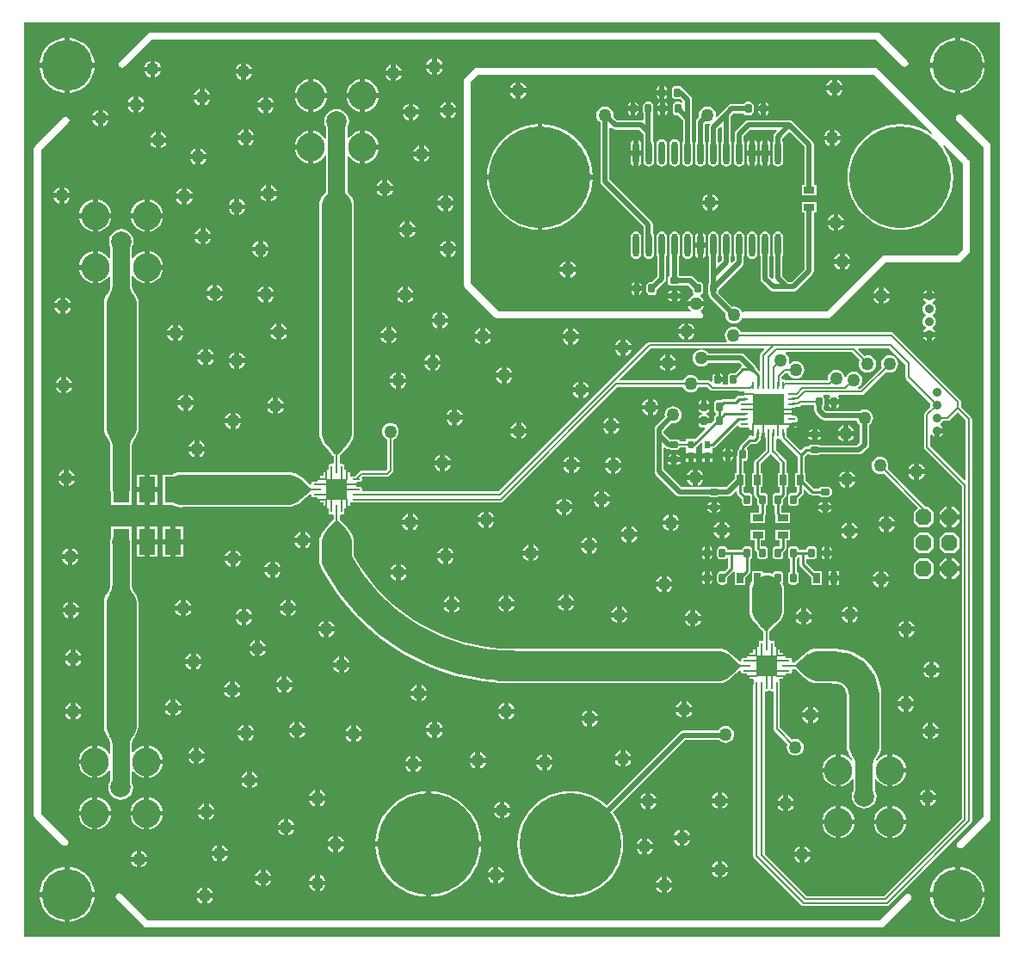
<source format=gtl>
%FSLAX25Y25*%
%MOIN*%
G70*
G01*
G75*
G04 Layer_Physical_Order=1*
G04 Layer_Color=9048648*
%ADD10C,0.11794*%
%ADD11O,0.00984X0.03150*%
%ADD12O,0.03150X0.00984*%
%ADD13R,0.12205X0.12205*%
%ADD14R,0.07874X0.07874*%
%ADD15O,0.00591X0.03189*%
%ADD16O,0.03189X0.00591*%
%ADD17R,0.07874X0.07874*%
G04:AMPARAMS|DCode=18|XSize=23.62mil|YSize=35.43mil|CornerRadius=5.91mil|HoleSize=0mil|Usage=FLASHONLY|Rotation=0.000|XOffset=0mil|YOffset=0mil|HoleType=Round|Shape=RoundedRectangle|*
%AMROUNDEDRECTD18*
21,1,0.02362,0.02362,0,0,0.0*
21,1,0.01181,0.03543,0,0,0.0*
1,1,0.01181,0.00591,-0.01181*
1,1,0.01181,-0.00591,-0.01181*
1,1,0.01181,-0.00591,0.01181*
1,1,0.01181,0.00591,0.01181*
%
%ADD18ROUNDEDRECTD18*%
G04:AMPARAMS|DCode=19|XSize=23.62mil|YSize=35.43mil|CornerRadius=5.91mil|HoleSize=0mil|Usage=FLASHONLY|Rotation=90.000|XOffset=0mil|YOffset=0mil|HoleType=Round|Shape=RoundedRectangle|*
%AMROUNDEDRECTD19*
21,1,0.02362,0.02362,0,0,90.0*
21,1,0.01181,0.03543,0,0,90.0*
1,1,0.01181,0.01181,0.00591*
1,1,0.01181,0.01181,-0.00591*
1,1,0.01181,-0.01181,-0.00591*
1,1,0.01181,-0.01181,0.00591*
%
%ADD19ROUNDEDRECTD19*%
%ADD20R,0.04016X0.02520*%
%ADD21R,0.06496X0.10000*%
%ADD22O,0.02362X0.09055*%
%ADD23R,0.02520X0.04016*%
%ADD24R,0.02362X0.02953*%
%ADD25C,0.00787*%
%ADD26C,0.01969*%
%ADD27C,0.11798*%
%ADD28C,0.00984*%
%ADD29C,0.06693*%
%ADD30C,0.05906*%
%ADD31C,0.39370*%
%ADD32C,0.11024*%
%ADD33C,0.07874*%
%ADD34C,0.03543*%
G04:AMPARAMS|DCode=35|XSize=62.01mil|YSize=62.01mil|CornerRadius=0mil|HoleSize=0mil|Usage=FLASHONLY|Rotation=0.000|XOffset=0mil|YOffset=0mil|HoleType=Round|Shape=Octagon|*
%AMOCTAGOND35*
4,1,8,0.03100,-0.01550,0.03100,0.01550,0.01550,0.03100,-0.01550,0.03100,-0.03100,0.01550,-0.03100,-0.01550,-0.01550,-0.03100,0.01550,-0.03100,0.03100,-0.01550,0.0*
%
%ADD35OCTAGOND35*%

%ADD36C,0.19685*%
%ADD37C,0.05000*%
G36*
X377953Y0D02*
X0D01*
Y354331D01*
X377953D01*
Y0D01*
D02*
G37*
%LPC*%
G36*
X88190Y123130D02*
X86024D01*
Y120964D01*
X86697Y121243D01*
X87384Y121770D01*
X87911Y122456D01*
X88190Y123130D01*
D02*
G37*
G36*
X17028Y125689D02*
X14861D01*
X15140Y125015D01*
X15667Y124329D01*
X16354Y123802D01*
X17028Y123523D01*
Y125689D01*
D02*
G37*
G36*
X118012Y122540D02*
Y120374D01*
X120178D01*
X119899Y121048D01*
X119372Y121734D01*
X118685Y122261D01*
X118012Y122540D01*
D02*
G37*
G36*
X84055Y123130D02*
X81889D01*
X82168Y122456D01*
X82695Y121770D01*
X83381Y121243D01*
X84055Y120964D01*
Y123130D01*
D02*
G37*
G36*
X64666Y126575D02*
X62500D01*
Y124408D01*
X63174Y124688D01*
X63860Y125215D01*
X64387Y125901D01*
X64666Y126575D01*
D02*
G37*
G36*
X101083D02*
X98916D01*
X99195Y125901D01*
X99722Y125215D01*
X100409Y124688D01*
X101083Y124408D01*
Y126575D01*
D02*
G37*
G36*
X21162Y125689D02*
X18996D01*
Y123523D01*
X19670Y123802D01*
X20356Y124329D01*
X20883Y125015D01*
X21162Y125689D01*
D02*
G37*
G36*
X60532Y126575D02*
X58365D01*
X58644Y125901D01*
X59171Y125215D01*
X59858Y124688D01*
X60532Y124408D01*
Y126575D01*
D02*
G37*
G36*
X116043Y122540D02*
X115370Y122261D01*
X114683Y121734D01*
X114156Y121048D01*
X113877Y120374D01*
X116043D01*
Y122540D01*
D02*
G37*
G36*
X17913Y111320D02*
X17240Y111041D01*
X16553Y110514D01*
X16026Y109827D01*
X15747Y109153D01*
X17913D01*
Y111320D01*
D02*
G37*
G36*
X19882D02*
Y109153D01*
X22048D01*
X21769Y109827D01*
X21242Y110514D01*
X20556Y111041D01*
X19882Y111320D01*
D02*
G37*
G36*
X89272Y110925D02*
X87105D01*
X87384Y110252D01*
X87911Y109565D01*
X88598Y109038D01*
X89272Y108759D01*
Y110925D01*
D02*
G37*
G36*
X93406D02*
X91240D01*
Y108759D01*
X91914Y109038D01*
X92601Y109565D01*
X93127Y110252D01*
X93406Y110925D01*
D02*
G37*
G36*
X116043Y118405D02*
X113877D01*
X114156Y117732D01*
X114683Y117045D01*
X115370Y116518D01*
X116043Y116239D01*
Y118405D01*
D02*
G37*
G36*
X120178D02*
X118012D01*
Y116239D01*
X118685Y116518D01*
X119372Y117045D01*
X119899Y117732D01*
X120178Y118405D01*
D02*
G37*
G36*
X89272Y115060D02*
X88598Y114781D01*
X87911Y114254D01*
X87384Y113567D01*
X87105Y112894D01*
X89272D01*
Y115060D01*
D02*
G37*
G36*
X91240D02*
Y112894D01*
X93406D01*
X93127Y113567D01*
X92601Y114254D01*
X91914Y114781D01*
X91240Y115060D01*
D02*
G37*
G36*
X105218Y126575D02*
X103051D01*
Y124408D01*
X103725Y124688D01*
X104411Y125215D01*
X104938Y125901D01*
X105218Y126575D01*
D02*
G37*
G36*
X97146Y145572D02*
Y143405D01*
X99312D01*
X99033Y144079D01*
X98506Y144766D01*
X97819Y145293D01*
X97146Y145572D01*
D02*
G37*
G36*
X79823Y145768D02*
X77657D01*
X77936Y145094D01*
X78462Y144407D01*
X79149Y143880D01*
X79823Y143601D01*
Y145768D01*
D02*
G37*
G36*
X99312Y141437D02*
X97146D01*
Y139271D01*
X97819Y139550D01*
X98506Y140077D01*
X99033Y140763D01*
X99312Y141437D01*
D02*
G37*
G36*
X95177Y145572D02*
X94503Y145293D01*
X93817Y144766D01*
X93290Y144079D01*
X93011Y143405D01*
X95177D01*
Y145572D01*
D02*
G37*
G36*
X20867Y146457D02*
X18701D01*
Y144290D01*
X19374Y144569D01*
X20061Y145096D01*
X20588Y145783D01*
X20867Y146457D01*
D02*
G37*
G36*
X46457Y152284D02*
X43406D01*
Y147480D01*
X46457D01*
Y152284D01*
D02*
G37*
G36*
X83958Y145768D02*
X81791D01*
Y143601D01*
X82465Y143880D01*
X83152Y144407D01*
X83679Y145094D01*
X83958Y145768D01*
D02*
G37*
G36*
X16732Y146457D02*
X14566D01*
X14845Y145783D01*
X15372Y145096D01*
X16059Y144569D01*
X16732Y144290D01*
Y146457D01*
D02*
G37*
G36*
X95177Y141437D02*
X93011D01*
X93290Y140763D01*
X93817Y140077D01*
X94503Y139550D01*
X95177Y139271D01*
Y141437D01*
D02*
G37*
G36*
X17028Y129824D02*
X16354Y129545D01*
X15667Y129018D01*
X15140Y128331D01*
X14861Y127657D01*
X17028D01*
Y129824D01*
D02*
G37*
G36*
X18996D02*
Y127657D01*
X21162D01*
X20883Y128331D01*
X20356Y129018D01*
X19670Y129545D01*
X18996Y129824D01*
D02*
G37*
G36*
X84055Y127265D02*
X83381Y126986D01*
X82695Y126459D01*
X82168Y125772D01*
X81889Y125098D01*
X84055D01*
Y127265D01*
D02*
G37*
G36*
X86024D02*
Y125098D01*
X88190D01*
X87911Y125772D01*
X87384Y126459D01*
X86697Y126986D01*
X86024Y127265D01*
D02*
G37*
G36*
X101083Y130710D02*
X100409Y130431D01*
X99722Y129904D01*
X99195Y129217D01*
X98916Y128543D01*
X101083D01*
Y130710D01*
D02*
G37*
G36*
X103051D02*
Y128543D01*
X105218D01*
X104938Y129217D01*
X104411Y129904D01*
X103725Y130431D01*
X103051Y130710D01*
D02*
G37*
G36*
X60532D02*
X59858Y130431D01*
X59171Y129904D01*
X58644Y129217D01*
X58365Y128543D01*
X60532D01*
Y130710D01*
D02*
G37*
G36*
X62500D02*
Y128543D01*
X64666D01*
X64387Y129217D01*
X63860Y129904D01*
X63174Y130431D01*
X62500Y130710D01*
D02*
G37*
G36*
X66437Y109942D02*
Y107776D01*
X68603D01*
X68324Y108449D01*
X67797Y109136D01*
X67111Y109663D01*
X66437Y109942D01*
D02*
G37*
G36*
X56595Y92028D02*
X55921Y91750D01*
X55234Y91223D01*
X54707Y90536D01*
X54428Y89862D01*
X56595D01*
Y92028D01*
D02*
G37*
G36*
X58563D02*
Y89862D01*
X60729D01*
X60450Y90536D01*
X59923Y91223D01*
X59237Y91750D01*
X58563Y92028D01*
D02*
G37*
G36*
X254528Y91438D02*
X253854Y91159D01*
X253167Y90632D01*
X252640Y89945D01*
X252361Y89272D01*
X254528D01*
Y91438D01*
D02*
G37*
G36*
X256496D02*
Y89272D01*
X258662D01*
X258383Y89945D01*
X257856Y90632D01*
X257170Y91159D01*
X256496Y91438D01*
D02*
G37*
G36*
X79528Y94882D02*
X77361D01*
X77640Y94208D01*
X78167Y93521D01*
X78854Y92995D01*
X79528Y92716D01*
Y94882D01*
D02*
G37*
G36*
X83662D02*
X81496D01*
Y92716D01*
X82170Y92995D01*
X82856Y93521D01*
X83383Y94208D01*
X83662Y94882D01*
D02*
G37*
G36*
X151772Y93602D02*
X149605D01*
X149884Y92929D01*
X150411Y92242D01*
X151098Y91715D01*
X151772Y91436D01*
Y93602D01*
D02*
G37*
G36*
X155906D02*
X153740D01*
Y91436D01*
X154414Y91715D01*
X155101Y92242D01*
X155627Y92929D01*
X155906Y93602D01*
D02*
G37*
G36*
X187697Y90651D02*
Y88484D01*
X189863D01*
X189584Y89158D01*
X189057Y89845D01*
X188371Y90372D01*
X187697Y90651D01*
D02*
G37*
G36*
X60729Y87894D02*
X58563D01*
Y85727D01*
X59237Y86006D01*
X59923Y86533D01*
X60450Y87220D01*
X60729Y87894D01*
D02*
G37*
G36*
X218012Y87895D02*
X217338Y87616D01*
X216652Y87089D01*
X216125Y86402D01*
X215845Y85728D01*
X218012D01*
Y87895D01*
D02*
G37*
G36*
X258662Y87303D02*
X256496D01*
Y85137D01*
X257170Y85416D01*
X257856Y85943D01*
X258383Y86629D01*
X258662Y87303D01*
D02*
G37*
G36*
X56595Y87894D02*
X54428D01*
X54707Y87220D01*
X55234Y86533D01*
X55921Y86006D01*
X56595Y85727D01*
Y87894D01*
D02*
G37*
G36*
X19882Y90651D02*
Y88484D01*
X22048D01*
X21769Y89158D01*
X21242Y89845D01*
X20556Y90372D01*
X19882Y90651D01*
D02*
G37*
G36*
X185728D02*
X185055Y90372D01*
X184368Y89845D01*
X183841Y89158D01*
X183562Y88484D01*
X185728D01*
Y90651D01*
D02*
G37*
G36*
X219980Y87895D02*
Y85728D01*
X222147D01*
X221868Y86402D01*
X221341Y87089D01*
X220654Y87616D01*
X219980Y87895D01*
D02*
G37*
G36*
X17913Y90651D02*
X17240Y90372D01*
X16553Y89845D01*
X16026Y89158D01*
X15747Y88484D01*
X17913D01*
Y90651D01*
D02*
G37*
G36*
X99705Y96850D02*
X97538D01*
X97817Y96177D01*
X98344Y95490D01*
X99031Y94963D01*
X99705Y94684D01*
Y96850D01*
D02*
G37*
G36*
X68603Y105807D02*
X66437D01*
Y103641D01*
X67111Y103920D01*
X67797Y104447D01*
X68324Y105133D01*
X68603Y105807D01*
D02*
G37*
G36*
X17913Y107185D02*
X15747D01*
X16026Y106511D01*
X16553Y105825D01*
X17240Y105298D01*
X17913Y105019D01*
Y107185D01*
D02*
G37*
G36*
X125985Y104626D02*
X123819D01*
Y102460D01*
X124493Y102739D01*
X125179Y103266D01*
X125706Y103952D01*
X125985Y104626D01*
D02*
G37*
G36*
X64468Y105807D02*
X62302D01*
X62581Y105133D01*
X63108Y104447D01*
X63795Y103920D01*
X64468Y103641D01*
Y105807D01*
D02*
G37*
G36*
X123819Y108761D02*
Y106595D01*
X125985D01*
X125706Y107268D01*
X125179Y107955D01*
X124493Y108482D01*
X123819Y108761D01*
D02*
G37*
G36*
X64468Y109942D02*
X63795Y109663D01*
X63108Y109136D01*
X62581Y108449D01*
X62302Y107776D01*
X64468D01*
Y109942D01*
D02*
G37*
G36*
X22048Y107185D02*
X19882D01*
Y105019D01*
X20556Y105298D01*
X21242Y105825D01*
X21769Y106511D01*
X22048Y107185D01*
D02*
G37*
G36*
X121850Y108761D02*
X121177Y108482D01*
X120490Y107955D01*
X119963Y107268D01*
X119684Y106595D01*
X121850D01*
Y108761D01*
D02*
G37*
G36*
Y104626D02*
X119684D01*
X119963Y103952D01*
X120490Y103266D01*
X121177Y102739D01*
X121850Y102460D01*
Y104626D01*
D02*
G37*
G36*
X153740Y97737D02*
Y95571D01*
X155906D01*
X155627Y96245D01*
X155101Y96931D01*
X154414Y97458D01*
X153740Y97737D01*
D02*
G37*
G36*
X79528Y99017D02*
X78854Y98738D01*
X78167Y98211D01*
X77640Y97524D01*
X77361Y96850D01*
X79528D01*
Y99017D01*
D02*
G37*
G36*
X103840Y96850D02*
X101673D01*
Y94684D01*
X102347Y94963D01*
X103034Y95490D01*
X103560Y96177D01*
X103840Y96850D01*
D02*
G37*
G36*
X151772Y97737D02*
X151098Y97458D01*
X150411Y96931D01*
X149884Y96245D01*
X149605Y95571D01*
X151772D01*
Y97737D01*
D02*
G37*
G36*
X101673Y100985D02*
Y98819D01*
X103840D01*
X103560Y99493D01*
X103034Y100179D01*
X102347Y100706D01*
X101673Y100985D01*
D02*
G37*
G36*
X279035Y100197D02*
X278245D01*
X278298Y100161D01*
X278720Y100077D01*
X279035D01*
Y100197D01*
D02*
G37*
G36*
X81496Y99017D02*
Y96850D01*
X83662D01*
X83383Y97524D01*
X82856Y98211D01*
X82170Y98738D01*
X81496Y99017D01*
D02*
G37*
G36*
X99705Y100985D02*
X99031Y100706D01*
X98344Y100179D01*
X97817Y99493D01*
X97538Y98819D01*
X99705D01*
Y100985D01*
D02*
G37*
G36*
X51476Y152284D02*
X48425D01*
Y147480D01*
X51476D01*
Y152284D01*
D02*
G37*
G36*
X96260Y204921D02*
X94094D01*
X94373Y204248D01*
X94899Y203561D01*
X95586Y203034D01*
X96260Y202755D01*
Y204921D01*
D02*
G37*
G36*
X100395D02*
X98228D01*
Y202755D01*
X98902Y203034D01*
X99589Y203561D01*
X100116Y204248D01*
X100395Y204921D01*
D02*
G37*
G36*
X165650Y204528D02*
X164976Y204250D01*
X164289Y203723D01*
X163762Y203036D01*
X163483Y202362D01*
X165650D01*
Y204528D01*
D02*
G37*
G36*
X167618D02*
Y202362D01*
X169784D01*
X169505Y203036D01*
X168979Y203723D01*
X168292Y204250D01*
X167618Y204528D01*
D02*
G37*
G36*
X96260Y209056D02*
X95586Y208777D01*
X94899Y208250D01*
X94373Y207563D01*
X94094Y206890D01*
X96260D01*
Y209056D01*
D02*
G37*
G36*
X98228D02*
Y206890D01*
X100395D01*
X100116Y207563D01*
X99589Y208250D01*
X98902Y208777D01*
X98228Y209056D01*
D02*
G37*
G36*
X61417Y206102D02*
X59251D01*
X59530Y205429D01*
X60057Y204742D01*
X60744Y204215D01*
X61417Y203936D01*
Y206102D01*
D02*
G37*
G36*
X65552D02*
X63386D01*
Y203936D01*
X64060Y204215D01*
X64746Y204742D01*
X65273Y205429D01*
X65552Y206102D01*
D02*
G37*
G36*
X81791Y203151D02*
Y200984D01*
X83958D01*
X83679Y201658D01*
X83152Y202345D01*
X82465Y202871D01*
X81791Y203151D01*
D02*
G37*
G36*
X83958Y199016D02*
X81791D01*
Y196849D01*
X82465Y197128D01*
X83152Y197655D01*
X83679Y198342D01*
X83958Y199016D01*
D02*
G37*
G36*
X190453Y199410D02*
X189779Y199131D01*
X189092Y198604D01*
X188566Y197918D01*
X188286Y197244D01*
X190453D01*
Y199410D01*
D02*
G37*
G36*
X194588Y195276D02*
X192421D01*
Y193109D01*
X193095Y193388D01*
X193782Y193915D01*
X194308Y194602D01*
X194588Y195276D01*
D02*
G37*
G36*
X79823Y199016D02*
X77657D01*
X77936Y198342D01*
X78462Y197655D01*
X79149Y197128D01*
X79823Y196849D01*
Y199016D01*
D02*
G37*
G36*
X169784Y200394D02*
X167618D01*
Y198227D01*
X168292Y198506D01*
X168979Y199033D01*
X169505Y199720D01*
X169784Y200394D01*
D02*
G37*
G36*
X79823Y203151D02*
X79149Y202871D01*
X78462Y202345D01*
X77936Y201658D01*
X77657Y200984D01*
X79823D01*
Y203151D01*
D02*
G37*
G36*
X192421Y199410D02*
Y197244D01*
X194588D01*
X194308Y197918D01*
X193782Y198604D01*
X193095Y199131D01*
X192421Y199410D01*
D02*
G37*
G36*
X165650Y200394D02*
X163483D01*
X163762Y199720D01*
X164289Y199033D01*
X164976Y198506D01*
X165650Y198227D01*
Y200394D01*
D02*
G37*
G36*
X61417Y210237D02*
X60744Y209958D01*
X60057Y209431D01*
X59530Y208745D01*
X59251Y208071D01*
X61417D01*
Y210237D01*
D02*
G37*
G36*
X14370Y217028D02*
X13696Y216750D01*
X13010Y216223D01*
X12483Y215536D01*
X12204Y214862D01*
X14370D01*
Y217028D01*
D02*
G37*
G36*
X16339D02*
Y214862D01*
X18505D01*
X18226Y215536D01*
X17699Y216223D01*
X17012Y216750D01*
X16339Y217028D01*
D02*
G37*
G36*
X184843Y216732D02*
X182676D01*
X182955Y216059D01*
X183482Y215372D01*
X184169Y214845D01*
X184843Y214566D01*
Y216732D01*
D02*
G37*
G36*
X188977D02*
X186811D01*
Y214566D01*
X187485Y214845D01*
X188171Y215372D01*
X188698Y216059D01*
X188977Y216732D01*
D02*
G37*
G36*
X184843Y220867D02*
X184169Y220588D01*
X183482Y220061D01*
X182955Y219374D01*
X182676Y218701D01*
X184843D01*
Y220867D01*
D02*
G37*
G36*
X186811D02*
Y218701D01*
X188977D01*
X188698Y219374D01*
X188171Y220061D01*
X187485Y220588D01*
X186811Y220867D01*
D02*
G37*
G36*
X143799Y218800D02*
X143126Y218521D01*
X142439Y217994D01*
X141912Y217307D01*
X141633Y216634D01*
X143799D01*
Y218800D01*
D02*
G37*
G36*
X145768D02*
Y216634D01*
X147934D01*
X147655Y217307D01*
X147128Y217994D01*
X146441Y218521D01*
X145768Y218800D01*
D02*
G37*
G36*
X216535Y215158D02*
Y212992D01*
X218702D01*
X218423Y213666D01*
X217896Y214352D01*
X217209Y214879D01*
X216535Y215158D01*
D02*
G37*
G36*
X218702Y211024D02*
X216535D01*
Y208857D01*
X217209Y209136D01*
X217896Y209663D01*
X218423Y210350D01*
X218702Y211024D01*
D02*
G37*
G36*
X14370Y212894D02*
X12204D01*
X12483Y212220D01*
X13010Y211533D01*
X13696Y211006D01*
X14370Y210727D01*
Y212894D01*
D02*
G37*
G36*
X63386Y210237D02*
Y208071D01*
X65552D01*
X65273Y208745D01*
X64746Y209431D01*
X64060Y209958D01*
X63386Y210237D01*
D02*
G37*
G36*
X214567Y211024D02*
X212401D01*
X212680Y210350D01*
X213207Y209663D01*
X213893Y209136D01*
X214567Y208857D01*
Y211024D01*
D02*
G37*
G36*
X147934Y214665D02*
X145768D01*
Y212499D01*
X146441Y212778D01*
X147128Y213305D01*
X147655Y213992D01*
X147934Y214665D01*
D02*
G37*
G36*
X214567Y215158D02*
X213893Y214879D01*
X213207Y214352D01*
X212680Y213666D01*
X212401Y212992D01*
X214567D01*
Y215158D01*
D02*
G37*
G36*
X18505Y212894D02*
X16339D01*
Y210727D01*
X17012Y211006D01*
X17699Y211533D01*
X18226Y212220D01*
X18505Y212894D01*
D02*
G37*
G36*
X143799Y214665D02*
X141633D01*
X141912Y213992D01*
X142439Y213305D01*
X143126Y212778D01*
X143799Y212499D01*
Y214665D01*
D02*
G37*
G36*
X190453Y195276D02*
X188286D01*
X188566Y194602D01*
X189092Y193915D01*
X189779Y193388D01*
X190453Y193109D01*
Y195276D01*
D02*
G37*
G36*
X61476Y159055D02*
X58425D01*
Y154252D01*
X61476D01*
Y159055D01*
D02*
G37*
G36*
X106791Y156989D02*
X106118Y156710D01*
X105431Y156183D01*
X104904Y155497D01*
X104625Y154823D01*
X106791D01*
Y156989D01*
D02*
G37*
G36*
X51476Y159055D02*
X48425D01*
Y154252D01*
X51476D01*
Y159055D01*
D02*
G37*
G36*
X56457D02*
X53405D01*
Y154252D01*
X56457D01*
Y159055D01*
D02*
G37*
G36*
X46457Y172362D02*
X43406D01*
Y167559D01*
X46457D01*
Y172362D01*
D02*
G37*
G36*
X51476D02*
X48425D01*
Y167559D01*
X51476D01*
Y172362D01*
D02*
G37*
G36*
X108760Y156989D02*
Y154823D01*
X110926D01*
X110647Y155497D01*
X110120Y156183D01*
X109433Y156710D01*
X108760Y156989D01*
D02*
G37*
G36*
X116043Y165059D02*
X115924D01*
Y164744D01*
X116008Y164322D01*
X116043Y164268D01*
Y165059D01*
D02*
G37*
G36*
X46457Y159055D02*
X43406D01*
Y154252D01*
X46457D01*
Y159055D01*
D02*
G37*
G36*
X79823Y149902D02*
X79149Y149624D01*
X78462Y149097D01*
X77936Y148410D01*
X77657Y147736D01*
X79823D01*
Y149902D01*
D02*
G37*
G36*
X81791D02*
Y147736D01*
X83958D01*
X83679Y148410D01*
X83152Y149097D01*
X82465Y149624D01*
X81791Y149902D01*
D02*
G37*
G36*
X56457Y152284D02*
X53405D01*
Y147480D01*
X56457D01*
Y152284D01*
D02*
G37*
G36*
X61476D02*
X58425D01*
Y147480D01*
X61476D01*
Y152284D01*
D02*
G37*
G36*
X106791Y152854D02*
X104625D01*
X104904Y152181D01*
X105431Y151494D01*
X106118Y150967D01*
X106791Y150688D01*
Y152854D01*
D02*
G37*
G36*
X110926D02*
X108760D01*
Y150688D01*
X109433Y150967D01*
X110120Y151494D01*
X110647Y152181D01*
X110926Y152854D01*
D02*
G37*
G36*
X16732Y150592D02*
X16059Y150312D01*
X15372Y149785D01*
X14845Y149099D01*
X14566Y148425D01*
X16732D01*
Y150592D01*
D02*
G37*
G36*
X18701D02*
Y148425D01*
X20867D01*
X20588Y149099D01*
X20061Y149785D01*
X19374Y150312D01*
X18701Y150592D01*
D02*
G37*
G36*
X112500Y168602D02*
X111709D01*
X111763Y168567D01*
X112185Y168483D01*
X112500D01*
Y168602D01*
D02*
G37*
G36*
X161024Y186812D02*
X160350Y186533D01*
X159663Y186006D01*
X159136Y185319D01*
X158857Y184646D01*
X161024D01*
Y186812D01*
D02*
G37*
G36*
X162992D02*
Y184646D01*
X165158D01*
X164879Y185319D01*
X164353Y186006D01*
X163666Y186533D01*
X162992Y186812D01*
D02*
G37*
G36*
X116043Y182779D02*
X116008Y182726D01*
X115924Y182303D01*
Y181988D01*
X116043D01*
Y182779D01*
D02*
G37*
G36*
X125886D02*
Y181988D01*
X126005D01*
Y182303D01*
X125921Y182726D01*
X125886Y182779D01*
D02*
G37*
G36*
X65847Y192324D02*
X65173Y192045D01*
X64486Y191518D01*
X63959Y190831D01*
X63680Y190157D01*
X65847D01*
Y192324D01*
D02*
G37*
G36*
X67815D02*
Y190157D01*
X69981D01*
X69702Y190831D01*
X69175Y191518D01*
X68489Y192045D01*
X67815Y192324D01*
D02*
G37*
G36*
X65847Y188189D02*
X63680D01*
X63959Y187515D01*
X64486Y186829D01*
X65173Y186302D01*
X65847Y186023D01*
Y188189D01*
D02*
G37*
G36*
X69981D02*
X67815D01*
Y186023D01*
X68489Y186302D01*
X69175Y186829D01*
X69702Y187515D01*
X69981Y188189D01*
D02*
G37*
G36*
X165158Y182677D02*
X162992D01*
Y180511D01*
X163666Y180790D01*
X164353Y181317D01*
X164879Y182003D01*
X165158Y182677D01*
D02*
G37*
G36*
X15354Y176969D02*
X13188D01*
X13467Y176295D01*
X13994Y175608D01*
X14681Y175081D01*
X15354Y174802D01*
Y176969D01*
D02*
G37*
G36*
X19489D02*
X17323D01*
Y174802D01*
X17997Y175081D01*
X18683Y175608D01*
X19210Y176295D01*
X19489Y176969D01*
D02*
G37*
G36*
X46457Y179134D02*
X43406D01*
Y174331D01*
X46457D01*
Y179134D01*
D02*
G37*
G36*
X51476D02*
X48425D01*
Y174331D01*
X51476D01*
Y179134D01*
D02*
G37*
G36*
X17323Y181103D02*
Y178937D01*
X19489D01*
X19210Y179611D01*
X18683Y180297D01*
X17997Y180824D01*
X17323Y181103D01*
D02*
G37*
G36*
X161024Y182677D02*
X158857D01*
X159136Y182003D01*
X159663Y181317D01*
X160350Y180790D01*
X161024Y180511D01*
Y182677D01*
D02*
G37*
G36*
X112500Y178565D02*
X112185D01*
X111763Y178481D01*
X111709Y178445D01*
X112500D01*
Y178565D01*
D02*
G37*
G36*
X15354Y181103D02*
X14681Y180824D01*
X13994Y180297D01*
X13467Y179611D01*
X13188Y178937D01*
X15354D01*
Y181103D01*
D02*
G37*
G36*
X254528Y87303D02*
X252361D01*
X252640Y86629D01*
X253167Y85943D01*
X253854Y85416D01*
X254528Y85137D01*
Y87303D01*
D02*
G37*
G36*
X362229Y318802D02*
X361692Y318695D01*
X361236Y318390D01*
X360931Y317934D01*
X360824Y317397D01*
X360931Y316859D01*
X361236Y316403D01*
X371430Y306209D01*
Y46645D01*
X361605Y36820D01*
X361300Y36364D01*
X361193Y35827D01*
X361300Y35289D01*
X361605Y34833D01*
X362061Y34529D01*
X362598Y34422D01*
X363136Y34529D01*
X363592Y34833D01*
X373828Y45070D01*
X374133Y45525D01*
X374240Y46063D01*
Y306791D01*
X374133Y307329D01*
X373828Y307785D01*
X363223Y318390D01*
X362767Y318695D01*
X362229Y318802D01*
D02*
G37*
G36*
X16019Y317916D02*
X15481Y317809D01*
X15025Y317504D01*
X4125Y306604D01*
X3820Y306148D01*
X3713Y305610D01*
Y47244D01*
X3820Y46707D01*
X4125Y46251D01*
X14656Y35719D01*
X15112Y35415D01*
X15650Y35308D01*
X16187Y35415D01*
X16643Y35719D01*
X16948Y36175D01*
X17055Y36713D01*
X16948Y37250D01*
X16643Y37706D01*
X6523Y47826D01*
Y305028D01*
X17012Y315517D01*
X17317Y315973D01*
X17424Y316511D01*
X17317Y317049D01*
X17012Y317504D01*
X16556Y317809D01*
X16019Y317916D01*
D02*
G37*
G36*
X74705Y35631D02*
X74031Y35352D01*
X73344Y34825D01*
X72817Y34138D01*
X72538Y33465D01*
X74705D01*
Y35631D01*
D02*
G37*
G36*
X76673D02*
Y33465D01*
X78839D01*
X78561Y34138D01*
X78034Y34825D01*
X77347Y35352D01*
X76673Y35631D01*
D02*
G37*
G36*
X239370Y38288D02*
X238696Y38009D01*
X238010Y37482D01*
X237483Y36796D01*
X237204Y36122D01*
X239370D01*
Y38288D01*
D02*
G37*
G36*
X241339D02*
Y36122D01*
X243505D01*
X243226Y36796D01*
X242699Y37482D01*
X242012Y38009D01*
X241339Y38288D01*
D02*
G37*
G36*
X253740Y37500D02*
X251574D01*
X251853Y36826D01*
X252380Y36140D01*
X253066Y35613D01*
X253740Y35334D01*
Y37500D01*
D02*
G37*
G36*
X257875D02*
X255709D01*
Y35334D01*
X256382Y35613D01*
X257069Y36140D01*
X257596Y36826D01*
X257875Y37500D01*
D02*
G37*
G36*
X123721Y35039D02*
X121555D01*
Y32873D01*
X122229Y33152D01*
X122915Y33679D01*
X123442Y34366D01*
X123721Y35039D01*
D02*
G37*
G36*
X78839Y31496D02*
X76673D01*
Y29330D01*
X77347Y29609D01*
X78034Y30136D01*
X78561Y30822D01*
X78839Y31496D01*
D02*
G37*
G36*
X43406Y33367D02*
X42732Y33088D01*
X42045Y32561D01*
X41518Y31874D01*
X41239Y31201D01*
X43406D01*
Y33367D01*
D02*
G37*
G36*
X270374Y29332D02*
Y27165D01*
X272540D01*
X272261Y27839D01*
X271734Y28526D01*
X271048Y29053D01*
X270374Y29332D01*
D02*
G37*
G36*
X74705Y31496D02*
X72538D01*
X72817Y30822D01*
X73344Y30136D01*
X74031Y29609D01*
X74705Y29330D01*
Y31496D01*
D02*
G37*
G36*
X243505Y34154D02*
X241339D01*
Y31987D01*
X242012Y32266D01*
X242699Y32793D01*
X243226Y33480D01*
X243505Y34154D01*
D02*
G37*
G36*
X119587Y35039D02*
X117420D01*
X117699Y34366D01*
X118226Y33679D01*
X118913Y33152D01*
X119587Y32873D01*
Y35039D01*
D02*
G37*
G36*
X45374Y33367D02*
Y31201D01*
X47540D01*
X47261Y31874D01*
X46734Y32561D01*
X46048Y33088D01*
X45374Y33367D01*
D02*
G37*
G36*
X239370Y34154D02*
X237204D01*
X237483Y33480D01*
X238010Y32793D01*
X238696Y32266D01*
X239370Y31987D01*
Y34154D01*
D02*
G37*
G36*
X119587Y39174D02*
X118913Y38895D01*
X118226Y38368D01*
X117699Y37681D01*
X117420Y37008D01*
X119587D01*
Y39174D01*
D02*
G37*
G36*
X100394Y45670D02*
X99720Y45391D01*
X99033Y44864D01*
X98506Y44178D01*
X98227Y43504D01*
X100394D01*
Y45670D01*
D02*
G37*
G36*
X102362D02*
Y43504D01*
X104528D01*
X104250Y44178D01*
X103723Y44864D01*
X103036Y45391D01*
X102362Y45670D01*
D02*
G37*
G36*
X46319Y46988D02*
X41070D01*
X41095Y46738D01*
X41455Y45550D01*
X42040Y44456D01*
X42827Y43497D01*
X43786Y42709D01*
X44881Y42125D01*
X46068Y41764D01*
X46319Y41740D01*
Y46988D01*
D02*
G37*
G36*
X53536D02*
X48287D01*
Y41740D01*
X48538Y41764D01*
X49725Y42125D01*
X50820Y42709D01*
X51779Y43497D01*
X52566Y44456D01*
X53151Y45550D01*
X53511Y46738D01*
X53536Y46988D01*
D02*
G37*
G36*
X184055Y48228D02*
X181889D01*
X182168Y47555D01*
X182695Y46868D01*
X183381Y46341D01*
X184055Y46062D01*
Y48228D01*
D02*
G37*
G36*
X188190D02*
X186024D01*
Y46062D01*
X186697Y46341D01*
X187384Y46868D01*
X187911Y47555D01*
X188190Y48228D01*
D02*
G37*
G36*
X69488Y47638D02*
X67322D01*
X67601Y46964D01*
X68128Y46277D01*
X68815Y45750D01*
X69488Y45472D01*
Y47638D01*
D02*
G37*
G36*
X73623D02*
X71457D01*
Y45472D01*
X72130Y45750D01*
X72817Y46277D01*
X73344Y46964D01*
X73623Y47638D01*
D02*
G37*
G36*
X33536Y46988D02*
X28287D01*
Y41740D01*
X28538Y41764D01*
X29725Y42125D01*
X30820Y42709D01*
X31779Y43497D01*
X32566Y44456D01*
X33151Y45550D01*
X33511Y46738D01*
X33536Y46988D01*
D02*
G37*
G36*
X157431Y56574D02*
Y37106D01*
X176899D01*
X176788Y38800D01*
X176264Y41432D01*
X175401Y43973D01*
X174215Y46380D01*
X172724Y48612D01*
X170954Y50629D01*
X168936Y52399D01*
X166705Y53890D01*
X164298Y55077D01*
X161757Y55939D01*
X159125Y56463D01*
X157431Y56574D01*
D02*
G37*
G36*
X100394Y41535D02*
X98227D01*
X98506Y40862D01*
X99033Y40175D01*
X99720Y39648D01*
X100394Y39369D01*
Y41535D01*
D02*
G37*
G36*
X121555Y39174D02*
Y37008D01*
X123721D01*
X123442Y37681D01*
X122915Y38368D01*
X122229Y38895D01*
X121555Y39174D01*
D02*
G37*
G36*
X155463Y56574D02*
X153769Y56463D01*
X151137Y55939D01*
X148596Y55077D01*
X146189Y53890D01*
X143957Y52399D01*
X141940Y50629D01*
X140170Y48612D01*
X138679Y46380D01*
X137492Y43973D01*
X136630Y41432D01*
X136106Y38800D01*
X135995Y37106D01*
X155463D01*
Y56574D01*
D02*
G37*
G36*
X255709Y41635D02*
Y39469D01*
X257875D01*
X257596Y40142D01*
X257069Y40829D01*
X256382Y41356D01*
X255709Y41635D01*
D02*
G37*
G36*
X26319Y46988D02*
X21070D01*
X21095Y46738D01*
X21455Y45550D01*
X22040Y44456D01*
X22827Y43497D01*
X23787Y42709D01*
X24881Y42125D01*
X26068Y41764D01*
X26319Y41740D01*
Y46988D01*
D02*
G37*
G36*
X104528Y41535D02*
X102362D01*
Y39369D01*
X103036Y39648D01*
X103723Y40175D01*
X104250Y40862D01*
X104528Y41535D01*
D02*
G37*
G36*
X253740Y41635D02*
X253066Y41356D01*
X252380Y40829D01*
X251853Y40142D01*
X251574Y39469D01*
X253740D01*
Y41635D01*
D02*
G37*
G36*
X268406Y29332D02*
X267732Y29053D01*
X267045Y28526D01*
X266518Y27839D01*
X266239Y27165D01*
X268406D01*
Y29332D01*
D02*
G37*
G36*
X68898Y19292D02*
X68224Y19013D01*
X67537Y18486D01*
X67010Y17800D01*
X66731Y17126D01*
X68898D01*
Y19292D01*
D02*
G37*
G36*
X70866D02*
Y17126D01*
X73032D01*
X72753Y17800D01*
X72227Y18486D01*
X71540Y19013D01*
X70866Y19292D01*
D02*
G37*
G36*
X246752Y19291D02*
X244586D01*
X244865Y18618D01*
X245392Y17931D01*
X246078Y17404D01*
X246752Y17125D01*
Y19291D01*
D02*
G37*
G36*
X250887D02*
X248721D01*
Y17125D01*
X249394Y17404D01*
X250081Y17931D01*
X250608Y18618D01*
X250887Y19291D01*
D02*
G37*
G36*
X360433Y27121D02*
X359749Y27067D01*
X358122Y26676D01*
X356576Y26036D01*
X355150Y25162D01*
X353878Y24075D01*
X352791Y22803D01*
X351917Y21376D01*
X351276Y19830D01*
X350886Y18203D01*
X350832Y17520D01*
X360433D01*
Y27121D01*
D02*
G37*
G36*
X362402D02*
Y17520D01*
X372003D01*
X371949Y18203D01*
X371558Y19830D01*
X370918Y21376D01*
X370044Y22803D01*
X368957Y24075D01*
X367685Y25162D01*
X366258Y26036D01*
X364712Y26676D01*
X363085Y27067D01*
X362402Y27121D01*
D02*
G37*
G36*
X15551D02*
X14867Y27067D01*
X13240Y26676D01*
X11695Y26036D01*
X10268Y25162D01*
X8996Y24075D01*
X7909Y22803D01*
X7035Y21376D01*
X6395Y19830D01*
X6004Y18203D01*
X5950Y17520D01*
X15551D01*
Y27121D01*
D02*
G37*
G36*
X17520D02*
Y17520D01*
X27121D01*
X27067Y18203D01*
X26676Y19830D01*
X26036Y21376D01*
X25162Y22803D01*
X24075Y24075D01*
X22803Y25162D01*
X21376Y26036D01*
X19830Y26676D01*
X18203Y27067D01*
X17520Y27121D01*
D02*
G37*
G36*
X176899Y35138D02*
X157431D01*
Y15670D01*
X159125Y15781D01*
X161757Y16305D01*
X164298Y17167D01*
X166705Y18354D01*
X168936Y19845D01*
X170954Y21615D01*
X172724Y23632D01*
X174215Y25864D01*
X175401Y28271D01*
X176264Y30812D01*
X176788Y33444D01*
X176899Y35138D01*
D02*
G37*
G36*
X27121Y15551D02*
X17520D01*
Y5950D01*
X18203Y6004D01*
X19830Y6395D01*
X21376Y7035D01*
X22803Y7909D01*
X24075Y8996D01*
X25162Y10268D01*
X26036Y11695D01*
X26676Y13240D01*
X27067Y14867D01*
X27121Y15551D01*
D02*
G37*
G36*
X360433D02*
X350832D01*
X350886Y14867D01*
X351276Y13240D01*
X351917Y11695D01*
X352791Y10268D01*
X353878Y8996D01*
X355150Y7909D01*
X356576Y7035D01*
X358122Y6395D01*
X359749Y6004D01*
X360433Y5950D01*
Y15551D01*
D02*
G37*
G36*
X36713Y17055D02*
X36175Y16948D01*
X35719Y16643D01*
X35415Y16187D01*
X35308Y15650D01*
X35415Y15112D01*
X35719Y14656D01*
X46251Y4125D01*
X46707Y3820D01*
X47244Y3713D01*
X331890D01*
X332427Y3820D01*
X332883Y4125D01*
X343119Y14361D01*
X343424Y14817D01*
X343531Y15354D01*
X343424Y15892D01*
X343119Y16348D01*
X342664Y16652D01*
X342126Y16759D01*
X341588Y16652D01*
X341132Y16348D01*
X331308Y6523D01*
X47826D01*
X37706Y16643D01*
X37250Y16948D01*
X36713Y17055D01*
D02*
G37*
G36*
X15551Y15551D02*
X5950D01*
X6004Y14867D01*
X6395Y13240D01*
X7035Y11695D01*
X7909Y10268D01*
X8996Y8996D01*
X10268Y7909D01*
X11695Y7035D01*
X13240Y6395D01*
X14867Y6004D01*
X15551Y5950D01*
Y15551D01*
D02*
G37*
G36*
X73032Y15157D02*
X70866D01*
Y12991D01*
X71540Y13270D01*
X72227Y13797D01*
X72753Y14484D01*
X73032Y15157D01*
D02*
G37*
G36*
X155463Y35138D02*
X135995D01*
X136106Y33444D01*
X136630Y30812D01*
X137492Y28271D01*
X138679Y25864D01*
X140170Y23632D01*
X141940Y21615D01*
X143957Y19845D01*
X146189Y18354D01*
X148596Y17167D01*
X151137Y16305D01*
X153769Y15781D01*
X155463Y15670D01*
Y35138D01*
D02*
G37*
G36*
X372003Y15551D02*
X362402D01*
Y5950D01*
X363085Y6004D01*
X364712Y6395D01*
X366258Y7035D01*
X367685Y7909D01*
X368957Y8996D01*
X370044Y10268D01*
X370918Y11695D01*
X371558Y13240D01*
X371949Y14867D01*
X372003Y15551D01*
D02*
G37*
G36*
X68898Y15157D02*
X66731D01*
X67010Y14484D01*
X67537Y13797D01*
X68224Y13270D01*
X68898Y12991D01*
Y15157D01*
D02*
G37*
G36*
X112500Y19980D02*
X110334D01*
X110613Y19307D01*
X111140Y18620D01*
X111826Y18093D01*
X112500Y17814D01*
Y19980D01*
D02*
G37*
G36*
X91437Y26084D02*
X90763Y25805D01*
X90077Y25278D01*
X89550Y24591D01*
X89271Y23917D01*
X91437D01*
Y26084D01*
D02*
G37*
G36*
X93405D02*
Y23917D01*
X95572D01*
X95293Y24591D01*
X94766Y25278D01*
X94079Y25805D01*
X93405Y26084D01*
D02*
G37*
G36*
X268406Y25197D02*
X266239D01*
X266518Y24523D01*
X267045Y23836D01*
X267732Y23310D01*
X268406Y23031D01*
Y25197D01*
D02*
G37*
G36*
X272540D02*
X270374D01*
Y23031D01*
X271048Y23310D01*
X271734Y23836D01*
X272261Y24523D01*
X272540Y25197D01*
D02*
G37*
G36*
X43406Y29232D02*
X41239D01*
X41518Y28559D01*
X42045Y27872D01*
X42732Y27345D01*
X43406Y27066D01*
Y29232D01*
D02*
G37*
G36*
X47540D02*
X45374D01*
Y27066D01*
X46048Y27345D01*
X46734Y27872D01*
X47261Y28559D01*
X47540Y29232D01*
D02*
G37*
G36*
X181693Y27265D02*
X181019Y26986D01*
X180333Y26459D01*
X179806Y25772D01*
X179527Y25098D01*
X181693D01*
Y27265D01*
D02*
G37*
G36*
X183661D02*
Y25098D01*
X185828D01*
X185549Y25772D01*
X185022Y26459D01*
X184335Y26986D01*
X183661Y27265D01*
D02*
G37*
G36*
X114469Y24115D02*
Y21949D01*
X116635D01*
X116356Y22623D01*
X115829Y23309D01*
X115142Y23836D01*
X114469Y24115D01*
D02*
G37*
G36*
X95572Y21949D02*
X93405D01*
Y19782D01*
X94079Y20062D01*
X94766Y20588D01*
X95293Y21275D01*
X95572Y21949D01*
D02*
G37*
G36*
X181693Y23130D02*
X179527D01*
X179806Y22456D01*
X180333Y21770D01*
X181019Y21243D01*
X181693Y20964D01*
Y23130D01*
D02*
G37*
G36*
X116635Y19980D02*
X114469D01*
Y17814D01*
X115142Y18093D01*
X115829Y18620D01*
X116356Y19307D01*
X116635Y19980D01*
D02*
G37*
G36*
X91437Y21949D02*
X89271D01*
X89550Y21275D01*
X90077Y20588D01*
X90763Y20062D01*
X91437Y19782D01*
Y21949D01*
D02*
G37*
G36*
X248721Y23426D02*
Y21260D01*
X250887D01*
X250608Y21934D01*
X250081Y22620D01*
X249394Y23147D01*
X248721Y23426D01*
D02*
G37*
G36*
X112500Y24115D02*
X111826Y23836D01*
X111140Y23309D01*
X110613Y22623D01*
X110334Y21949D01*
X112500D01*
Y24115D01*
D02*
G37*
G36*
X185828Y23130D02*
X183661D01*
Y20964D01*
X184335Y21243D01*
X185022Y21770D01*
X185549Y22456D01*
X185828Y23130D01*
D02*
G37*
G36*
X246752Y23426D02*
X246078Y23147D01*
X245392Y22620D01*
X244865Y21934D01*
X244586Y21260D01*
X246752D01*
Y23426D01*
D02*
G37*
G36*
X26319Y54205D02*
X26068Y54181D01*
X24881Y53820D01*
X23787Y53235D01*
X22827Y52448D01*
X22040Y51489D01*
X21455Y50395D01*
X21095Y49207D01*
X21070Y48957D01*
X26319D01*
Y54205D01*
D02*
G37*
G36*
X67618Y73328D02*
Y71161D01*
X69784D01*
X69505Y71835D01*
X68979Y72522D01*
X68292Y73049D01*
X67618Y73328D01*
D02*
G37*
G36*
X271654Y81859D02*
X270795Y81746D01*
X269996Y81415D01*
X269309Y80888D01*
X268782Y80201D01*
X268721Y80054D01*
X255217D01*
X254525Y79917D01*
X253939Y79525D01*
X225501Y51087D01*
X224005Y52399D01*
X221774Y53890D01*
X219367Y55077D01*
X216826Y55939D01*
X214194Y56463D01*
X211516Y56638D01*
X208838Y56463D01*
X206206Y55939D01*
X203664Y55077D01*
X201258Y53890D01*
X199026Y52399D01*
X197009Y50629D01*
X195239Y48612D01*
X193748Y46380D01*
X192561Y43973D01*
X191699Y41432D01*
X191175Y38800D01*
X190999Y36122D01*
X191175Y33444D01*
X191699Y30812D01*
X192561Y28271D01*
X193748Y25864D01*
X195239Y23632D01*
X197009Y21615D01*
X199026Y19845D01*
X201258Y18354D01*
X203664Y17167D01*
X206206Y16305D01*
X208838Y15781D01*
X211516Y15606D01*
X214194Y15781D01*
X216826Y16305D01*
X219367Y17167D01*
X221774Y18354D01*
X224005Y19845D01*
X226023Y21615D01*
X227793Y23632D01*
X229283Y25864D01*
X230470Y28271D01*
X231333Y30812D01*
X231857Y33444D01*
X232032Y36122D01*
X231857Y38800D01*
X231333Y41432D01*
X230470Y43973D01*
X229283Y46380D01*
X227930Y48406D01*
X255965Y76442D01*
X269123D01*
X269309Y76199D01*
X269996Y75672D01*
X270795Y75340D01*
X271654Y75227D01*
X272512Y75340D01*
X273311Y75672D01*
X273998Y76199D01*
X274525Y76885D01*
X274856Y77685D01*
X274969Y78543D01*
X274856Y79401D01*
X274525Y80201D01*
X273998Y80888D01*
X273311Y81415D01*
X272512Y81746D01*
X271654Y81859D01*
D02*
G37*
G36*
X41476Y159055D02*
X33406D01*
Y154523D01*
X33276Y154209D01*
X33134Y153130D01*
X33271Y152083D01*
Y136297D01*
X33246Y136059D01*
X33189Y135746D01*
X33110Y135433D01*
X33007Y135121D01*
X32881Y134810D01*
X32730Y134498D01*
X32554Y134186D01*
X32353Y133873D01*
X32113Y133543D01*
X32095Y133504D01*
X31855Y133211D01*
X31234Y132049D01*
X30852Y130789D01*
X30722Y129478D01*
Y81900D01*
X30852Y80589D01*
X31234Y79329D01*
X31855Y78167D01*
X32095Y77874D01*
X32113Y77835D01*
X32353Y77504D01*
X32554Y77192D01*
X32730Y76880D01*
X32881Y76568D01*
X33007Y76257D01*
X33110Y75945D01*
X33189Y75632D01*
X33246Y75318D01*
X33271Y75081D01*
Y71230D01*
X32771Y71105D01*
X32566Y71489D01*
X31779Y72448D01*
X30820Y73235D01*
X29725Y73820D01*
X28538Y74181D01*
X28287Y74205D01*
Y67972D01*
Y61740D01*
X28538Y61764D01*
X29725Y62125D01*
X30820Y62709D01*
X31779Y63497D01*
X32566Y64456D01*
X32771Y64840D01*
X33271Y64715D01*
Y60479D01*
X33176Y60355D01*
X32700Y59206D01*
X32538Y57973D01*
X32700Y56739D01*
X33176Y55590D01*
X33934Y54603D01*
X34920Y53846D01*
X36070Y53370D01*
X37303Y53207D01*
X38537Y53370D01*
X39686Y53846D01*
X40673Y54603D01*
X41430Y55590D01*
X41906Y56739D01*
X42068Y57973D01*
X41906Y59206D01*
X41611Y59919D01*
Y64281D01*
X42110Y64370D01*
X42827Y63497D01*
X43786Y62709D01*
X44881Y62125D01*
X46068Y61764D01*
X46319Y61740D01*
Y67972D01*
Y74205D01*
X46068Y74181D01*
X44881Y73820D01*
X43786Y73235D01*
X42827Y72448D01*
X42110Y71575D01*
X41611Y71664D01*
Y75081D01*
X41636Y75318D01*
X41692Y75632D01*
X41772Y75945D01*
X41874Y76257D01*
X42001Y76568D01*
X42152Y76880D01*
X42327Y77192D01*
X42529Y77504D01*
X42768Y77835D01*
X42787Y77874D01*
X43027Y78167D01*
X43648Y79329D01*
X44030Y80589D01*
X44159Y81900D01*
Y129478D01*
X44030Y130789D01*
X43648Y132049D01*
X43027Y133211D01*
X42787Y133504D01*
X42768Y133543D01*
X42529Y133873D01*
X42327Y134186D01*
X42152Y134498D01*
X42001Y134810D01*
X41874Y135121D01*
X41772Y135433D01*
X41692Y135746D01*
X41636Y136059D01*
X41611Y136297D01*
Y153268D01*
X41611Y153268D01*
X41476Y154286D01*
Y159055D01*
D02*
G37*
G36*
X65650Y73328D02*
X64976Y73049D01*
X64289Y72522D01*
X63762Y71835D01*
X63483Y71161D01*
X65650D01*
Y73328D01*
D02*
G37*
G36*
X84842Y78150D02*
X82676D01*
X82955Y77476D01*
X83482Y76789D01*
X84169Y76262D01*
X84842Y75983D01*
Y78150D01*
D02*
G37*
G36*
X88977D02*
X86811D01*
Y75983D01*
X87485Y76262D01*
X88171Y76789D01*
X88698Y77476D01*
X88977Y78150D01*
D02*
G37*
G36*
X126575Y77854D02*
X124408D01*
X124688Y77181D01*
X125215Y76494D01*
X125901Y75967D01*
X126575Y75688D01*
Y77854D01*
D02*
G37*
G36*
X130710D02*
X128543D01*
Y75688D01*
X129217Y75967D01*
X129904Y76494D01*
X130431Y77181D01*
X130710Y77854D01*
D02*
G37*
G36*
X232874Y72442D02*
Y70276D01*
X235040D01*
X234761Y70949D01*
X234234Y71636D01*
X233548Y72163D01*
X232874Y72442D01*
D02*
G37*
G36*
X202461Y70867D02*
Y68701D01*
X204627D01*
X204348Y69374D01*
X203821Y70061D01*
X203134Y70588D01*
X202461Y70867D01*
D02*
G37*
G36*
X26319Y74205D02*
X26068Y74181D01*
X24881Y73820D01*
X23787Y73235D01*
X22827Y72448D01*
X22040Y71489D01*
X21455Y70395D01*
X21095Y69207D01*
X21070Y68957D01*
X26319D01*
Y74205D01*
D02*
G37*
G36*
X151575Y70276D02*
Y68110D01*
X153741D01*
X153462Y68784D01*
X152935Y69471D01*
X152248Y69998D01*
X151575Y70276D01*
D02*
G37*
G36*
X200492Y70867D02*
X199819Y70588D01*
X199132Y70061D01*
X198605Y69374D01*
X198326Y68701D01*
X200492D01*
Y70867D01*
D02*
G37*
G36*
X176673Y71654D02*
Y69488D01*
X178840D01*
X178560Y70162D01*
X178034Y70849D01*
X177347Y71376D01*
X176673Y71654D01*
D02*
G37*
G36*
X230906Y72442D02*
X230232Y72163D01*
X229545Y71636D01*
X229018Y70949D01*
X228739Y70276D01*
X230906D01*
Y72442D01*
D02*
G37*
G36*
X48287Y74205D02*
Y68957D01*
X53536D01*
X53511Y69207D01*
X53151Y70395D01*
X52566Y71489D01*
X51779Y72448D01*
X50820Y73235D01*
X49725Y73820D01*
X48538Y74181D01*
X48287Y74205D01*
D02*
G37*
G36*
X174705Y71654D02*
X174031Y71376D01*
X173344Y70849D01*
X172817Y70162D01*
X172538Y69488D01*
X174705D01*
Y71654D01*
D02*
G37*
G36*
X104626Y79232D02*
X102460D01*
X102739Y78559D01*
X103266Y77872D01*
X103952Y77345D01*
X104626Y77066D01*
Y79232D01*
D02*
G37*
G36*
X218012Y83760D02*
X215845D01*
X216125Y83086D01*
X216652Y82399D01*
X217338Y81873D01*
X218012Y81594D01*
Y83760D01*
D02*
G37*
G36*
X222147D02*
X219980D01*
Y81594D01*
X220654Y81873D01*
X221341Y82399D01*
X221868Y83086D01*
X222147Y83760D01*
D02*
G37*
G36*
X157874Y83465D02*
X157200Y83187D01*
X156514Y82660D01*
X155987Y81973D01*
X155708Y81299D01*
X157874D01*
Y83465D01*
D02*
G37*
G36*
X159843D02*
Y81299D01*
X162009D01*
X161730Y81973D01*
X161203Y82660D01*
X160516Y83187D01*
X159843Y83465D01*
D02*
G37*
G36*
X185728Y86516D02*
X183562D01*
X183841Y85842D01*
X184368Y85155D01*
X185055Y84628D01*
X185728Y84349D01*
Y86516D01*
D02*
G37*
G36*
X189863D02*
X187697D01*
Y84349D01*
X188371Y84628D01*
X189057Y85155D01*
X189584Y85842D01*
X189863Y86516D01*
D02*
G37*
G36*
X17913D02*
X15747D01*
X16026Y85842D01*
X16553Y85155D01*
X17240Y84628D01*
X17913Y84349D01*
Y86516D01*
D02*
G37*
G36*
X22048D02*
X19882D01*
Y84349D01*
X20556Y84628D01*
X21242Y85155D01*
X21769Y85842D01*
X22048Y86516D01*
D02*
G37*
G36*
X106595Y83367D02*
Y81201D01*
X108761D01*
X108482Y81874D01*
X107955Y82561D01*
X107268Y83088D01*
X106595Y83367D01*
D02*
G37*
G36*
X162009Y79331D02*
X159843D01*
Y77164D01*
X160516Y77443D01*
X161203Y77970D01*
X161730Y78657D01*
X162009Y79331D01*
D02*
G37*
G36*
X126575Y81989D02*
X125901Y81710D01*
X125215Y81183D01*
X124688Y80497D01*
X124408Y79823D01*
X126575D01*
Y81989D01*
D02*
G37*
G36*
X108761Y79232D02*
X106595D01*
Y77066D01*
X107268Y77345D01*
X107955Y77872D01*
X108482Y78559D01*
X108761Y79232D01*
D02*
G37*
G36*
X157874Y79331D02*
X155708D01*
X155987Y78657D01*
X156514Y77970D01*
X157200Y77443D01*
X157874Y77164D01*
Y79331D01*
D02*
G37*
G36*
X86811Y82284D02*
Y80118D01*
X88977D01*
X88698Y80792D01*
X88171Y81479D01*
X87485Y82005D01*
X86811Y82284D01*
D02*
G37*
G36*
X104626Y83367D02*
X103952Y83088D01*
X103266Y82561D01*
X102739Y81874D01*
X102460Y81201D01*
X104626D01*
Y83367D01*
D02*
G37*
G36*
X128543Y81989D02*
Y79823D01*
X130710D01*
X130431Y80497D01*
X129904Y81183D01*
X129217Y81710D01*
X128543Y81989D01*
D02*
G37*
G36*
X84842Y82284D02*
X84169Y82005D01*
X83482Y81479D01*
X82955Y80792D01*
X82676Y80118D01*
X84842D01*
Y82284D01*
D02*
G37*
G36*
X149606Y70276D02*
X148933Y69998D01*
X148246Y69471D01*
X147719Y68784D01*
X147440Y68110D01*
X149606D01*
Y70276D01*
D02*
G37*
G36*
X112500Y52854D02*
X110334D01*
X110613Y52181D01*
X111140Y51494D01*
X111826Y50967D01*
X112500Y50688D01*
Y52854D01*
D02*
G37*
G36*
X116635D02*
X114469D01*
Y50688D01*
X115142Y50967D01*
X115829Y51494D01*
X116356Y52181D01*
X116635Y52854D01*
D02*
G37*
G36*
X184055Y52363D02*
X183381Y52084D01*
X182695Y51557D01*
X182168Y50871D01*
X181889Y50197D01*
X184055D01*
Y52363D01*
D02*
G37*
G36*
X186024D02*
Y50197D01*
X188190D01*
X187911Y50871D01*
X187384Y51557D01*
X186697Y52084D01*
X186024Y52363D01*
D02*
G37*
G36*
X268406Y56005D02*
X267732Y55726D01*
X267045Y55199D01*
X266518Y54512D01*
X266239Y53839D01*
X268406D01*
Y56005D01*
D02*
G37*
G36*
X270374D02*
Y53839D01*
X272540D01*
X272261Y54512D01*
X271734Y55199D01*
X271048Y55726D01*
X270374Y56005D01*
D02*
G37*
G36*
X240650Y55906D02*
X239976Y55627D01*
X239289Y55101D01*
X238762Y54414D01*
X238483Y53740D01*
X240650D01*
Y55906D01*
D02*
G37*
G36*
X242618D02*
Y53740D01*
X244784D01*
X244505Y54414D01*
X243979Y55101D01*
X243292Y55627D01*
X242618Y55906D01*
D02*
G37*
G36*
X272540Y51870D02*
X270374D01*
Y49704D01*
X271048Y49983D01*
X271734Y50510D01*
X272261Y51196D01*
X272540Y51870D01*
D02*
G37*
G36*
X48287Y54205D02*
Y48957D01*
X53536D01*
X53511Y49207D01*
X53151Y50395D01*
X52566Y51489D01*
X51779Y52448D01*
X50820Y53235D01*
X49725Y53820D01*
X48538Y54181D01*
X48287Y54205D01*
D02*
G37*
G36*
X240650Y51772D02*
X238483D01*
X238762Y51098D01*
X239289Y50411D01*
X239976Y49884D01*
X240650Y49605D01*
Y51772D01*
D02*
G37*
G36*
X28287Y54205D02*
Y48957D01*
X33536D01*
X33511Y49207D01*
X33151Y50395D01*
X32566Y51489D01*
X31779Y52448D01*
X30820Y53235D01*
X29725Y53820D01*
X28538Y54181D01*
X28287Y54205D01*
D02*
G37*
G36*
X46319D02*
X46068Y54181D01*
X44881Y53820D01*
X43786Y53235D01*
X42827Y52448D01*
X42040Y51489D01*
X41455Y50395D01*
X41095Y49207D01*
X41070Y48957D01*
X46319D01*
Y54205D01*
D02*
G37*
G36*
X71457Y51773D02*
Y49606D01*
X73623D01*
X73344Y50280D01*
X72817Y50967D01*
X72130Y51494D01*
X71457Y51773D01*
D02*
G37*
G36*
X268406Y51870D02*
X266239D01*
X266518Y51196D01*
X267045Y50510D01*
X267732Y49983D01*
X268406Y49704D01*
Y51870D01*
D02*
G37*
G36*
X244784Y51772D02*
X242618D01*
Y49605D01*
X243292Y49884D01*
X243979Y50411D01*
X244505Y51098D01*
X244784Y51772D01*
D02*
G37*
G36*
X69488Y51773D02*
X68815Y51494D01*
X68128Y50967D01*
X67601Y50280D01*
X67322Y49606D01*
X69488D01*
Y51773D01*
D02*
G37*
G36*
X112500Y56989D02*
X111826Y56710D01*
X111140Y56183D01*
X110613Y55497D01*
X110334Y54823D01*
X112500D01*
Y56989D01*
D02*
G37*
G36*
X174705Y67520D02*
X172538D01*
X172817Y66846D01*
X173344Y66159D01*
X174031Y65632D01*
X174705Y65353D01*
Y67520D01*
D02*
G37*
G36*
X178840D02*
X176673D01*
Y65353D01*
X177347Y65632D01*
X178034Y66159D01*
X178560Y66846D01*
X178840Y67520D01*
D02*
G37*
G36*
X200492Y66732D02*
X198326D01*
X198605Y66059D01*
X199132Y65372D01*
X199819Y64845D01*
X200492Y64566D01*
Y66732D01*
D02*
G37*
G36*
X204627D02*
X202461D01*
Y64566D01*
X203134Y64845D01*
X203821Y65372D01*
X204348Y66059D01*
X204627Y66732D01*
D02*
G37*
G36*
X65650Y69193D02*
X63483D01*
X63762Y68519D01*
X64289Y67833D01*
X64976Y67306D01*
X65650Y67027D01*
Y69193D01*
D02*
G37*
G36*
X69784D02*
X67618D01*
Y67027D01*
X68292Y67306D01*
X68979Y67833D01*
X69505Y68519D01*
X69784Y69193D01*
D02*
G37*
G36*
X230906Y68307D02*
X228739D01*
X229018Y67633D01*
X229545Y66947D01*
X230232Y66420D01*
X230906Y66141D01*
Y68307D01*
D02*
G37*
G36*
X235040D02*
X232874D01*
Y66141D01*
X233548Y66420D01*
X234234Y66947D01*
X234761Y67633D01*
X235040Y68307D01*
D02*
G37*
G36*
X153741Y66142D02*
X151575D01*
Y63975D01*
X152248Y64254D01*
X152935Y64781D01*
X153462Y65468D01*
X153741Y66142D01*
D02*
G37*
G36*
X90355Y59941D02*
X88189D01*
Y57775D01*
X88863Y58054D01*
X89549Y58581D01*
X90076Y59267D01*
X90355Y59941D01*
D02*
G37*
G36*
X26319Y66988D02*
X21070D01*
X21095Y66738D01*
X21455Y65550D01*
X22040Y64456D01*
X22827Y63497D01*
X23787Y62709D01*
X24881Y62125D01*
X26068Y61764D01*
X26319Y61740D01*
Y66988D01*
D02*
G37*
G36*
X114469Y56989D02*
Y54823D01*
X116635D01*
X116356Y55497D01*
X115829Y56183D01*
X115142Y56710D01*
X114469Y56989D01*
D02*
G37*
G36*
X86221Y59941D02*
X84054D01*
X84333Y59267D01*
X84860Y58581D01*
X85547Y58054D01*
X86221Y57775D01*
Y59941D01*
D02*
G37*
G36*
X88189Y64076D02*
Y61910D01*
X90355D01*
X90076Y62583D01*
X89549Y63270D01*
X88863Y63797D01*
X88189Y64076D01*
D02*
G37*
G36*
X149606Y66142D02*
X147440D01*
X147719Y65468D01*
X148246Y64781D01*
X148933Y64254D01*
X149606Y63975D01*
Y66142D01*
D02*
G37*
G36*
X53536Y66988D02*
X48287D01*
Y61740D01*
X48538Y61764D01*
X49725Y62125D01*
X50820Y62709D01*
X51779Y63497D01*
X52566Y64456D01*
X53151Y65550D01*
X53511Y66738D01*
X53536Y66988D01*
D02*
G37*
G36*
X86221Y64076D02*
X85547Y63797D01*
X84860Y63270D01*
X84333Y62583D01*
X84054Y61910D01*
X86221D01*
Y64076D01*
D02*
G37*
G36*
X282854Y308993D02*
Y304921D01*
X283877D01*
Y307283D01*
X283724Y308051D01*
X283289Y308703D01*
X282854Y308993D01*
D02*
G37*
G36*
X280886D02*
X280451Y308703D01*
X280016Y308051D01*
X279863Y307283D01*
Y304921D01*
X280886D01*
Y308993D01*
D02*
G37*
G36*
X287854D02*
Y304921D01*
X288877D01*
Y307283D01*
X288724Y308051D01*
X288289Y308703D01*
X287854Y308993D01*
D02*
G37*
G36*
X285886D02*
X285451Y308703D01*
X285016Y308051D01*
X284863Y307283D01*
Y304921D01*
X285886D01*
Y308993D01*
D02*
G37*
G36*
X236122Y250394D02*
X235111D01*
Y250197D01*
X235218Y249659D01*
X235522Y249204D01*
X235978Y248899D01*
X236122Y248870D01*
Y250394D01*
D02*
G37*
G36*
X351476Y250689D02*
Y249311D01*
X352854D01*
X352727Y249617D01*
X352317Y250152D01*
X351783Y250562D01*
X351476Y250689D01*
D02*
G37*
G36*
X250787Y250519D02*
X250590D01*
X250053Y250412D01*
X249597Y250108D01*
X249292Y249652D01*
X249264Y249508D01*
X250787D01*
Y250519D01*
D02*
G37*
G36*
X239102Y250394D02*
X238090D01*
Y248870D01*
X238234Y248899D01*
X238690Y249204D01*
X238995Y249659D01*
X239102Y250197D01*
Y250394D01*
D02*
G37*
G36*
X349508Y250689D02*
X349202Y250562D01*
X348667Y250152D01*
X348257Y249617D01*
X348130Y249311D01*
X349508D01*
Y250689D01*
D02*
G37*
G36*
X68110Y270571D02*
X65944D01*
X66223Y269897D01*
X66750Y269211D01*
X67437Y268684D01*
X68110Y268405D01*
Y270571D01*
D02*
G37*
G36*
X88977Y308858D02*
X86811D01*
Y306692D01*
X87485Y306971D01*
X88171Y307498D01*
X88698Y308185D01*
X88977Y308858D01*
D02*
G37*
G36*
X109980Y312374D02*
X109730Y312350D01*
X108542Y311990D01*
X107448Y311405D01*
X106489Y310617D01*
X105702Y309658D01*
X105117Y308564D01*
X104756Y307377D01*
X104732Y307126D01*
X109980D01*
Y312374D01*
D02*
G37*
G36*
X72245Y270571D02*
X70079D01*
Y268405D01*
X70752Y268684D01*
X71439Y269211D01*
X71966Y269897D01*
X72245Y270571D01*
D02*
G37*
G36*
X84842Y308858D02*
X82676D01*
X82955Y308185D01*
X83482Y307498D01*
X84169Y306971D01*
X84842Y306692D01*
Y308858D01*
D02*
G37*
G36*
X55021Y307972D02*
X52854D01*
Y305806D01*
X53528Y306085D01*
X54215Y306612D01*
X54742Y307299D01*
X55021Y307972D01*
D02*
G37*
G36*
X50886D02*
X48719D01*
X48998Y307299D01*
X49525Y306612D01*
X50212Y306085D01*
X50886Y305806D01*
Y307972D01*
D02*
G37*
G36*
X316143Y308661D02*
X313976D01*
Y306495D01*
X314650Y306774D01*
X315337Y307301D01*
X315864Y307988D01*
X316143Y308661D01*
D02*
G37*
G36*
X312008D02*
X309842D01*
X310121Y307988D01*
X310648Y307301D01*
X311334Y306774D01*
X312008Y306495D01*
Y308661D01*
D02*
G37*
G36*
X252952Y250519D02*
X252756D01*
Y249508D01*
X254279D01*
X254250Y249652D01*
X253946Y250108D01*
X253490Y250412D01*
X252952Y250519D01*
D02*
G37*
G36*
X146555Y252068D02*
X145881Y251789D01*
X145195Y251262D01*
X144668Y250575D01*
X144389Y249902D01*
X146555D01*
Y252068D01*
D02*
G37*
G36*
X152854Y302559D02*
X150688D01*
X150967Y301885D01*
X151494Y301199D01*
X152181Y300672D01*
X152854Y300393D01*
Y302559D01*
D02*
G37*
G36*
X156989D02*
X154823D01*
Y300393D01*
X155497Y300672D01*
X156183Y301199D01*
X156710Y301885D01*
X156989Y302559D01*
D02*
G37*
G36*
X332972Y251773D02*
Y249606D01*
X335139D01*
X334860Y250280D01*
X334333Y250967D01*
X333646Y251494D01*
X332972Y251773D01*
D02*
G37*
G36*
X137197Y305157D02*
X131949D01*
Y299909D01*
X132199Y299934D01*
X133387Y300294D01*
X134481Y300879D01*
X135440Y301666D01*
X136228Y302625D01*
X136812Y303719D01*
X137173Y304907D01*
X137197Y305157D01*
D02*
G37*
G36*
X94488Y252166D02*
Y250000D01*
X96654D01*
X96376Y250674D01*
X95849Y251360D01*
X95162Y251887D01*
X94488Y252166D01*
D02*
G37*
G36*
X72736Y252757D02*
X72063Y252478D01*
X71376Y251951D01*
X70849Y251264D01*
X70570Y250590D01*
X72736D01*
Y252757D01*
D02*
G37*
G36*
X148524Y252068D02*
Y249902D01*
X150690D01*
X150411Y250575D01*
X149884Y251262D01*
X149197Y251789D01*
X148524Y252068D01*
D02*
G37*
G36*
X92520Y252166D02*
X91846Y251887D01*
X91159Y251360D01*
X90632Y250674D01*
X90353Y250000D01*
X92520D01*
Y252166D01*
D02*
G37*
G36*
X163189Y269883D02*
X162515Y269604D01*
X161829Y269077D01*
X161302Y268390D01*
X161023Y267717D01*
X163189D01*
Y269883D01*
D02*
G37*
G36*
X237854Y308993D02*
Y304921D01*
X238877D01*
Y307283D01*
X238724Y308051D01*
X238289Y308703D01*
X237854Y308993D01*
D02*
G37*
G36*
X331004Y251773D02*
X330330Y251494D01*
X329644Y250967D01*
X329117Y250280D01*
X328838Y249606D01*
X331004D01*
Y251773D01*
D02*
G37*
G36*
X165157Y269883D02*
Y267717D01*
X167324D01*
X167045Y268390D01*
X166518Y269077D01*
X165831Y269604D01*
X165157Y269883D01*
D02*
G37*
G36*
X235886Y308993D02*
X235451Y308703D01*
X235016Y308051D01*
X234863Y307283D01*
Y304921D01*
X235886D01*
Y308993D01*
D02*
G37*
G36*
X68307Y305611D02*
Y303445D01*
X70473D01*
X70194Y304118D01*
X69667Y304805D01*
X68981Y305332D01*
X68307Y305611D01*
D02*
G37*
G36*
X66339D02*
X65665Y305332D01*
X64978Y304805D01*
X64451Y304118D01*
X64172Y303445D01*
X66339D01*
Y305611D01*
D02*
G37*
G36*
X154823Y306694D02*
Y304528D01*
X156989D01*
X156710Y305201D01*
X156183Y305888D01*
X155497Y306415D01*
X154823Y306694D01*
D02*
G37*
G36*
X152854D02*
X152181Y306415D01*
X151494Y305888D01*
X150967Y305201D01*
X150688Y304528D01*
X152854D01*
Y306694D01*
D02*
G37*
G36*
X131949Y312374D02*
Y307126D01*
X137197D01*
X137173Y307377D01*
X136812Y308564D01*
X136228Y309658D01*
X135440Y310617D01*
X134481Y311405D01*
X133387Y311990D01*
X132199Y312350D01*
X131949Y312374D01*
D02*
G37*
G36*
X152855Y318701D02*
X150689D01*
Y316534D01*
X151363Y316813D01*
X152049Y317340D01*
X152576Y318027D01*
X152855Y318701D01*
D02*
G37*
G36*
X148721D02*
X146554D01*
X146833Y318027D01*
X147360Y317340D01*
X148047Y316813D01*
X148721Y316534D01*
Y318701D01*
D02*
G37*
G36*
X167324Y319488D02*
X165157D01*
Y317322D01*
X165831Y317601D01*
X166518Y318128D01*
X167045Y318815D01*
X167324Y319488D01*
D02*
G37*
G36*
X163189D02*
X161023D01*
X161302Y318815D01*
X161829Y318128D01*
X162515Y317601D01*
X163189Y317322D01*
Y319488D01*
D02*
G37*
G36*
X242224Y323649D02*
X241043D01*
X240506Y323542D01*
X240050Y323237D01*
X239745Y322781D01*
X239638Y322244D01*
Y319882D01*
X239745Y319344D01*
X239827Y319221D01*
Y316783D01*
X239328Y316402D01*
X238976Y316472D01*
X229587D01*
X228129Y317930D01*
X228217Y318602D01*
X228104Y319461D01*
X227773Y320260D01*
X227246Y320947D01*
X226559Y321474D01*
X225760Y321805D01*
X224902Y321918D01*
X224043Y321805D01*
X223244Y321474D01*
X222557Y320947D01*
X222030Y320260D01*
X221699Y319461D01*
X221586Y318602D01*
X221699Y317744D01*
X222030Y316945D01*
X222557Y316258D01*
X223095Y315845D01*
Y292913D01*
X223233Y292222D01*
X223624Y291636D01*
X239827Y275433D01*
Y268347D01*
X239863Y268168D01*
Y264764D01*
X240016Y263996D01*
X240451Y263345D01*
X241102Y262910D01*
X241870Y262757D01*
X242638Y262910D01*
X243289Y263345D01*
X243724Y263996D01*
X243877Y264764D01*
Y271457D01*
X243724Y272225D01*
X243440Y272650D01*
Y276181D01*
X243303Y276872D01*
X242911Y277458D01*
X226708Y293662D01*
Y313588D01*
X227170Y313779D01*
X227561Y313388D01*
X228147Y312997D01*
X228839Y312859D01*
X238228D01*
X239827Y311260D01*
Y304173D01*
X239863Y303995D01*
Y300591D01*
X240016Y299822D01*
X240451Y299171D01*
X241102Y298736D01*
X241870Y298584D01*
X242638Y298736D01*
X243289Y299171D01*
X243724Y299822D01*
X243877Y300591D01*
Y307283D01*
X243724Y308051D01*
X243440Y308477D01*
Y312008D01*
Y319221D01*
X243522Y319344D01*
X243629Y319882D01*
Y322244D01*
X243522Y322781D01*
X243218Y323237D01*
X242762Y323542D01*
X242224Y323649D01*
D02*
G37*
G36*
X329626Y336746D02*
X175000D01*
X174498Y336646D01*
X174072Y336361D01*
X170528Y332818D01*
X170244Y332392D01*
X170144Y331890D01*
Y252854D01*
X170244Y252352D01*
X170528Y251926D01*
X182340Y240115D01*
X182765Y239831D01*
X183268Y239731D01*
X261614D01*
X262117Y239831D01*
X262542Y240115D01*
X262827Y240541D01*
X262927Y241043D01*
X262827Y241546D01*
X262542Y241971D01*
X262117Y242256D01*
X262032Y242782D01*
X262482Y243128D01*
X263009Y243815D01*
X263288Y244488D01*
X256987D01*
X257266Y243815D01*
X257793Y243128D01*
X258148Y242856D01*
X257978Y242356D01*
X183811D01*
X172769Y253398D01*
Y331346D01*
X175544Y334120D01*
X329082D01*
X351691Y311511D01*
X351373Y311123D01*
X349530Y312354D01*
X347123Y313541D01*
X344582Y314404D01*
X341950Y314928D01*
X339272Y315103D01*
X336594Y314928D01*
X333962Y314404D01*
X331420Y313541D01*
X329013Y312354D01*
X326782Y310863D01*
X324764Y309094D01*
X322995Y307076D01*
X321504Y304845D01*
X320317Y302438D01*
X319454Y299897D01*
X318931Y297265D01*
X318755Y294587D01*
X318931Y291909D01*
X319454Y289277D01*
X320317Y286735D01*
X321504Y284328D01*
X322995Y282097D01*
X324764Y280079D01*
X326782Y278310D01*
X329013Y276819D01*
X331420Y275632D01*
X333962Y274769D01*
X336594Y274246D01*
X339272Y274070D01*
X341950Y274246D01*
X344582Y274769D01*
X347123Y275632D01*
X349530Y276819D01*
X351761Y278310D01*
X353779Y280079D01*
X355548Y282097D01*
X357039Y284328D01*
X358226Y286735D01*
X359089Y289277D01*
X359612Y291909D01*
X359788Y294587D01*
X359612Y297265D01*
X359089Y299897D01*
X358226Y302438D01*
X357039Y304845D01*
X355808Y306688D01*
X356196Y307006D01*
X363550Y299653D01*
Y266587D01*
X361070Y264108D01*
X333071D01*
X332569Y264008D01*
X332143Y263723D01*
X310983Y242563D01*
X310686Y242365D01*
X310677Y242356D01*
X278740D01*
X278238Y242256D01*
X277938Y242347D01*
X277786Y242713D01*
X277260Y243400D01*
X276573Y243927D01*
X275773Y244258D01*
X274915Y244371D01*
X274242Y244282D01*
X268689Y249836D01*
X268761Y250197D01*
Y250819D01*
X278147Y260206D01*
X278539Y260792D01*
X278676Y261483D01*
Y263924D01*
X278724Y263996D01*
X278877Y264764D01*
Y271457D01*
X278724Y272225D01*
X278289Y272876D01*
X277638Y273311D01*
X276870Y273464D01*
X276102Y273311D01*
X275451Y272876D01*
X275016Y272225D01*
X274863Y271457D01*
Y264764D01*
X275016Y263996D01*
X275064Y263924D01*
Y262231D01*
X274151Y261319D01*
X273806Y261448D01*
X273676Y261551D01*
Y263924D01*
X273724Y263996D01*
X273877Y264764D01*
Y271457D01*
X273724Y272225D01*
X273289Y272876D01*
X272638Y273311D01*
X271870Y273464D01*
X271102Y273311D01*
X270451Y272876D01*
X270016Y272225D01*
X269863Y271457D01*
Y264764D01*
X270016Y263996D01*
X270064Y263924D01*
Y262244D01*
X269138Y261319D01*
X268676Y261510D01*
Y263924D01*
X268724Y263996D01*
X268877Y264764D01*
Y271457D01*
X268724Y272225D01*
X268289Y272876D01*
X267638Y273311D01*
X266870Y273464D01*
X266102Y273311D01*
X265451Y272876D01*
X265016Y272225D01*
X264863Y271457D01*
Y264764D01*
X265016Y263996D01*
X265064Y263924D01*
Y256496D01*
Y253377D01*
X264877Y253097D01*
X264770Y252559D01*
Y250197D01*
X264877Y249659D01*
X264959Y249536D01*
Y249205D01*
X265096Y248514D01*
X265488Y247928D01*
X271688Y241728D01*
X271599Y241055D01*
X271712Y240197D01*
X272043Y239397D01*
X272570Y238710D01*
X273257Y238183D01*
X274057Y237852D01*
X274915Y237739D01*
X275773Y237852D01*
X276573Y238183D01*
X277260Y238710D01*
X277786Y239397D01*
X277927Y239736D01*
X278238Y239831D01*
X278740Y239731D01*
X311221D01*
X311723Y239831D01*
X312149Y240115D01*
X312344Y240311D01*
X312641Y240509D01*
X333615Y261483D01*
X361614D01*
X362117Y261583D01*
X362542Y261867D01*
X365790Y265115D01*
X366075Y265541D01*
X366175Y266043D01*
Y300197D01*
X366075Y300699D01*
X365790Y301125D01*
X365692Y301223D01*
X365692Y301223D01*
X330554Y336361D01*
X330128Y336646D01*
X329626Y336746D01*
D02*
G37*
G36*
X86811Y312993D02*
Y310827D01*
X88977D01*
X88698Y311500D01*
X88171Y312187D01*
X87485Y312714D01*
X86811Y312993D01*
D02*
G37*
G36*
X32580Y316339D02*
X30413D01*
Y314172D01*
X31087Y314451D01*
X31774Y314978D01*
X32301Y315665D01*
X32580Y316339D01*
D02*
G37*
G36*
X28445D02*
X26279D01*
X26558Y315665D01*
X27084Y314978D01*
X27771Y314451D01*
X28445Y314172D01*
Y316339D01*
D02*
G37*
G36*
X70079Y274706D02*
Y272539D01*
X72245D01*
X71966Y273213D01*
X71439Y273900D01*
X70752Y274427D01*
X70079Y274706D01*
D02*
G37*
G36*
X68110D02*
X67437Y274427D01*
X66750Y273900D01*
X66223Y273213D01*
X65944Y272539D01*
X68110D01*
Y274706D01*
D02*
G37*
G36*
X288314Y320078D02*
X287303D01*
Y318555D01*
X287447Y318584D01*
X287903Y318888D01*
X288208Y319344D01*
X288314Y319882D01*
Y320078D01*
D02*
G37*
G36*
X285335D02*
X284323D01*
Y319882D01*
X284430Y319344D01*
X284735Y318888D01*
X285191Y318584D01*
X285335Y318555D01*
Y320078D01*
D02*
G37*
G36*
X237724D02*
X236713D01*
Y318555D01*
X236857Y318584D01*
X237312Y318888D01*
X237617Y319344D01*
X237724Y319882D01*
Y320078D01*
D02*
G37*
G36*
X28445Y320473D02*
X27771Y320194D01*
X27084Y319667D01*
X26558Y318981D01*
X26279Y318307D01*
X28445D01*
Y320473D01*
D02*
G37*
G36*
X281004Y323649D02*
X279823D01*
X279285Y323542D01*
X278829Y323237D01*
X278583Y322869D01*
X274015D01*
X273324Y322731D01*
X272738Y322340D01*
X270593Y320195D01*
X268294Y317896D01*
X267820Y318129D01*
X267883Y318602D01*
X267770Y319461D01*
X267439Y320260D01*
X266912Y320947D01*
X266225Y321474D01*
X265425Y321805D01*
X264567Y321918D01*
X263709Y321805D01*
X262909Y321474D01*
X262222Y320947D01*
X261695Y320260D01*
X261364Y319461D01*
X261251Y318602D01*
X261340Y317930D01*
X260593Y317183D01*
X260201Y316597D01*
X260064Y315905D01*
Y308123D01*
X260016Y308051D01*
X259863Y307283D01*
Y300591D01*
X260016Y299822D01*
X260451Y299171D01*
X261102Y298736D01*
X261870Y298584D01*
X262638Y298736D01*
X263289Y299171D01*
X263724Y299822D01*
X263877Y300591D01*
Y307283D01*
X263724Y308051D01*
X263676Y308123D01*
Y314967D01*
X264097Y315348D01*
X264567Y315287D01*
X265100Y315357D01*
X265390Y314891D01*
X265201Y314609D01*
X265064Y313917D01*
Y308123D01*
X265016Y308051D01*
X264863Y307283D01*
Y300591D01*
X265016Y299822D01*
X265451Y299171D01*
X266102Y298736D01*
X266870Y298584D01*
X267638Y298736D01*
X268289Y299171D01*
X268724Y299822D01*
X268877Y300591D01*
Y307283D01*
X268724Y308051D01*
X268676Y308123D01*
Y313169D01*
X269602Y314094D01*
X270064Y313903D01*
Y308123D01*
X270016Y308051D01*
X269863Y307283D01*
Y300591D01*
X270016Y299822D01*
X270451Y299171D01*
X271102Y298736D01*
X271870Y298584D01*
X272638Y298736D01*
X273289Y299171D01*
X273724Y299822D01*
X273877Y300591D01*
Y307283D01*
X273724Y308051D01*
X273676Y308123D01*
Y318169D01*
X274764Y319256D01*
X278583D01*
X278829Y318888D01*
X279285Y318584D01*
X279823Y318477D01*
X281004D01*
X281542Y318584D01*
X281997Y318888D01*
X282302Y319344D01*
X282409Y319882D01*
Y322244D01*
X282302Y322781D01*
X281997Y323237D01*
X281542Y323542D01*
X281004Y323649D01*
D02*
G37*
G36*
X234744Y320078D02*
X233733D01*
Y319882D01*
X233840Y319344D01*
X234144Y318888D01*
X234600Y318584D01*
X234744Y318555D01*
Y320078D01*
D02*
G37*
G36*
X30413Y320473D02*
Y318307D01*
X32580D01*
X32301Y318981D01*
X31774Y319667D01*
X31087Y320194D01*
X30413Y320473D01*
D02*
G37*
G36*
X151477Y273228D02*
X149311D01*
Y271062D01*
X149985Y271341D01*
X150671Y271868D01*
X151198Y272555D01*
X151477Y273228D01*
D02*
G37*
G36*
X250787Y247539D02*
X249264D01*
X249292Y247395D01*
X249597Y246940D01*
X250053Y246635D01*
X250590Y246528D01*
X250787D01*
Y247539D01*
D02*
G37*
G36*
X50886Y312107D02*
X50212Y311828D01*
X49525Y311301D01*
X48998Y310615D01*
X48719Y309941D01*
X50886D01*
Y312107D01*
D02*
G37*
G36*
X76871Y248622D02*
X74705D01*
Y246456D01*
X75378Y246735D01*
X76065Y247262D01*
X76592Y247948D01*
X76871Y248622D01*
D02*
G37*
G36*
X251870Y273464D02*
X251102Y273311D01*
X250451Y272876D01*
X250016Y272225D01*
X249863Y271457D01*
Y264764D01*
X249965Y264251D01*
Y256259D01*
X249597Y256013D01*
X249292Y255557D01*
X249185Y255020D01*
Y253839D01*
X249292Y253301D01*
X249597Y252845D01*
X250053Y252541D01*
X250590Y252434D01*
X252952D01*
X253490Y252541D01*
X253613Y252623D01*
X257061D01*
X258864Y250819D01*
Y250197D01*
X258971Y249659D01*
X259276Y249204D01*
X259307Y249183D01*
X259291Y248887D01*
X259210Y248646D01*
X258480Y248344D01*
X257793Y247817D01*
X257266Y247130D01*
X256987Y246457D01*
X263288D01*
X263009Y247130D01*
X262482Y247817D01*
X261796Y248344D01*
X261784Y248349D01*
X261835Y248869D01*
X261988Y248899D01*
X262444Y249204D01*
X262748Y249659D01*
X262855Y250197D01*
Y252559D01*
X262748Y253097D01*
X262444Y253553D01*
X261988Y253857D01*
X261450Y253964D01*
X260828D01*
X259086Y255706D01*
X258500Y256098D01*
X257809Y256236D01*
X253613D01*
X253578Y256259D01*
Y263776D01*
X253724Y263996D01*
X253877Y264764D01*
Y271457D01*
X253724Y272225D01*
X253289Y272876D01*
X252638Y273311D01*
X251870Y273464D01*
D02*
G37*
G36*
X120965Y320907D02*
X119731Y320744D01*
X118582Y320269D01*
X117595Y319511D01*
X116838Y318524D01*
X116362Y317375D01*
X116199Y316142D01*
X116362Y314908D01*
X116795Y313862D01*
Y309625D01*
X116310Y309504D01*
X116227Y309658D01*
X115440Y310617D01*
X114481Y311405D01*
X113387Y311990D01*
X112199Y312350D01*
X111949Y312374D01*
Y306142D01*
Y299909D01*
X112199Y299934D01*
X113387Y300294D01*
X114481Y300879D01*
X115440Y301666D01*
X116227Y302625D01*
X116310Y302780D01*
X116795Y302658D01*
Y288692D01*
X116214Y288215D01*
X115378Y287197D01*
X114758Y286036D01*
X114375Y284775D01*
X114246Y283465D01*
Y195374D01*
X114375Y194063D01*
X114758Y192803D01*
X115378Y191641D01*
X115631Y191334D01*
X115657Y191283D01*
X117842Y188521D01*
X117855Y188510D01*
X117864Y188495D01*
X118892Y187304D01*
X118910Y187291D01*
X118922Y187272D01*
X119307Y186872D01*
X119331Y186855D01*
X119348Y186832D01*
X119648Y186562D01*
X119702Y186530D01*
X119746Y186487D01*
X119760Y186477D01*
Y183650D01*
X119260Y183354D01*
X118996Y183407D01*
X118574Y183323D01*
X118350Y183173D01*
X118012Y183117D01*
Y181004D01*
X117028D01*
Y180020D01*
X115823D01*
Y178665D01*
X114469D01*
Y177461D01*
X113484D01*
Y176476D01*
X111371D01*
D01*
X111315Y176139D01*
X111165Y175915D01*
X111098Y175575D01*
X110834Y175416D01*
X110601Y175344D01*
X107531Y177995D01*
X107512Y178006D01*
X107498Y178022D01*
X106447Y178836D01*
X106399Y178860D01*
X106095Y179110D01*
X104933Y179731D01*
X104640Y179820D01*
X103673Y180113D01*
X102362Y180242D01*
X60807D01*
X59496Y180113D01*
X58236Y179731D01*
X57695Y179442D01*
X57119Y179134D01*
X53405D01*
Y167559D01*
X57274D01*
X58059Y167139D01*
X59319Y166757D01*
X60630Y166628D01*
X61941Y166757D01*
X62099Y166805D01*
X102362D01*
X102362Y166805D01*
X103673Y166934D01*
X104933Y167316D01*
X106095Y167937D01*
X106402Y168190D01*
X106454Y168216D01*
X109215Y170401D01*
X109226Y170414D01*
X109241Y170423D01*
X110432Y171451D01*
X110446Y171469D01*
X110464Y171481D01*
X110599Y171610D01*
X110709Y171598D01*
X111110Y171409D01*
X111165Y171133D01*
X111315Y170909D01*
X111371Y170571D01*
X113484D01*
Y169587D01*
X114469D01*
Y168382D01*
X115823D01*
Y167028D01*
X117028D01*
Y166043D01*
X118012D01*
Y163930D01*
D01*
X118350Y163874D01*
X118574Y163724D01*
X118996Y163640D01*
X119260Y163693D01*
X119760Y163397D01*
Y161945D01*
X119746Y161936D01*
X119666Y161858D01*
X119578Y161789D01*
X116494Y158218D01*
X116483Y158199D01*
X116467Y158185D01*
X115653Y157135D01*
X115634Y157097D01*
X115361Y156764D01*
X114741Y155603D01*
X114358Y154343D01*
X114229Y153033D01*
Y146129D01*
X114358Y144818D01*
X114741Y143559D01*
X115028Y143020D01*
X115028Y143017D01*
X115028Y143017D01*
X116584Y140106D01*
X119468Y135468D01*
X122650Y131028D01*
X126114Y126806D01*
X129848Y122820D01*
X133834Y119087D01*
X138056Y115622D01*
X142495Y112441D01*
X147133Y109556D01*
X151950Y106982D01*
X156925Y104728D01*
X162036Y102804D01*
X167263Y101218D01*
X172582Y99978D01*
X177970Y99089D01*
X182306Y98662D01*
X182744Y98529D01*
X184055Y98400D01*
X188100D01*
X188864Y98375D01*
X189628Y98400D01*
X268799D01*
X270109Y98529D01*
X271370Y98911D01*
X272531Y99532D01*
X272838Y99783D01*
X272890Y99810D01*
X275652Y101995D01*
X275663Y102009D01*
X275678Y102017D01*
X276869Y103045D01*
X276882Y103063D01*
X276901Y103075D01*
X277137Y103303D01*
X277406Y103217D01*
X277630Y103083D01*
X277700Y102727D01*
X277850Y102503D01*
X277906Y102165D01*
X280020D01*
Y101181D01*
X281004D01*
Y99977D01*
X282354D01*
X282622Y99477D01*
X282543Y99360D01*
X282459Y98937D01*
Y98112D01*
X282450Y98099D01*
X282359Y97638D01*
Y31398D01*
X282359Y31398D01*
X282450Y30937D01*
X282711Y30546D01*
X300920Y12337D01*
X300920Y12337D01*
X301311Y12076D01*
X301772Y11985D01*
X301772Y11985D01*
X334055D01*
X334055Y11985D01*
X334516Y12076D01*
X334907Y12337D01*
X366698Y44129D01*
X366698Y44129D01*
X366855Y44363D01*
X366959Y44519D01*
X367051Y44980D01*
Y200689D01*
X367051Y200689D01*
X366959Y201150D01*
X366698Y201540D01*
X362720Y205519D01*
Y207579D01*
X362720Y207579D01*
X362628Y208040D01*
X362367Y208430D01*
X362367Y208430D01*
X336678Y234119D01*
X336288Y234380D01*
X335827Y234472D01*
X335827Y234472D01*
X277666D01*
X277478Y234926D01*
X276951Y235612D01*
X276264Y236139D01*
X275465Y236471D01*
X274606Y236583D01*
X273748Y236471D01*
X272948Y236139D01*
X272262Y235612D01*
X271735Y234926D01*
X271404Y234126D01*
X271290Y233268D01*
X271404Y232410D01*
X271735Y231610D01*
X272100Y231133D01*
X271854Y230633D01*
X242064D01*
X241603Y230542D01*
X241213Y230281D01*
X183593Y172661D01*
X131071D01*
X130813Y173031D01*
X130776Y173161D01*
X130848Y173524D01*
X130764Y173946D01*
X130614Y174170D01*
X130558Y174508D01*
X128445D01*
Y176256D01*
X128906Y176348D01*
X128919Y176356D01*
X129744D01*
X130167Y176441D01*
X130220Y176476D01*
X130558D01*
D01*
X130614Y176814D01*
X130764Y177038D01*
X130848Y177461D01*
X130764Y177883D01*
X130686Y177999D01*
X131109Y178422D01*
X140453D01*
X140453Y178422D01*
X140914Y178513D01*
X141304Y178774D01*
X142584Y180054D01*
X142845Y180445D01*
X142937Y180905D01*
X142937Y180906D01*
Y192905D01*
X143390Y193093D01*
X144077Y193620D01*
X144604Y194307D01*
X144935Y195106D01*
X145048Y195965D01*
X144935Y196823D01*
X144604Y197623D01*
X144077Y198309D01*
X143390Y198836D01*
X142590Y199167D01*
X141732Y199280D01*
X140874Y199167D01*
X140074Y198836D01*
X139388Y198309D01*
X138861Y197623D01*
X138530Y196823D01*
X138417Y195965D01*
X138530Y195106D01*
X138861Y194307D01*
X139388Y193620D01*
X140074Y193093D01*
X140528Y192905D01*
Y181404D01*
X139954Y180830D01*
X130610D01*
X130149Y180739D01*
X129759Y180477D01*
X127846Y178565D01*
X127146D01*
X126723Y178481D01*
X126606Y178402D01*
X126106Y178669D01*
Y180020D01*
X124902D01*
Y181004D01*
X123917D01*
Y183117D01*
D01*
X123580Y183173D01*
X123355Y183323D01*
X122933Y183407D01*
X122669Y183354D01*
X122169Y183650D01*
Y186477D01*
X122183Y186487D01*
X122263Y186565D01*
X122351Y186634D01*
X125436Y190206D01*
X125447Y190224D01*
X125463Y190238D01*
X126277Y191289D01*
X126301Y191338D01*
X126551Y191641D01*
X127172Y192803D01*
X127554Y194063D01*
X127683Y195374D01*
Y283465D01*
X127554Y284775D01*
X127172Y286036D01*
X126551Y287197D01*
X125715Y288215D01*
X125134Y288692D01*
Y302658D01*
X125619Y302780D01*
X125702Y302625D01*
X126489Y301666D01*
X127448Y300879D01*
X128542Y300294D01*
X129730Y299934D01*
X129980Y299909D01*
Y306142D01*
Y312374D01*
X129730Y312350D01*
X128542Y311990D01*
X127448Y311405D01*
X126489Y310617D01*
X125702Y309658D01*
X125619Y309504D01*
X125134Y309625D01*
Y313862D01*
X125567Y314908D01*
X125730Y316142D01*
X125567Y317375D01*
X125091Y318524D01*
X124334Y319511D01*
X123347Y320269D01*
X122198Y320744D01*
X120965Y320907D01*
D02*
G37*
G36*
X254279Y247539D02*
X252756D01*
Y246528D01*
X252952D01*
X253490Y246635D01*
X253946Y246940D01*
X254250Y247395D01*
X254279Y247539D01*
D02*
G37*
G36*
X246870Y273464D02*
X246102Y273311D01*
X245451Y272876D01*
X245016Y272225D01*
X244863Y271457D01*
Y264764D01*
X245016Y263996D01*
X245064Y263924D01*
Y255985D01*
X243043Y253964D01*
X242421D01*
X241884Y253857D01*
X241428Y253553D01*
X241123Y253097D01*
X241016Y252559D01*
Y250197D01*
X241123Y249659D01*
X241428Y249204D01*
X241884Y248899D01*
X242421Y248792D01*
X243602D01*
X244140Y248899D01*
X244596Y249204D01*
X244900Y249659D01*
X245007Y250197D01*
Y250819D01*
X248147Y253959D01*
X248539Y254545D01*
X248676Y255237D01*
Y263924D01*
X248724Y263996D01*
X248877Y264764D01*
Y271457D01*
X248724Y272225D01*
X248289Y272876D01*
X247638Y273311D01*
X246870Y273464D01*
D02*
G37*
G36*
X262854Y273167D02*
Y269094D01*
X263877D01*
Y271457D01*
X263724Y272225D01*
X263289Y272876D01*
X262854Y273167D01*
D02*
G37*
G36*
X260886D02*
X260451Y272876D01*
X260016Y272225D01*
X259863Y271457D01*
Y269094D01*
X260886D01*
Y273167D01*
D02*
G37*
G36*
X92520Y248031D02*
X90353D01*
X90632Y247358D01*
X91159Y246671D01*
X91846Y246144D01*
X92520Y245865D01*
Y248031D01*
D02*
G37*
G36*
X96654D02*
X94488D01*
Y245865D01*
X95162Y246144D01*
X95849Y246671D01*
X96376Y247358D01*
X96654Y248031D01*
D02*
G37*
G36*
X147343Y273228D02*
X145176D01*
X145455Y272555D01*
X145982Y271868D01*
X146669Y271341D01*
X147343Y271062D01*
Y273228D01*
D02*
G37*
G36*
X313386Y280021D02*
X312712Y279742D01*
X312025Y279215D01*
X311498Y278528D01*
X311220Y277854D01*
X313386D01*
Y280021D01*
D02*
G37*
G36*
X84842Y312993D02*
X84169Y312714D01*
X83482Y312187D01*
X82955Y311500D01*
X82676Y310827D01*
X84842D01*
Y312993D01*
D02*
G37*
G36*
X52854Y312107D02*
Y309941D01*
X55021D01*
X54742Y310615D01*
X54215Y311301D01*
X53528Y311828D01*
X52854Y312107D01*
D02*
G37*
G36*
X72736Y248622D02*
X70570D01*
X70849Y247948D01*
X71376Y247262D01*
X72063Y246735D01*
X72736Y246456D01*
Y248622D01*
D02*
G37*
G36*
X313976Y312796D02*
Y310630D01*
X316143D01*
X315864Y311304D01*
X315337Y311990D01*
X314650Y312517D01*
X313976Y312796D01*
D02*
G37*
G36*
X312008D02*
X311334Y312517D01*
X310648Y311990D01*
X310121Y311304D01*
X309842Y310630D01*
X312008D01*
Y312796D01*
D02*
G37*
G36*
X65060Y286024D02*
X62894D01*
Y283857D01*
X63567Y284136D01*
X64254Y284663D01*
X64781Y285350D01*
X65060Y286024D01*
D02*
G37*
G36*
X60925D02*
X58759D01*
X59038Y285350D01*
X59565Y284663D01*
X60252Y284136D01*
X60925Y283857D01*
Y286024D01*
D02*
G37*
G36*
X315846Y260827D02*
X313680D01*
X313959Y260153D01*
X314486Y259466D01*
X315173Y258940D01*
X315846Y258660D01*
Y260827D01*
D02*
G37*
G36*
X319981D02*
X317815D01*
Y258660D01*
X318489Y258940D01*
X319175Y259466D01*
X319702Y260153D01*
X319981Y260827D01*
D02*
G37*
G36*
X209547Y261812D02*
X208874Y261533D01*
X208187Y261006D01*
X207660Y260319D01*
X207381Y259646D01*
X209547D01*
Y261812D01*
D02*
G37*
G36*
X48484Y265819D02*
Y260571D01*
X53733D01*
X53708Y260822D01*
X53348Y262009D01*
X52763Y263103D01*
X51976Y264062D01*
X51017Y264850D01*
X49922Y265435D01*
X48735Y265795D01*
X48484Y265819D01*
D02*
G37*
G36*
X236870Y273464D02*
X236102Y273311D01*
X235451Y272876D01*
X235016Y272225D01*
X234863Y271457D01*
Y264764D01*
X235016Y263996D01*
X235451Y263345D01*
X236102Y262910D01*
X236870Y262757D01*
X237638Y262910D01*
X238289Y263345D01*
X238724Y263996D01*
X238877Y264764D01*
Y271457D01*
X238724Y272225D01*
X238289Y272876D01*
X237638Y273311D01*
X236870Y273464D01*
D02*
G37*
G36*
X211516Y261812D02*
Y259646D01*
X213682D01*
X213403Y260319D01*
X212876Y261006D01*
X212189Y261533D01*
X211516Y261812D01*
D02*
G37*
G36*
X26516Y265819D02*
X26265Y265795D01*
X25078Y265435D01*
X23983Y264850D01*
X23024Y264062D01*
X22237Y263103D01*
X21652Y262009D01*
X21292Y260822D01*
X21267Y260571D01*
X26516D01*
Y265819D01*
D02*
G37*
G36*
X162106Y287501D02*
X161433Y287222D01*
X160746Y286695D01*
X160219Y286008D01*
X159940Y285335D01*
X162106D01*
Y287501D01*
D02*
G37*
G36*
X97737Y287303D02*
X95571D01*
Y285137D01*
X96245Y285416D01*
X96931Y285943D01*
X97458Y286630D01*
X97737Y287303D01*
D02*
G37*
G36*
X164075Y287501D02*
Y285335D01*
X166241D01*
X165962Y286008D01*
X165435Y286695D01*
X164748Y287222D01*
X164075Y287501D01*
D02*
G37*
G36*
X315354Y280021D02*
Y277854D01*
X317521D01*
X317242Y278528D01*
X316715Y279215D01*
X316028Y279742D01*
X315354Y280021D01*
D02*
G37*
G36*
X93602Y287303D02*
X91436D01*
X91715Y286630D01*
X92242Y285943D01*
X92929Y285416D01*
X93602Y285137D01*
Y287303D01*
D02*
G37*
G36*
X83268Y286123D02*
Y283957D01*
X85434D01*
X85155Y284630D01*
X84628Y285317D01*
X83941Y285844D01*
X83268Y286123D01*
D02*
G37*
G36*
X81299D02*
X80626Y285844D01*
X79939Y285317D01*
X79412Y284630D01*
X79133Y283957D01*
X81299D01*
Y286123D01*
D02*
G37*
G36*
X17619Y286417D02*
X15453D01*
Y284251D01*
X16126Y284530D01*
X16813Y285057D01*
X17340Y285744D01*
X17619Y286417D01*
D02*
G37*
G36*
X13484D02*
X11318D01*
X11597Y285744D01*
X12124Y285057D01*
X12811Y284530D01*
X13484Y284251D01*
Y286417D01*
D02*
G37*
G36*
X256870Y273464D02*
X256102Y273311D01*
X255451Y272876D01*
X255016Y272225D01*
X254863Y271457D01*
Y264764D01*
X255016Y263996D01*
X255451Y263345D01*
X256102Y262910D01*
X256870Y262757D01*
X257638Y262910D01*
X258289Y263345D01*
X258724Y263996D01*
X258877Y264764D01*
Y271457D01*
X258724Y272225D01*
X258289Y272876D01*
X257638Y273311D01*
X256870Y273464D01*
D02*
G37*
G36*
X46516Y285819D02*
X46265Y285795D01*
X45078Y285435D01*
X43983Y284850D01*
X43024Y284062D01*
X42237Y283103D01*
X41652Y282009D01*
X41292Y280821D01*
X41267Y280571D01*
X46516D01*
Y285819D01*
D02*
G37*
G36*
X317815Y264962D02*
Y262795D01*
X319981D01*
X319702Y263469D01*
X319175Y264156D01*
X318489Y264683D01*
X317815Y264962D01*
D02*
G37*
G36*
X162106Y283366D02*
X159940D01*
X160219Y282693D01*
X160746Y282006D01*
X161433Y281479D01*
X162106Y281200D01*
Y283366D01*
D02*
G37*
G36*
X48484Y285819D02*
Y280571D01*
X53733D01*
X53708Y280821D01*
X53348Y282009D01*
X52763Y283103D01*
X51976Y284062D01*
X51017Y284850D01*
X49922Y285435D01*
X48735Y285795D01*
X48484Y285819D01*
D02*
G37*
G36*
X37500Y274352D02*
X36267Y274189D01*
X35117Y273713D01*
X34130Y272956D01*
X33373Y271969D01*
X32897Y270820D01*
X32735Y269587D01*
X32897Y268353D01*
X33331Y267307D01*
Y263070D01*
X32846Y262949D01*
X32763Y263103D01*
X31976Y264062D01*
X31017Y264850D01*
X29922Y265435D01*
X28735Y265795D01*
X28484Y265819D01*
Y259587D01*
Y253354D01*
X28735Y253379D01*
X29922Y253739D01*
X31017Y254324D01*
X31976Y255111D01*
X32763Y256070D01*
X32846Y256224D01*
X33331Y256103D01*
Y252360D01*
X33305Y252122D01*
X33249Y251809D01*
X33169Y251496D01*
X33067Y251184D01*
X32940Y250873D01*
X32789Y250561D01*
X32614Y250249D01*
X32412Y249936D01*
X32172Y249606D01*
X32154Y249567D01*
X31914Y249274D01*
X31293Y248112D01*
X30911Y246852D01*
X30781Y245541D01*
Y197451D01*
X30911Y196140D01*
X31293Y194880D01*
X31914Y193718D01*
X32154Y193425D01*
X32172Y193386D01*
X32412Y193056D01*
X32614Y192743D01*
X32789Y192431D01*
X32940Y192119D01*
X33067Y191808D01*
X33169Y191496D01*
X33249Y191184D01*
X33305Y190870D01*
X33331Y190632D01*
Y173795D01*
X33271Y173346D01*
X33406Y172328D01*
Y167559D01*
X41476D01*
Y172203D01*
X41527Y172326D01*
X41669Y173406D01*
Y190632D01*
X41695Y190870D01*
X41751Y191184D01*
X41831Y191496D01*
X41933Y191808D01*
X42060Y192119D01*
X42211Y192431D01*
X42386Y192743D01*
X42588Y193056D01*
X42828Y193386D01*
X42846Y193425D01*
X43086Y193718D01*
X43707Y194880D01*
X44089Y196140D01*
X44219Y197451D01*
Y245541D01*
X44089Y246852D01*
X43707Y248112D01*
X43086Y249274D01*
X42846Y249567D01*
X42828Y249606D01*
X42588Y249937D01*
X42386Y250249D01*
X42211Y250561D01*
X42060Y250873D01*
X41933Y251184D01*
X41831Y251496D01*
X41751Y251809D01*
X41695Y252122D01*
X41669Y252360D01*
Y256103D01*
X42154Y256224D01*
X42237Y256070D01*
X43024Y255111D01*
X43983Y254324D01*
X45078Y253739D01*
X46265Y253379D01*
X46516Y253354D01*
Y259587D01*
Y265819D01*
X46265Y265795D01*
X45078Y265435D01*
X43983Y264850D01*
X43024Y264062D01*
X42237Y263103D01*
X42154Y262949D01*
X41669Y263070D01*
Y267307D01*
X42103Y268353D01*
X42265Y269587D01*
X42103Y270820D01*
X41627Y271969D01*
X40870Y272956D01*
X39883Y273713D01*
X38733Y274189D01*
X37500Y274352D01*
D02*
G37*
G36*
X260886Y267126D02*
X259863D01*
Y264764D01*
X260016Y263996D01*
X260451Y263345D01*
X260886Y263054D01*
Y267126D01*
D02*
G37*
G36*
X263877D02*
X262854D01*
Y263054D01*
X263289Y263345D01*
X263724Y263996D01*
X263877Y264764D01*
Y267126D01*
D02*
G37*
G36*
X28484Y285819D02*
Y280571D01*
X33733D01*
X33708Y280821D01*
X33348Y282009D01*
X32763Y283103D01*
X31976Y284062D01*
X31017Y284850D01*
X29922Y285435D01*
X28735Y285795D01*
X28484Y285819D01*
D02*
G37*
G36*
X26516D02*
X26265Y285795D01*
X25078Y285435D01*
X23983Y284850D01*
X23024Y284062D01*
X22237Y283103D01*
X21652Y282009D01*
X21292Y280821D01*
X21267Y280571D01*
X26516D01*
Y285819D01*
D02*
G37*
G36*
X90453Y265650D02*
X88286D01*
X88565Y264976D01*
X89092Y264289D01*
X89779Y263762D01*
X90453Y263483D01*
Y265650D01*
D02*
G37*
G36*
X81299Y281988D02*
X79133D01*
X79412Y281315D01*
X79939Y280628D01*
X80626Y280101D01*
X81299Y279822D01*
Y281988D01*
D02*
G37*
G36*
X268800Y283661D02*
X266634D01*
Y281495D01*
X267307Y281774D01*
X267994Y282301D01*
X268521Y282988D01*
X268800Y283661D01*
D02*
G37*
G36*
X94588Y265650D02*
X92421D01*
Y263483D01*
X93095Y263762D01*
X93782Y264289D01*
X94309Y264976D01*
X94588Y265650D01*
D02*
G37*
G36*
X85434Y281988D02*
X83268D01*
Y279822D01*
X83941Y280101D01*
X84628Y280628D01*
X85155Y281315D01*
X85434Y281988D01*
D02*
G37*
G36*
X315846Y264962D02*
X315173Y264683D01*
X314486Y264156D01*
X313959Y263469D01*
X313680Y262795D01*
X315846D01*
Y264962D01*
D02*
G37*
G36*
X166241Y283366D02*
X164075D01*
Y281200D01*
X164748Y281479D01*
X165435Y282006D01*
X165962Y282693D01*
X166241Y283366D01*
D02*
G37*
G36*
X264665Y283661D02*
X262499D01*
X262778Y282988D01*
X263305Y282301D01*
X263992Y281774D01*
X264665Y281495D01*
Y283661D01*
D02*
G37*
G36*
X281870Y273464D02*
X281102Y273311D01*
X280451Y272876D01*
X280016Y272225D01*
X279863Y271457D01*
Y264764D01*
X280016Y263996D01*
X280451Y263345D01*
X281102Y262910D01*
X281870Y262757D01*
X282638Y262910D01*
X283289Y263345D01*
X283724Y263996D01*
X283877Y264764D01*
Y271457D01*
X283724Y272225D01*
X283289Y272876D01*
X282638Y273311D01*
X281870Y273464D01*
D02*
G37*
G36*
X264665Y287796D02*
X263992Y287517D01*
X263305Y286990D01*
X262778Y286304D01*
X262499Y285630D01*
X264665D01*
Y287796D01*
D02*
G37*
G36*
X251870Y309291D02*
X251102Y309138D01*
X250451Y308703D01*
X250016Y308051D01*
X249863Y307283D01*
Y300591D01*
X250016Y299822D01*
X250451Y299171D01*
X251102Y298736D01*
X251870Y298584D01*
X252638Y298736D01*
X253289Y299171D01*
X253724Y299822D01*
X253877Y300591D01*
Y307283D01*
X253724Y308051D01*
X253289Y308703D01*
X252638Y309138D01*
X251870Y309291D01*
D02*
G37*
G36*
X246870D02*
X246102Y309138D01*
X245451Y308703D01*
X245016Y308051D01*
X244863Y307283D01*
Y300591D01*
X245016Y299822D01*
X245451Y299171D01*
X246102Y298736D01*
X246870Y298584D01*
X247638Y298736D01*
X248289Y299171D01*
X248724Y299822D01*
X248877Y300591D01*
Y307283D01*
X248724Y308051D01*
X248289Y308703D01*
X247638Y309138D01*
X246870Y309291D01*
D02*
G37*
G36*
X236122Y253886D02*
X235978Y253857D01*
X235522Y253553D01*
X235218Y253097D01*
X235111Y252559D01*
Y252362D01*
X236122D01*
Y253886D01*
D02*
G37*
G36*
X235886Y302953D02*
X234863D01*
Y300591D01*
X235016Y299822D01*
X235451Y299171D01*
X235886Y298881D01*
Y302953D01*
D02*
G37*
G36*
X200689Y315038D02*
Y295571D01*
X220156D01*
X220045Y297265D01*
X219522Y299897D01*
X218659Y302438D01*
X217472Y304845D01*
X215981Y307076D01*
X214212Y309094D01*
X212194Y310863D01*
X209963Y312354D01*
X207556Y313541D01*
X205014Y314404D01*
X202382Y314928D01*
X200689Y315038D01*
D02*
G37*
G36*
X90453Y269784D02*
X89779Y269505D01*
X89092Y268979D01*
X88565Y268292D01*
X88286Y267618D01*
X90453D01*
Y269784D01*
D02*
G37*
G36*
X140551Y293407D02*
Y291240D01*
X142718D01*
X142438Y291914D01*
X141911Y292600D01*
X141225Y293127D01*
X140551Y293407D01*
D02*
G37*
G36*
X198720Y315038D02*
X197027Y314928D01*
X194395Y314404D01*
X191853Y313541D01*
X189446Y312354D01*
X187215Y310863D01*
X185197Y309094D01*
X183428Y307076D01*
X181937Y304845D01*
X180750Y302438D01*
X179887Y299897D01*
X179364Y297265D01*
X179253Y295571D01*
X198720D01*
Y315038D01*
D02*
G37*
G36*
X92421Y269784D02*
Y267618D01*
X94588D01*
X94309Y268292D01*
X93782Y268979D01*
X93095Y269505D01*
X92421Y269784D01*
D02*
G37*
G36*
X66339Y301476D02*
X64172D01*
X64451Y300803D01*
X64978Y300116D01*
X65665Y299589D01*
X66339Y299310D01*
Y301476D01*
D02*
G37*
G36*
X288877Y302953D02*
X287854D01*
Y298881D01*
X288289Y299171D01*
X288724Y299822D01*
X288877Y300591D01*
Y302953D01*
D02*
G37*
G36*
X109980Y305157D02*
X104732D01*
X104756Y304907D01*
X105117Y303719D01*
X105702Y302625D01*
X106489Y301666D01*
X107448Y300879D01*
X108542Y300294D01*
X109730Y299934D01*
X109980Y299909D01*
Y305157D01*
D02*
G37*
G36*
X70473Y301476D02*
X68307D01*
Y299310D01*
X68981Y299589D01*
X69667Y300116D01*
X70194Y300803D01*
X70473Y301476D01*
D02*
G37*
G36*
X285886Y302953D02*
X284863D01*
Y300591D01*
X285016Y299822D01*
X285451Y299171D01*
X285886Y298881D01*
Y302953D01*
D02*
G37*
G36*
X238877D02*
X237854D01*
Y298881D01*
X238289Y299171D01*
X238724Y299822D01*
X238877Y300591D01*
Y302953D01*
D02*
G37*
G36*
X74705Y252757D02*
Y250590D01*
X76871D01*
X76592Y251264D01*
X76065Y251951D01*
X75378Y252478D01*
X74705Y252757D01*
D02*
G37*
G36*
X283877Y302953D02*
X282854D01*
Y298881D01*
X283289Y299171D01*
X283724Y299822D01*
X283877Y300591D01*
Y302953D01*
D02*
G37*
G36*
X280886D02*
X279863D01*
Y300591D01*
X280016Y299822D01*
X280451Y299171D01*
X280886Y298881D01*
Y302953D01*
D02*
G37*
G36*
X138583Y293407D02*
X137909Y293127D01*
X137222Y292600D01*
X136695Y291914D01*
X136416Y291240D01*
X138583D01*
Y293407D01*
D02*
G37*
G36*
X238090Y253886D02*
Y252362D01*
X239102D01*
Y252559D01*
X238995Y253097D01*
X238690Y253553D01*
X238234Y253857D01*
X238090Y253886D01*
D02*
G37*
G36*
X26516Y258602D02*
X21267D01*
X21292Y258352D01*
X21652Y257164D01*
X22237Y256070D01*
X23024Y255111D01*
X23983Y254324D01*
X25078Y253739D01*
X26265Y253379D01*
X26516Y253354D01*
Y258602D01*
D02*
G37*
G36*
X142718Y289272D02*
X140551D01*
Y287105D01*
X141225Y287384D01*
X141911Y287911D01*
X142438Y288598D01*
X142718Y289272D01*
D02*
G37*
G36*
X138583D02*
X136416D01*
X136695Y288598D01*
X137222Y287911D01*
X137909Y287384D01*
X138583Y287105D01*
Y289272D01*
D02*
G37*
G36*
X53733Y258602D02*
X48484D01*
Y253354D01*
X48735Y253379D01*
X49922Y253739D01*
X51017Y254324D01*
X51976Y255111D01*
X52763Y256070D01*
X53348Y257164D01*
X53708Y258352D01*
X53733Y258602D01*
D02*
G37*
G36*
X213682Y257677D02*
X211516D01*
Y255511D01*
X212189Y255790D01*
X212876Y256317D01*
X213403Y257003D01*
X213682Y257677D01*
D02*
G37*
G36*
X266634Y287796D02*
Y285630D01*
X268800D01*
X268521Y286304D01*
X267994Y286990D01*
X267307Y287517D01*
X266634Y287796D01*
D02*
G37*
G36*
X306831Y284823D02*
X301240D01*
Y280728D01*
X302229D01*
Y258819D01*
X297283Y253873D01*
X295925D01*
X293676Y256122D01*
Y263924D01*
X293724Y263996D01*
X293877Y264764D01*
Y271457D01*
X293724Y272225D01*
X293289Y272876D01*
X292638Y273311D01*
X291870Y273464D01*
X291102Y273311D01*
X290451Y272876D01*
X290016Y272225D01*
X289863Y271457D01*
Y264764D01*
X290016Y263996D01*
X290064Y263924D01*
Y255374D01*
X290076Y255311D01*
X289615Y255065D01*
X288676Y256004D01*
Y263924D01*
X288724Y263996D01*
X288877Y264764D01*
Y271457D01*
X288724Y272225D01*
X288289Y272876D01*
X287638Y273311D01*
X286870Y273464D01*
X286102Y273311D01*
X285451Y272876D01*
X285016Y272225D01*
X284863Y271457D01*
Y264764D01*
X285016Y263996D01*
X285064Y263924D01*
Y255256D01*
X285201Y254565D01*
X285593Y253979D01*
X288782Y250790D01*
X289368Y250398D01*
X290059Y250261D01*
X298031D01*
X298723Y250398D01*
X299309Y250790D01*
X305313Y256794D01*
X305704Y257380D01*
X305842Y258071D01*
Y280728D01*
X306831D01*
Y284823D01*
D02*
G37*
G36*
X209547Y257677D02*
X207381D01*
X207660Y257003D01*
X208187Y256317D01*
X208874Y255790D01*
X209547Y255511D01*
Y257677D01*
D02*
G37*
G36*
X15453Y290552D02*
Y288386D01*
X17619D01*
X17340Y289059D01*
X16813Y289746D01*
X16126Y290273D01*
X15453Y290552D01*
D02*
G37*
G36*
X13484D02*
X12811Y290273D01*
X12124Y289746D01*
X11597Y289059D01*
X11318Y288386D01*
X13484D01*
Y290552D01*
D02*
G37*
G36*
X95571Y291438D02*
Y289272D01*
X97737D01*
X97458Y289945D01*
X96931Y290632D01*
X96245Y291159D01*
X95571Y291438D01*
D02*
G37*
G36*
X93602D02*
X92929Y291159D01*
X92242Y290632D01*
X91715Y289945D01*
X91436Y289272D01*
X93602D01*
Y291438D01*
D02*
G37*
G36*
X62894Y290158D02*
Y287992D01*
X65060D01*
X64781Y288666D01*
X64254Y289352D01*
X63567Y289879D01*
X62894Y290158D01*
D02*
G37*
G36*
X163189Y265748D02*
X161023D01*
X161302Y265074D01*
X161829Y264388D01*
X162515Y263861D01*
X163189Y263582D01*
Y265748D01*
D02*
G37*
G36*
X296358Y316570D02*
X280413D01*
X279722Y316433D01*
X279136Y316041D01*
X275593Y312498D01*
X275201Y311912D01*
X275064Y311220D01*
Y308123D01*
X275016Y308051D01*
X274863Y307283D01*
Y300591D01*
X275016Y299822D01*
X275451Y299171D01*
X276102Y298736D01*
X276870Y298584D01*
X277638Y298736D01*
X278289Y299171D01*
X278724Y299822D01*
X278877Y300591D01*
Y307283D01*
X278724Y308051D01*
X278676Y308123D01*
Y310472D01*
X281162Y312957D01*
X291344D01*
X291535Y312495D01*
X290593Y311553D01*
X290201Y310967D01*
X290064Y310276D01*
Y308123D01*
X290016Y308051D01*
X289863Y307283D01*
Y300591D01*
X290016Y299822D01*
X290451Y299171D01*
X291102Y298736D01*
X291870Y298584D01*
X292638Y298736D01*
X293289Y299171D01*
X293724Y299822D01*
X293877Y300591D01*
Y307283D01*
X293724Y308051D01*
X293676Y308123D01*
Y309527D01*
X296358Y312209D01*
X302229Y306338D01*
Y291516D01*
X301240D01*
Y287421D01*
X306831D01*
Y291516D01*
X305842D01*
Y307087D01*
X305704Y307778D01*
X305313Y308364D01*
X297636Y316041D01*
X297049Y316433D01*
X296358Y316570D01*
D02*
G37*
G36*
X60925Y290158D02*
X60252Y289879D01*
X59565Y289352D01*
X59038Y288666D01*
X58759Y287992D01*
X60925D01*
Y290158D01*
D02*
G37*
G36*
X167324Y265748D02*
X165157D01*
Y263582D01*
X165831Y263861D01*
X166518Y264388D01*
X167045Y265074D01*
X167324Y265748D01*
D02*
G37*
G36*
X149311Y277363D02*
Y275197D01*
X151477D01*
X151198Y275870D01*
X150671Y276557D01*
X149985Y277084D01*
X149311Y277363D01*
D02*
G37*
G36*
X178543Y236025D02*
Y233858D01*
X180710D01*
X180431Y234532D01*
X179904Y235219D01*
X179217Y235746D01*
X178543Y236025D01*
D02*
G37*
G36*
X159843Y340454D02*
Y338287D01*
X162009D01*
X161730Y338961D01*
X161203Y339648D01*
X160516Y340175D01*
X159843Y340454D01*
D02*
G37*
G36*
X192224Y331202D02*
Y329035D01*
X194391D01*
X194112Y329709D01*
X193585Y330396D01*
X192898Y330923D01*
X192224Y331202D01*
D02*
G37*
G36*
X176575Y236025D02*
X175901Y235746D01*
X175215Y235219D01*
X174688Y234532D01*
X174408Y233858D01*
X176575D01*
Y236025D01*
D02*
G37*
G36*
X245965Y329772D02*
X245821Y329743D01*
X245365Y329439D01*
X245060Y328983D01*
X244953Y328445D01*
Y328248D01*
X245965D01*
Y329772D01*
D02*
G37*
G36*
X372003Y336811D02*
X362402D01*
Y327210D01*
X363085Y327264D01*
X364712Y327654D01*
X366258Y328295D01*
X367685Y329169D01*
X368957Y330256D01*
X370044Y331528D01*
X370918Y332955D01*
X371558Y334500D01*
X371949Y336127D01*
X372003Y336811D01*
D02*
G37*
G36*
X190256Y331202D02*
X189582Y330923D01*
X188896Y330396D01*
X188369Y329709D01*
X188090Y329035D01*
X190256D01*
Y331202D01*
D02*
G37*
G36*
X247933Y329772D02*
Y328248D01*
X248944D01*
Y328445D01*
X248837Y328983D01*
X248533Y329439D01*
X248077Y329743D01*
X247933Y329772D01*
D02*
G37*
G36*
X312795Y332284D02*
X312122Y332005D01*
X311435Y331479D01*
X310908Y330792D01*
X310629Y330118D01*
X312795D01*
Y332284D01*
D02*
G37*
G36*
X212598Y235926D02*
Y233760D01*
X214765D01*
X214486Y234434D01*
X213959Y235120D01*
X213272Y235647D01*
X212598Y235926D01*
D02*
G37*
G36*
X88091Y334449D02*
X85925D01*
Y332282D01*
X86599Y332561D01*
X87286Y333088D01*
X87813Y333775D01*
X88091Y334449D01*
D02*
G37*
G36*
X259548Y233760D02*
X257382D01*
Y231593D01*
X258055Y231873D01*
X258742Y232400D01*
X259269Y233086D01*
X259548Y233760D01*
D02*
G37*
G36*
X210630Y235926D02*
X209956Y235647D01*
X209270Y235120D01*
X208743Y234434D01*
X208464Y233760D01*
X210630D01*
Y235926D01*
D02*
G37*
G36*
X142028Y333957D02*
X139861D01*
X140140Y333283D01*
X140667Y332596D01*
X141354Y332069D01*
X142028Y331790D01*
Y333957D01*
D02*
G37*
G36*
X314764Y332284D02*
Y330118D01*
X316930D01*
X316651Y330792D01*
X316124Y331479D01*
X315437Y332005D01*
X314764Y332284D01*
D02*
G37*
G36*
X83957Y334449D02*
X81790D01*
X82069Y333775D01*
X82596Y333088D01*
X83283Y332561D01*
X83957Y332282D01*
Y334449D01*
D02*
G37*
G36*
X146162Y333957D02*
X143996D01*
Y331790D01*
X144670Y332069D01*
X145356Y332596D01*
X145883Y333283D01*
X146162Y333957D01*
D02*
G37*
G36*
X131949Y332375D02*
Y327126D01*
X137197D01*
X137173Y327377D01*
X136812Y328564D01*
X136228Y329658D01*
X135440Y330617D01*
X134481Y331405D01*
X133387Y331990D01*
X132199Y332350D01*
X131949Y332375D01*
D02*
G37*
G36*
X352854Y247342D02*
X348130D01*
X348257Y247036D01*
X348667Y246502D01*
X349125Y246150D01*
X349168Y245866D01*
X349125Y245582D01*
X348667Y245231D01*
X348257Y244696D01*
X347999Y244074D01*
X347911Y243406D01*
X347999Y242738D01*
X348257Y242115D01*
X348667Y241580D01*
X349125Y241229D01*
X349168Y240945D01*
X349125Y240661D01*
X348667Y240310D01*
X348257Y239775D01*
X347999Y239152D01*
X347911Y238484D01*
X347999Y237816D01*
X348257Y237194D01*
X348667Y236659D01*
X349125Y236308D01*
X349168Y236024D01*
X349125Y235739D01*
X348667Y235388D01*
X348257Y234854D01*
X348130Y234547D01*
X352854D01*
X352727Y234854D01*
X352317Y235388D01*
X351859Y235739D01*
X351817Y236024D01*
X351859Y236308D01*
X352317Y236659D01*
X352727Y237194D01*
X352985Y237816D01*
X353073Y238484D01*
X352985Y239152D01*
X352727Y239775D01*
X352317Y240310D01*
X351859Y240661D01*
X351817Y240945D01*
X351859Y241229D01*
X352317Y241580D01*
X352727Y242115D01*
X352985Y242738D01*
X353073Y243406D01*
X352985Y244074D01*
X352727Y244696D01*
X352317Y245231D01*
X351859Y245582D01*
X351817Y245866D01*
X351859Y246150D01*
X352317Y246502D01*
X352727Y247036D01*
X352854Y247342D01*
D02*
G37*
G36*
X17520Y348381D02*
Y338779D01*
X27121D01*
X27067Y339463D01*
X26676Y341090D01*
X26036Y342636D01*
X25162Y344063D01*
X24075Y345335D01*
X22803Y346422D01*
X21376Y347296D01*
X19830Y347936D01*
X18203Y348327D01*
X17520Y348381D01*
D02*
G37*
G36*
X15551Y336811D02*
X5950D01*
X6004Y336127D01*
X6395Y334500D01*
X7035Y332955D01*
X7909Y331528D01*
X8996Y330256D01*
X10268Y329169D01*
X11695Y328295D01*
X13240Y327654D01*
X14867Y327264D01*
X15551Y327210D01*
Y336811D01*
D02*
G37*
G36*
X97539Y237698D02*
X96866Y237419D01*
X96179Y236892D01*
X95652Y236205D01*
X95373Y235531D01*
X97539D01*
Y237698D01*
D02*
G37*
G36*
X129980Y332375D02*
X129730Y332350D01*
X128542Y331990D01*
X127448Y331405D01*
X126489Y330617D01*
X125702Y329658D01*
X125117Y328564D01*
X124757Y327377D01*
X124732Y327126D01*
X129980D01*
Y332375D01*
D02*
G37*
G36*
X57480Y237304D02*
X56807Y237025D01*
X56120Y236498D01*
X55593Y235811D01*
X55314Y235138D01*
X57480D01*
Y237304D01*
D02*
G37*
G36*
X59449D02*
Y235138D01*
X61615D01*
X61336Y235811D01*
X60809Y236498D01*
X60123Y237025D01*
X59449Y237304D01*
D02*
G37*
G36*
X81299Y222342D02*
X79133D01*
X79412Y221669D01*
X79939Y220982D01*
X80626Y220455D01*
X81299Y220176D01*
Y222342D01*
D02*
G37*
G36*
X142126Y236418D02*
Y234252D01*
X144292D01*
X144013Y234926D01*
X143486Y235612D01*
X142800Y236139D01*
X142126Y236418D01*
D02*
G37*
G36*
X73328Y223819D02*
X71161D01*
Y221653D01*
X71835Y221932D01*
X72522Y222459D01*
X73049Y223145D01*
X73328Y223819D01*
D02*
G37*
G36*
X15551Y348381D02*
X14867Y348327D01*
X13240Y347936D01*
X11695Y347296D01*
X10268Y346422D01*
X8996Y345335D01*
X7909Y344063D01*
X7035Y342636D01*
X6395Y341090D01*
X6004Y339463D01*
X5950Y338779D01*
X15551D01*
Y348381D01*
D02*
G37*
G36*
X140157Y236418D02*
X139484Y236139D01*
X138797Y235612D01*
X138270Y234926D01*
X137991Y234252D01*
X140157D01*
Y236418D01*
D02*
G37*
G36*
X27121Y336811D02*
X17520D01*
Y327210D01*
X18203Y327264D01*
X19830Y327654D01*
X21376Y328295D01*
X22803Y329169D01*
X24075Y330256D01*
X25162Y331528D01*
X26036Y332955D01*
X26676Y334500D01*
X27067Y336127D01*
X27121Y336811D01*
D02*
G37*
G36*
X85434Y222342D02*
X83268D01*
Y220176D01*
X83941Y220455D01*
X84628Y220982D01*
X85155Y221669D01*
X85434Y222342D01*
D02*
G37*
G36*
X69193Y223819D02*
X67027D01*
X67306Y223145D01*
X67833Y222459D01*
X68519Y221932D01*
X69193Y221653D01*
Y223819D01*
D02*
G37*
G36*
X360433Y336811D02*
X350832D01*
X350886Y336127D01*
X351276Y334500D01*
X351917Y332955D01*
X352791Y331528D01*
X353878Y330256D01*
X355150Y329169D01*
X356576Y328295D01*
X358122Y327654D01*
X359749Y327264D01*
X360433Y327210D01*
Y336811D01*
D02*
G37*
G36*
X255413Y233760D02*
X253247D01*
X253526Y233086D01*
X254053Y232400D01*
X254740Y231873D01*
X255413Y231593D01*
Y233760D01*
D02*
G37*
G36*
X330413Y350618D02*
X48720D01*
X48183Y350511D01*
X47727Y350206D01*
X36826Y339305D01*
X36522Y338850D01*
X36415Y338312D01*
X36522Y337774D01*
X36826Y337319D01*
X37282Y337014D01*
X37820Y336907D01*
X38357Y337014D01*
X38813Y337319D01*
X49302Y347808D01*
X329831D01*
X340025Y337614D01*
X340481Y337309D01*
X341019Y337202D01*
X341556Y337309D01*
X342012Y337614D01*
X342317Y338070D01*
X342424Y338607D01*
X342317Y339145D01*
X342012Y339601D01*
X331407Y350206D01*
X330951Y350511D01*
X330413Y350618D01*
D02*
G37*
G36*
X85925Y338584D02*
Y336417D01*
X88091D01*
X87813Y337091D01*
X87286Y337778D01*
X86599Y338305D01*
X85925Y338584D01*
D02*
G37*
G36*
X50689Y339470D02*
Y337303D01*
X52855D01*
X52576Y337977D01*
X52049Y338664D01*
X51363Y339190D01*
X50689Y339470D01*
D02*
G37*
G36*
X48720D02*
X48047Y339190D01*
X47360Y338664D01*
X46833Y337977D01*
X46554Y337303D01*
X48720D01*
Y339470D01*
D02*
G37*
G36*
X180710Y231890D02*
X178543D01*
Y229724D01*
X179217Y230002D01*
X179904Y230529D01*
X180431Y231216D01*
X180710Y231890D01*
D02*
G37*
G36*
X83268Y226477D02*
Y224311D01*
X85434D01*
X85155Y224985D01*
X84628Y225671D01*
X83941Y226198D01*
X83268Y226477D01*
D02*
G37*
G36*
X83957Y338584D02*
X83283Y338305D01*
X82596Y337778D01*
X82069Y337091D01*
X81790Y336417D01*
X83957D01*
Y338584D01*
D02*
G37*
G36*
X176575Y231890D02*
X174408D01*
X174688Y231216D01*
X175215Y230529D01*
X175901Y230002D01*
X176575Y229724D01*
Y231890D01*
D02*
G37*
G36*
X157874Y340454D02*
X157200Y340175D01*
X156514Y339648D01*
X155987Y338961D01*
X155708Y338287D01*
X157874D01*
Y340454D01*
D02*
G37*
G36*
X71161Y227954D02*
Y225787D01*
X73328D01*
X73049Y226461D01*
X72522Y227148D01*
X71835Y227675D01*
X71161Y227954D01*
D02*
G37*
G36*
X231004Y231595D02*
X230330Y231316D01*
X229644Y230789D01*
X229117Y230103D01*
X228838Y229429D01*
X231004D01*
Y231595D01*
D02*
G37*
G36*
X235139Y227461D02*
X232972D01*
Y225294D01*
X233646Y225573D01*
X234333Y226100D01*
X234860Y226787D01*
X235139Y227461D01*
D02*
G37*
G36*
X69193Y227954D02*
X68519Y227675D01*
X67833Y227148D01*
X67306Y226461D01*
X67027Y225787D01*
X69193D01*
Y227954D01*
D02*
G37*
G36*
X214765Y231791D02*
X212598D01*
Y229625D01*
X213272Y229904D01*
X213959Y230431D01*
X214486Y231118D01*
X214765Y231791D01*
D02*
G37*
G36*
X231004Y227461D02*
X228838D01*
X229117Y226787D01*
X229644Y226100D01*
X230330Y225573D01*
X231004Y225294D01*
Y227461D01*
D02*
G37*
G36*
X232972Y231595D02*
Y229429D01*
X235139D01*
X234860Y230103D01*
X234333Y230789D01*
X233646Y231316D01*
X232972Y231595D01*
D02*
G37*
G36*
X210630Y231791D02*
X208464D01*
X208743Y231118D01*
X209270Y230431D01*
X209956Y229904D01*
X210630Y229625D01*
Y231791D01*
D02*
G37*
G36*
X52855Y335335D02*
X50689D01*
Y333168D01*
X51363Y333447D01*
X52049Y333974D01*
X52576Y334661D01*
X52855Y335335D01*
D02*
G37*
G36*
X97539Y233563D02*
X95373D01*
X95652Y232889D01*
X96179Y232203D01*
X96866Y231676D01*
X97539Y231397D01*
Y233563D01*
D02*
G37*
G36*
X81299Y226477D02*
X80626Y226198D01*
X79939Y225671D01*
X79412Y224985D01*
X79133Y224311D01*
X81299D01*
Y226477D01*
D02*
G37*
G36*
X157874Y336319D02*
X155708D01*
X155987Y335645D01*
X156514Y334959D01*
X157200Y334432D01*
X157874Y334153D01*
Y336319D01*
D02*
G37*
G36*
X159153Y225788D02*
Y223622D01*
X161320D01*
X161041Y224296D01*
X160514Y224982D01*
X159827Y225509D01*
X159153Y225788D01*
D02*
G37*
G36*
X157185D02*
X156511Y225509D01*
X155825Y224982D01*
X155298Y224296D01*
X155019Y223622D01*
X157185D01*
Y225788D01*
D02*
G37*
G36*
X101674Y233563D02*
X99508D01*
Y231397D01*
X100181Y231676D01*
X100868Y232203D01*
X101395Y232889D01*
X101674Y233563D01*
D02*
G37*
G36*
X48720Y335335D02*
X46554D01*
X46833Y334661D01*
X47360Y333974D01*
X48047Y333447D01*
X48720Y333168D01*
Y335335D01*
D02*
G37*
G36*
X352854Y232579D02*
X351476D01*
Y231201D01*
X351783Y231328D01*
X352317Y231738D01*
X352727Y232272D01*
X352854Y232579D01*
D02*
G37*
G36*
X57480Y233169D02*
X55314D01*
X55593Y232496D01*
X56120Y231809D01*
X56807Y231282D01*
X57480Y231003D01*
Y233169D01*
D02*
G37*
G36*
X61615D02*
X59449D01*
Y231003D01*
X60123Y231282D01*
X60809Y231809D01*
X61336Y232496D01*
X61615Y233169D01*
D02*
G37*
G36*
X140157Y232283D02*
X137991D01*
X138270Y231610D01*
X138797Y230923D01*
X139484Y230396D01*
X140157Y230117D01*
Y232283D01*
D02*
G37*
G36*
X144292D02*
X142126D01*
Y230117D01*
X142800Y230396D01*
X143486Y230923D01*
X144013Y231610D01*
X144292Y232283D01*
D02*
G37*
G36*
X162009Y336319D02*
X159843D01*
Y334153D01*
X160516Y334432D01*
X161203Y334959D01*
X161730Y335645D01*
X162009Y336319D01*
D02*
G37*
G36*
X349508Y232579D02*
X348130D01*
X348257Y232272D01*
X348667Y231738D01*
X349202Y231328D01*
X349508Y231201D01*
Y232579D01*
D02*
G37*
G36*
X143996Y338091D02*
Y335925D01*
X146162D01*
X145883Y336599D01*
X145356Y337285D01*
X144670Y337812D01*
X143996Y338091D01*
D02*
G37*
G36*
X142028D02*
X141354Y337812D01*
X140667Y337285D01*
X140140Y336599D01*
X139861Y335925D01*
X142028D01*
Y338091D01*
D02*
G37*
G36*
X111949Y332375D02*
Y327126D01*
X117197D01*
X117173Y327377D01*
X116812Y328564D01*
X116227Y329658D01*
X115440Y330617D01*
X114481Y331405D01*
X113387Y331990D01*
X112199Y332350D01*
X111949Y332375D01*
D02*
G37*
G36*
X13878Y247836D02*
X13204Y247557D01*
X12518Y247030D01*
X11991Y246343D01*
X11712Y245669D01*
X13878D01*
Y247836D01*
D02*
G37*
G36*
X46516Y278602D02*
X41267D01*
X41292Y278352D01*
X41652Y277164D01*
X42237Y276070D01*
X43024Y275111D01*
X43983Y274324D01*
X45078Y273739D01*
X46265Y273379D01*
X46516Y273354D01*
Y278602D01*
D02*
G37*
G36*
X165157Y323623D02*
Y321457D01*
X167324D01*
X167045Y322130D01*
X166518Y322817D01*
X165831Y323344D01*
X165157Y323623D01*
D02*
G37*
G36*
X163189D02*
X162515Y323344D01*
X161829Y322817D01*
X161302Y322130D01*
X161023Y321457D01*
X163189D01*
Y323623D01*
D02*
G37*
G36*
X220156Y293602D02*
X200689D01*
Y274135D01*
X202382Y274246D01*
X205014Y274769D01*
X207556Y275632D01*
X209963Y276819D01*
X212194Y278310D01*
X214212Y280079D01*
X215981Y282097D01*
X217472Y284328D01*
X218659Y286735D01*
X219522Y289277D01*
X220045Y291909D01*
X220156Y293602D01*
D02*
G37*
G36*
X150689Y322836D02*
Y320669D01*
X152855D01*
X152576Y321343D01*
X152049Y322030D01*
X151363Y322557D01*
X150689Y322836D01*
D02*
G37*
G36*
X33733Y278602D02*
X28484D01*
Y273354D01*
X28735Y273379D01*
X29922Y273739D01*
X31017Y274324D01*
X31976Y275111D01*
X32763Y276070D01*
X33348Y277164D01*
X33708Y278352D01*
X33733Y278602D01*
D02*
G37*
G36*
X26516D02*
X21267D01*
X21292Y278352D01*
X21652Y277164D01*
X22237Y276070D01*
X23024Y275111D01*
X23983Y274324D01*
X25078Y273739D01*
X26265Y273379D01*
X26516Y273354D01*
Y278602D01*
D02*
G37*
G36*
X13878Y243701D02*
X11712D01*
X11991Y243027D01*
X12518Y242340D01*
X13204Y241813D01*
X13878Y241534D01*
Y243701D01*
D02*
G37*
G36*
X18013D02*
X15846D01*
Y241534D01*
X16520Y241813D01*
X17207Y242340D01*
X17734Y243027D01*
X18013Y243701D01*
D02*
G37*
G36*
X287303Y323570D02*
Y322047D01*
X288314D01*
Y322244D01*
X288208Y322781D01*
X287903Y323237D01*
X287447Y323542D01*
X287303Y323570D01*
D02*
G37*
G36*
X285335D02*
X285191Y323542D01*
X284735Y323237D01*
X284430Y322781D01*
X284323Y322244D01*
Y322047D01*
X285335D01*
Y323570D01*
D02*
G37*
G36*
X236713D02*
Y322047D01*
X237724D01*
Y322244D01*
X237617Y322781D01*
X237312Y323237D01*
X236857Y323542D01*
X236713Y323570D01*
D02*
G37*
G36*
X234744D02*
X234600Y323542D01*
X234144Y323237D01*
X233840Y322781D01*
X233733Y322244D01*
Y322047D01*
X234744D01*
Y323570D01*
D02*
G37*
G36*
X331004Y247638D02*
X328838D01*
X329117Y246964D01*
X329644Y246277D01*
X330330Y245750D01*
X331004Y245472D01*
Y247638D01*
D02*
G37*
G36*
X335139D02*
X332972D01*
Y245472D01*
X333646Y245750D01*
X334333Y246277D01*
X334860Y246964D01*
X335139Y247638D01*
D02*
G37*
G36*
X148721Y322836D02*
X148047Y322557D01*
X147360Y322030D01*
X146833Y321343D01*
X146554Y320669D01*
X148721D01*
Y322836D01*
D02*
G37*
G36*
X92520Y321358D02*
X90353D01*
X90632Y320685D01*
X91159Y319998D01*
X91846Y319471D01*
X92520Y319192D01*
Y321358D01*
D02*
G37*
G36*
X249141Y320079D02*
X248130D01*
Y318556D01*
X248274Y318584D01*
X248730Y318889D01*
X249034Y319345D01*
X249141Y319882D01*
Y320079D01*
D02*
G37*
G36*
X96654Y321358D02*
X94488D01*
Y319192D01*
X95162Y319471D01*
X95849Y319998D01*
X96376Y320685D01*
X96654Y321358D01*
D02*
G37*
G36*
X150690Y247933D02*
X148524D01*
Y245767D01*
X149197Y246046D01*
X149884Y246573D01*
X150411Y247259D01*
X150690Y247933D01*
D02*
G37*
G36*
X360433Y348381D02*
X359749Y348327D01*
X358122Y347936D01*
X356576Y347296D01*
X355150Y346422D01*
X353878Y345335D01*
X352791Y344063D01*
X351917Y342636D01*
X351276Y341090D01*
X350886Y339463D01*
X350832Y338779D01*
X360433D01*
Y348381D01*
D02*
G37*
G36*
X362402D02*
Y338779D01*
X372003D01*
X371949Y339463D01*
X371558Y341090D01*
X370918Y342636D01*
X370044Y344063D01*
X368957Y345335D01*
X367685Y346422D01*
X366258Y347296D01*
X364712Y347936D01*
X363085Y348327D01*
X362402Y348381D01*
D02*
G37*
G36*
X246161Y320079D02*
X245150D01*
Y319882D01*
X245257Y319345D01*
X245562Y318889D01*
X246018Y318584D01*
X246161Y318556D01*
Y320079D01*
D02*
G37*
G36*
X147343Y277363D02*
X146669Y277084D01*
X145982Y276557D01*
X145455Y275870D01*
X145176Y275197D01*
X147343D01*
Y277363D01*
D02*
G37*
G36*
X137197Y325157D02*
X131949D01*
Y319909D01*
X132199Y319934D01*
X133387Y320294D01*
X134481Y320879D01*
X135440Y321666D01*
X136228Y322625D01*
X136812Y323720D01*
X137173Y324907D01*
X137197Y325157D01*
D02*
G37*
G36*
X129980D02*
X124732D01*
X124757Y324907D01*
X125117Y323720D01*
X125702Y322625D01*
X126489Y321666D01*
X127448Y320879D01*
X128542Y320294D01*
X129730Y319934D01*
X129980Y319909D01*
Y325157D01*
D02*
G37*
G36*
X15846Y247836D02*
Y245669D01*
X18013D01*
X17734Y246343D01*
X17207Y247030D01*
X16520Y247557D01*
X15846Y247836D01*
D02*
G37*
G36*
X146555Y247933D02*
X144389D01*
X144668Y247259D01*
X145195Y246573D01*
X145881Y246046D01*
X146555Y245767D01*
Y247933D01*
D02*
G37*
G36*
X46359Y321654D02*
X44193D01*
Y319487D01*
X44866Y319766D01*
X45553Y320293D01*
X46080Y320980D01*
X46359Y321654D01*
D02*
G37*
G36*
X42224D02*
X40058D01*
X40337Y320980D01*
X40864Y320293D01*
X41551Y319766D01*
X42224Y319487D01*
Y321654D01*
D02*
G37*
G36*
X117197Y325157D02*
X111949D01*
Y319909D01*
X112199Y319934D01*
X113387Y320294D01*
X114481Y320879D01*
X115440Y321666D01*
X116227Y322625D01*
X116812Y323720D01*
X117173Y324907D01*
X117197Y325157D01*
D02*
G37*
G36*
X109980D02*
X104732D01*
X104756Y324907D01*
X105117Y323720D01*
X105702Y322625D01*
X106489Y321666D01*
X107448Y320879D01*
X108542Y320294D01*
X109730Y319934D01*
X109980Y319909D01*
Y325157D01*
D02*
G37*
G36*
X157185Y221654D02*
X155019D01*
X155298Y220980D01*
X155825Y220293D01*
X156511Y219766D01*
X157185Y219487D01*
Y221654D01*
D02*
G37*
G36*
X99508Y237698D02*
Y235531D01*
X101674D01*
X101395Y236205D01*
X100868Y236892D01*
X100181Y237419D01*
X99508Y237698D01*
D02*
G37*
G36*
X190256Y327067D02*
X188090D01*
X188369Y326393D01*
X188896Y325707D01*
X189582Y325180D01*
X190256Y324901D01*
Y327067D01*
D02*
G37*
G36*
X248944Y326280D02*
X247933D01*
Y324756D01*
X248077Y324785D01*
X248533Y325090D01*
X248837Y325545D01*
X248944Y326083D01*
Y326280D01*
D02*
G37*
G36*
X44193Y325788D02*
Y323622D01*
X46359D01*
X46080Y324296D01*
X45553Y324982D01*
X44866Y325509D01*
X44193Y325788D01*
D02*
G37*
G36*
X257382Y237895D02*
Y235728D01*
X259548D01*
X259269Y236402D01*
X258742Y237089D01*
X258055Y237616D01*
X257382Y237895D01*
D02*
G37*
G36*
X255413D02*
X254740Y237616D01*
X254053Y237089D01*
X253526Y236402D01*
X253247Y235728D01*
X255413D01*
Y237895D01*
D02*
G37*
G36*
X245965Y326280D02*
X244953D01*
Y326083D01*
X245060Y325545D01*
X245365Y325090D01*
X245821Y324785D01*
X245965Y324756D01*
Y326280D01*
D02*
G37*
G36*
X194391Y327067D02*
X192224D01*
Y324901D01*
X192898Y325180D01*
X193585Y325707D01*
X194112Y326393D01*
X194391Y327067D01*
D02*
G37*
G36*
X69784Y328643D02*
Y326476D01*
X71950D01*
X71671Y327150D01*
X71144Y327837D01*
X70457Y328364D01*
X69784Y328643D01*
D02*
G37*
G36*
X67815D02*
X67141Y328364D01*
X66455Y327837D01*
X65928Y327150D01*
X65649Y326476D01*
X67815D01*
Y328643D01*
D02*
G37*
G36*
X109980Y332375D02*
X109730Y332350D01*
X108542Y331990D01*
X107448Y331405D01*
X106489Y330617D01*
X105702Y329658D01*
X105117Y328564D01*
X104756Y327377D01*
X104732Y327126D01*
X109980D01*
Y332375D01*
D02*
G37*
G36*
X161320Y221654D02*
X159153D01*
Y219487D01*
X159827Y219766D01*
X160514Y220293D01*
X161041Y220980D01*
X161320Y221654D01*
D02*
G37*
G36*
X317521Y275886D02*
X315354D01*
Y273720D01*
X316028Y273998D01*
X316715Y274525D01*
X317242Y275212D01*
X317521Y275886D01*
D02*
G37*
G36*
X312795Y328150D02*
X310629D01*
X310908Y327476D01*
X311435Y326789D01*
X312122Y326262D01*
X312795Y325983D01*
Y328150D01*
D02*
G37*
G36*
X316930D02*
X314764D01*
Y325983D01*
X315437Y326262D01*
X316124Y326789D01*
X316651Y327476D01*
X316930Y328150D01*
D02*
G37*
G36*
X198720Y293602D02*
X179253D01*
X179364Y291909D01*
X179887Y289277D01*
X180750Y286735D01*
X181937Y284328D01*
X183428Y282097D01*
X185197Y280079D01*
X187215Y278310D01*
X189446Y276819D01*
X191853Y275632D01*
X194395Y274769D01*
X197027Y274246D01*
X198720Y274135D01*
Y293602D01*
D02*
G37*
G36*
X159941Y237992D02*
X157775D01*
X158054Y237318D01*
X158581Y236632D01*
X159267Y236105D01*
X159941Y235826D01*
Y237992D01*
D02*
G37*
G36*
X161909Y242127D02*
Y239961D01*
X164076D01*
X163797Y240634D01*
X163270Y241321D01*
X162583Y241848D01*
X161909Y242127D01*
D02*
G37*
G36*
X159941D02*
X159267Y241848D01*
X158581Y241321D01*
X158054Y240634D01*
X157775Y239961D01*
X159941D01*
Y242127D01*
D02*
G37*
G36*
X164076Y237992D02*
X161909D01*
Y235826D01*
X162583Y236105D01*
X163270Y236632D01*
X163797Y237318D01*
X164076Y237992D01*
D02*
G37*
G36*
X71950Y324508D02*
X69784D01*
Y322342D01*
X70457Y322621D01*
X71144Y323148D01*
X71671Y323834D01*
X71950Y324508D01*
D02*
G37*
G36*
X246161Y323571D02*
X246018Y323542D01*
X245562Y323238D01*
X245257Y322782D01*
X245150Y322244D01*
Y322048D01*
X246161D01*
Y323571D01*
D02*
G37*
G36*
X248130D02*
Y322048D01*
X249141D01*
Y322244D01*
X249034Y322782D01*
X248730Y323238D01*
X248274Y323542D01*
X248130Y323571D01*
D02*
G37*
G36*
X67815Y324508D02*
X65649D01*
X65928Y323834D01*
X66455Y323148D01*
X67141Y322621D01*
X67815Y322342D01*
Y324508D01*
D02*
G37*
G36*
X92520Y325493D02*
X91846Y325214D01*
X91159Y324687D01*
X90632Y324000D01*
X90353Y323327D01*
X92520D01*
Y325493D01*
D02*
G37*
G36*
X53733Y278602D02*
X48484D01*
Y273354D01*
X48735Y273379D01*
X49922Y273739D01*
X51017Y274324D01*
X51976Y275111D01*
X52763Y276070D01*
X53348Y277164D01*
X53708Y278352D01*
X53733Y278602D01*
D02*
G37*
G36*
X253445Y329850D02*
X252264D01*
X251726Y329743D01*
X251270Y329439D01*
X250966Y328983D01*
X250859Y328445D01*
Y326083D01*
X250966Y325545D01*
X251270Y325090D01*
X251726Y324785D01*
X252264Y324678D01*
X253445D01*
X253982Y324785D01*
X254087Y324855D01*
X254989Y323952D01*
X254955Y323531D01*
X254491Y323334D01*
X254179Y323542D01*
X253642Y323649D01*
X252461D01*
X251923Y323542D01*
X251467Y323238D01*
X251163Y322782D01*
X251056Y322244D01*
Y319882D01*
X251163Y319345D01*
X251467Y318889D01*
X251923Y318584D01*
X252461Y318477D01*
X253083D01*
X255064Y316496D01*
Y308123D01*
X255016Y308051D01*
X254863Y307283D01*
Y300591D01*
X255016Y299822D01*
X255451Y299171D01*
X256102Y298736D01*
X256870Y298584D01*
X257638Y298736D01*
X258289Y299171D01*
X258724Y299822D01*
X258877Y300591D01*
Y307283D01*
X258724Y308051D01*
X258676Y308123D01*
Y317244D01*
Y324626D01*
X258539Y325317D01*
X258147Y325903D01*
X255509Y328541D01*
X254923Y328933D01*
X254746Y328968D01*
X254743Y328983D01*
X254438Y329439D01*
X253982Y329743D01*
X253445Y329850D01*
D02*
G37*
G36*
X313386Y275886D02*
X311220D01*
X311498Y275212D01*
X312025Y274525D01*
X312712Y273998D01*
X313386Y273720D01*
Y275886D01*
D02*
G37*
G36*
X42224Y325788D02*
X41551Y325509D01*
X40864Y324982D01*
X40337Y324296D01*
X40058Y323622D01*
X42224D01*
Y325788D01*
D02*
G37*
G36*
X94488Y325493D02*
Y323327D01*
X96654D01*
X96376Y324000D01*
X95849Y324687D01*
X95162Y325214D01*
X94488Y325493D01*
D02*
G37*
%LPD*%
G36*
X341316Y221942D02*
Y217027D01*
X341315Y217027D01*
X341407Y216567D01*
X341668Y216176D01*
X350988Y206857D01*
X350952Y206770D01*
X350864Y206102D01*
X350952Y205434D01*
X350988Y205348D01*
X348853Y203214D01*
X348592Y202823D01*
X348500Y202362D01*
X348500Y202362D01*
Y189862D01*
X348500Y189862D01*
X348592Y189401D01*
X348853Y189011D01*
X363067Y174796D01*
Y46131D01*
X332904Y15968D01*
X302923D01*
X286736Y32155D01*
Y94992D01*
X287236Y95287D01*
X287500Y95235D01*
X287922Y95319D01*
X288146Y95468D01*
X288484Y95524D01*
X288822Y95468D01*
X289046Y95319D01*
X289468Y95235D01*
X289733Y95287D01*
X290233Y94991D01*
Y80807D01*
X290233Y80807D01*
X290324Y80346D01*
X290585Y79956D01*
X295607Y74934D01*
X295419Y74480D01*
X295306Y73622D01*
X295419Y72764D01*
X295750Y71964D01*
X296277Y71277D01*
X296964Y70750D01*
X297764Y70419D01*
X298622Y70306D01*
X299480Y70419D01*
X300280Y70750D01*
X300967Y71277D01*
X301494Y71964D01*
X301825Y72764D01*
X301938Y73622D01*
X301825Y74480D01*
X301494Y75280D01*
X300967Y75967D01*
X300280Y76494D01*
X299480Y76825D01*
X298622Y76938D01*
X297764Y76825D01*
X297310Y76637D01*
X292641Y81306D01*
Y97638D01*
X292549Y98099D01*
X292541Y98112D01*
Y98937D01*
X292457Y99360D01*
X292378Y99477D01*
X292646Y99977D01*
X293996D01*
Y101181D01*
X294980D01*
Y102165D01*
X297094D01*
D01*
X297150Y102503D01*
X297299Y102727D01*
X297383Y103150D01*
X297331Y103414D01*
X297626Y103914D01*
X298291D01*
X298300Y103900D01*
X298379Y103820D01*
X298447Y103731D01*
X302018Y100648D01*
X302037Y100637D01*
X302051Y100621D01*
X303101Y99807D01*
X303131Y99792D01*
X303367Y99592D01*
X304518Y98954D01*
X305772Y98552D01*
X307080Y98402D01*
X312318Y98320D01*
X313441Y98210D01*
Y98210D01*
D01*
X313490Y98205D01*
X313929Y98211D01*
X313930D01*
X313941Y98211D01*
X313941D01*
X314421Y98220D01*
X315328Y98101D01*
X316370Y97669D01*
X317264Y96983D01*
X317950Y96088D01*
X318382Y95047D01*
X318517Y94020D01*
X318521Y94020D01*
X318577Y93456D01*
Y74016D01*
X318706Y72705D01*
X319088Y71445D01*
X319709Y70283D01*
X319950Y69990D01*
X319968Y69951D01*
X320207Y69621D01*
X320409Y69308D01*
X320585Y68996D01*
X320700Y68759D01*
X320275Y68487D01*
X319771Y69102D01*
X318812Y69889D01*
X317718Y70474D01*
X316530Y70834D01*
X316280Y70859D01*
Y64626D01*
Y58393D01*
X316530Y58418D01*
X317718Y58778D01*
X318812Y59363D01*
X319771Y60150D01*
X320558Y61109D01*
X320641Y61264D01*
X321126Y61142D01*
Y56905D01*
X320692Y55859D01*
X320530Y54626D01*
X320692Y53393D01*
X321168Y52243D01*
X321926Y51257D01*
X322913Y50499D01*
X324062Y50023D01*
X325295Y49861D01*
X326529Y50023D01*
X327678Y50499D01*
X328665Y51257D01*
X329422Y52243D01*
X329898Y53393D01*
X330060Y54626D01*
X329898Y55859D01*
X329465Y56905D01*
Y61142D01*
X329950Y61264D01*
X330032Y61109D01*
X330820Y60150D01*
X331779Y59363D01*
X332873Y58778D01*
X334060Y58418D01*
X334311Y58393D01*
Y64626D01*
Y70859D01*
X334060Y70834D01*
X332873Y70474D01*
X331779Y69889D01*
X330820Y69102D01*
X330315Y68487D01*
X329891Y68759D01*
X330006Y68996D01*
X330182Y69308D01*
X330383Y69621D01*
X330623Y69951D01*
X330641Y69990D01*
X330882Y70283D01*
X331502Y71445D01*
X331885Y72705D01*
X332014Y74016D01*
Y93929D01*
X331885Y95240D01*
X331857Y95332D01*
X331797Y96244D01*
X331344Y98520D01*
X330598Y100717D01*
X329572Y102798D01*
X328283Y104728D01*
X326753Y106472D01*
X325009Y108002D01*
X323079Y109291D01*
X320999Y110317D01*
X318801Y111063D01*
X316526Y111516D01*
X314210Y111668D01*
X314194Y111667D01*
X313589Y111736D01*
X307290Y111834D01*
X305978Y111725D01*
X304712Y111363D01*
X303541Y110760D01*
X303161Y110458D01*
X303095Y110424D01*
X300334Y108240D01*
X300323Y108227D01*
X300308Y108218D01*
X299117Y107190D01*
X299104Y107173D01*
X299085Y107161D01*
X298685Y106775D01*
X298669Y106752D01*
X298646Y106734D01*
X298376Y106435D01*
X298344Y106381D01*
X298300Y106336D01*
X298291Y106322D01*
X297626D01*
X297331Y106822D01*
X297383Y107087D01*
X297299Y107509D01*
X297150Y107733D01*
X297094Y108071D01*
X294980D01*
Y109055D01*
X293996D01*
Y110259D01*
X292641D01*
Y111614D01*
X291437D01*
Y112598D01*
X290453D01*
Y114712D01*
D01*
X290115Y114768D01*
X289891Y114918D01*
X289468Y115001D01*
X289162Y114941D01*
X288795Y115144D01*
X288663Y115263D01*
X288673Y118388D01*
X288688Y118397D01*
X288768Y118475D01*
X288857Y118544D01*
X291249Y121296D01*
X291257Y121300D01*
X292272Y122140D01*
X293103Y123162D01*
X293718Y124326D01*
X294095Y125589D01*
X294218Y126900D01*
X294184Y134577D01*
X294050Y135887D01*
X293662Y137146D01*
X293642Y137182D01*
X293824Y137455D01*
X293931Y137992D01*
Y140355D01*
X293824Y140892D01*
X293519Y141348D01*
X293064Y141653D01*
X292526Y141760D01*
X291345D01*
X290807Y141653D01*
X290351Y141348D01*
X290047Y140892D01*
X289540Y140906D01*
X288748Y141142D01*
X287436Y141266D01*
X286504Y141170D01*
X286004Y141590D01*
Y141969D01*
X281909D01*
Y138312D01*
X281863Y138255D01*
X281248Y137091D01*
X280871Y135829D01*
X280748Y134518D01*
X280782Y126840D01*
X280917Y125530D01*
X281304Y124272D01*
X281930Y123113D01*
X282770Y122098D01*
X283557Y121458D01*
X284353Y120446D01*
X284366Y120434D01*
X284375Y120419D01*
X285399Y119225D01*
X285417Y119211D01*
X285429Y119193D01*
X285813Y118791D01*
X285837Y118775D01*
X285854Y118752D01*
X286153Y118481D01*
X286206Y118449D01*
X286251Y118405D01*
X286265Y118396D01*
X286255Y115272D01*
X285754Y114957D01*
X285531Y115001D01*
X285109Y114918D01*
X284885Y114768D01*
X284547Y114712D01*
Y112598D01*
X283563D01*
Y111614D01*
X282359D01*
Y110259D01*
X281004D01*
Y109055D01*
X280020D01*
Y108071D01*
X277906D01*
D01*
X277850Y107733D01*
X277700Y107509D01*
X277617Y107087D01*
X277157Y106835D01*
X273967Y109590D01*
X273949Y109600D01*
X273934Y109617D01*
X272884Y110431D01*
X272835Y110455D01*
X272531Y110704D01*
X271370Y111325D01*
X270109Y111707D01*
X268799Y111837D01*
X190224D01*
X190223Y111842D01*
X190075Y111837D01*
X187654D01*
X183868Y111972D01*
X178896Y112506D01*
X173976Y113394D01*
X169131Y114631D01*
X164387Y116210D01*
X159767Y118123D01*
X155296Y120361D01*
X150996Y122913D01*
X146889Y125764D01*
X142996Y128902D01*
X139336Y132309D01*
X135929Y135968D01*
X132792Y139861D01*
X129940Y143968D01*
X127663Y147807D01*
Y152862D01*
X127681Y153051D01*
X127552Y154361D01*
X127170Y155622D01*
X126549Y156783D01*
X126297Y157090D01*
X126271Y157141D01*
X124086Y159902D01*
X124073Y159913D01*
X124065Y159929D01*
X123037Y161119D01*
X123019Y161132D01*
X123007Y161151D01*
X122622Y161551D01*
X122598Y161567D01*
X122581Y161591D01*
X122281Y161861D01*
X122228Y161892D01*
X122183Y161936D01*
X122169Y161945D01*
Y163397D01*
X122669Y163693D01*
X122933Y163640D01*
X123355Y163724D01*
X123580Y163874D01*
X123917Y163930D01*
Y166043D01*
X124902D01*
Y167028D01*
X126106D01*
Y168378D01*
X126606Y168645D01*
X126723Y168567D01*
X127146Y168483D01*
X127971D01*
X127984Y168474D01*
X128445Y168382D01*
X184449D01*
X184449Y168382D01*
X184910Y168474D01*
X185300Y168735D01*
X229830Y213264D01*
X255011D01*
X255199Y212811D01*
X255726Y212124D01*
X256413Y211597D01*
X257213Y211266D01*
X258071Y211153D01*
X258929Y211266D01*
X259729Y211597D01*
X260416Y212124D01*
X260942Y212811D01*
X261130Y213264D01*
X264462D01*
X265684Y212042D01*
X265684Y212042D01*
X265918Y211886D01*
X266075Y211781D01*
X266535Y211689D01*
X276488D01*
X276581Y211516D01*
X278937D01*
Y209936D01*
X278596Y209868D01*
X277854D01*
X277355Y209769D01*
X277333Y209754D01*
X276802D01*
X276303Y209654D01*
X276302Y209654D01*
X276301Y209653D01*
X276162Y209560D01*
X275879Y209371D01*
X275096Y208588D01*
X270842D01*
X270342Y208489D01*
X269919Y208206D01*
X269885Y208172D01*
X269759Y208197D01*
X268578D01*
X268040Y208090D01*
X267585Y207785D01*
X267280Y207329D01*
X267173Y206792D01*
Y204430D01*
X267280Y203892D01*
X267585Y203436D01*
X267864Y203249D01*
Y202379D01*
X267585Y202192D01*
X267280Y201736D01*
X267173Y201198D01*
Y200416D01*
X265759Y199001D01*
X265682Y199033D01*
X261268D01*
Y198836D01*
X261375Y198299D01*
X261679Y197843D01*
X262135Y197538D01*
X262673Y197431D01*
X263481D01*
X263689Y196931D01*
X259887Y193130D01*
X256201D01*
Y192070D01*
X254054D01*
X254054Y192073D01*
X253749Y192529D01*
X253293Y192833D01*
X252756Y192940D01*
X250393D01*
X250121Y192886D01*
X247673Y195335D01*
Y196201D01*
X250607Y199135D01*
X251279Y199046D01*
X252138Y199159D01*
X252937Y199491D01*
X253624Y200018D01*
X254151Y200704D01*
X254482Y201504D01*
X254595Y202362D01*
X254482Y203220D01*
X254151Y204020D01*
X253624Y204707D01*
X252937Y205234D01*
X252138Y205565D01*
X251279Y205678D01*
X250421Y205565D01*
X249622Y205234D01*
X248935Y204707D01*
X248408Y204020D01*
X248077Y203220D01*
X247964Y202362D01*
X248052Y201690D01*
X244589Y198226D01*
X244197Y197640D01*
X244060Y196949D01*
Y194587D01*
Y180413D01*
X244197Y179722D01*
X244589Y179136D01*
X252463Y171262D01*
X253049Y170870D01*
X253740Y170733D01*
X265284D01*
X265407Y170651D01*
X265945Y170544D01*
X268307D01*
X268844Y170651D01*
X268967Y170733D01*
X272638D01*
X273329Y170870D01*
X273915Y171262D01*
X275497Y172844D01*
X275959Y172653D01*
Y172336D01*
X276042Y171920D01*
X276059Y171837D01*
X276341Y171413D01*
X278018Y169737D01*
Y168405D01*
X278125Y167868D01*
X278429Y167412D01*
X278885Y167107D01*
X279423Y167000D01*
X280604D01*
X281142Y167107D01*
X281597Y167412D01*
X281902Y167868D01*
X282009Y168405D01*
Y170767D01*
X281902Y171305D01*
X281597Y171761D01*
X281142Y172065D01*
X280604Y172172D01*
X279423D01*
X279297Y172147D01*
X278568Y172876D01*
Y174370D01*
X279311D01*
Y179961D01*
X278568D01*
Y184520D01*
X278937D01*
X279475Y184627D01*
X279930Y184931D01*
X280235Y185387D01*
X280342Y185925D01*
Y188287D01*
X280235Y188825D01*
X279930Y189280D01*
X279902Y189573D01*
X281332Y191003D01*
X282994D01*
X283410Y191085D01*
X283493Y191102D01*
X283916Y191385D01*
X284954Y192422D01*
X285237Y192846D01*
X285237Y192846D01*
X285336Y193345D01*
X285336Y193345D01*
Y193856D01*
X285359Y193890D01*
X285458Y194390D01*
Y195179D01*
X285517Y195472D01*
X286786D01*
Y194390D01*
X286885Y193890D01*
X287106Y193559D01*
Y192969D01*
X287158Y192942D01*
Y188582D01*
X283480Y185068D01*
X283457Y185064D01*
X283034Y184781D01*
X282751Y184358D01*
X282652Y183858D01*
Y179961D01*
X281909D01*
Y174370D01*
X282652D01*
Y171548D01*
X282735Y171132D01*
X282751Y171049D01*
X283034Y170626D01*
X283923Y169737D01*
Y168405D01*
X284030Y167868D01*
X284335Y167412D01*
X284614Y167225D01*
Y164806D01*
X284257Y164449D01*
X281260D01*
Y160354D01*
X286850D01*
Y163356D01*
X287124Y163766D01*
X287224Y164265D01*
Y167225D01*
X287503Y167412D01*
X287807Y167868D01*
X287914Y168405D01*
Y170767D01*
X287807Y171305D01*
X287503Y171761D01*
X287047Y172065D01*
X286509Y172172D01*
X285328D01*
X285261Y172227D01*
Y174370D01*
X286004D01*
Y179961D01*
X285261D01*
Y183439D01*
X289145Y187150D01*
X289476Y186928D01*
X289560Y186912D01*
X292593Y183879D01*
Y179961D01*
X291850D01*
Y174370D01*
X292593D01*
Y172227D01*
X292526Y172172D01*
X291345D01*
X290807Y172065D01*
X290351Y171761D01*
X290047Y171305D01*
X289940Y170767D01*
Y168405D01*
X290047Y167868D01*
X290351Y167412D01*
X290631Y167225D01*
Y164265D01*
X290714Y163849D01*
X290730Y163766D01*
X291004Y163356D01*
Y160354D01*
X296595D01*
Y164449D01*
X293597D01*
X293240Y164806D01*
Y167225D01*
X293519Y167412D01*
X293824Y167868D01*
X293931Y168405D01*
Y169737D01*
X294820Y170626D01*
X295103Y171049D01*
X295119Y171132D01*
X295202Y171548D01*
Y174370D01*
X295945D01*
Y179961D01*
X295202D01*
Y184277D01*
X295103Y184776D01*
X294820Y185200D01*
X294397Y185482D01*
X294395Y185483D01*
X291141Y188736D01*
Y192887D01*
X291641Y193162D01*
X292028Y193085D01*
X292527Y193184D01*
X293048Y192932D01*
X293057Y192890D01*
X293318Y192499D01*
X299542Y186275D01*
Y179961D01*
X298543D01*
Y174370D01*
X299286D01*
Y172876D01*
X298557Y172147D01*
X298431Y172172D01*
X297250D01*
X296713Y172065D01*
X296257Y171761D01*
X295952Y171305D01*
X295846Y170767D01*
Y168405D01*
X295952Y167868D01*
X296257Y167412D01*
X296713Y167107D01*
X297250Y167000D01*
X298431D01*
X298969Y167107D01*
X299425Y167412D01*
X299729Y167868D01*
X299836Y168405D01*
Y169737D01*
X301513Y171413D01*
X301796Y171837D01*
X301895Y172336D01*
Y173363D01*
X302357Y173554D01*
X304294Y171617D01*
X304717Y171334D01*
X304800Y171318D01*
X305217Y171235D01*
X307777D01*
X307964Y170955D01*
X308419Y170651D01*
X308957Y170544D01*
X311319D01*
X311857Y170651D01*
X312313Y170955D01*
X312617Y171411D01*
X312724Y171949D01*
Y173130D01*
X312617Y173668D01*
X312313Y174123D01*
X311857Y174428D01*
X311319Y174535D01*
X308957D01*
X308419Y174428D01*
X307964Y174123D01*
X307777Y173844D01*
X305757D01*
X302638Y176963D01*
Y179961D01*
X302151D01*
Y186133D01*
X303307Y187289D01*
X303897Y187242D01*
X303927Y187196D01*
X304383Y186891D01*
X304921Y186784D01*
X307283D01*
X307821Y186891D01*
X307944Y186973D01*
X323327D01*
X324018Y187111D01*
X324604Y187502D01*
X326769Y189668D01*
X327161Y190254D01*
X327298Y190945D01*
Y198522D01*
X327837Y198935D01*
X328364Y199622D01*
X328695Y200421D01*
X328808Y201279D01*
X328695Y202138D01*
X328364Y202937D01*
X327837Y203624D01*
X327150Y204151D01*
X326350Y204482D01*
X325492Y204595D01*
X324634Y204482D01*
X323834Y204151D01*
X323439Y203848D01*
X310565D01*
X309582Y204831D01*
Y205638D01*
X309664Y205761D01*
X309771Y206299D01*
Y208661D01*
X309664Y209199D01*
X309386Y209615D01*
X309432Y209813D01*
X309571Y210115D01*
X311886D01*
X312024Y209813D01*
X312070Y209615D01*
X311793Y209199D01*
X311686Y208661D01*
Y208464D01*
X315677D01*
Y208661D01*
X315570Y209199D01*
X315292Y209615D01*
X315338Y209813D01*
X315476Y210115D01*
X324311D01*
X324311Y210115D01*
X324772Y210206D01*
X325163Y210467D01*
X333826Y219131D01*
X334280Y218943D01*
X335138Y218830D01*
X335996Y218943D01*
X336796Y219274D01*
X337482Y219801D01*
X338009Y220488D01*
X338341Y221287D01*
X338454Y222146D01*
X338341Y223004D01*
X338009Y223804D01*
X337482Y224490D01*
X336796Y225017D01*
X335996Y225348D01*
X335138Y225461D01*
X334280Y225348D01*
X333480Y225017D01*
X332793Y224490D01*
X332266Y223804D01*
X331935Y223004D01*
X331822Y222146D01*
X331935Y221287D01*
X332123Y220834D01*
X323812Y212523D01*
X322896D01*
X322797Y213023D01*
X322918Y213073D01*
X323604Y213600D01*
X324131Y214287D01*
X324463Y215087D01*
X324576Y215945D01*
X324463Y216803D01*
X324131Y217603D01*
X323604Y218289D01*
X322918Y218816D01*
X322118Y219148D01*
X321260Y219261D01*
X320402Y219148D01*
X319602Y218816D01*
X318915Y218289D01*
X318388Y217603D01*
X318212Y217177D01*
X317699Y217245D01*
X317671Y217453D01*
X317340Y218252D01*
X316813Y218939D01*
X316126Y219466D01*
X315327Y219797D01*
X314469Y219910D01*
X313610Y219797D01*
X312811Y219466D01*
X312124Y218939D01*
X311597Y218252D01*
X311266Y217453D01*
X311153Y216595D01*
X311208Y216173D01*
X310770Y215673D01*
X294993D01*
X294919Y215785D01*
X294495Y216068D01*
X293996Y216167D01*
X293807Y216129D01*
X293307Y216496D01*
Y216997D01*
X294889Y218579D01*
X295760D01*
X295947Y218126D01*
X296474Y217439D01*
X297161Y216912D01*
X297961Y216581D01*
X298819Y216468D01*
X299677Y216581D01*
X300477Y216912D01*
X301164Y217439D01*
X301690Y218126D01*
X302022Y218925D01*
X302135Y219783D01*
X302022Y220642D01*
X301690Y221441D01*
X301164Y222128D01*
X300477Y222655D01*
X299677Y222986D01*
X298819Y223099D01*
X297961Y222986D01*
X297161Y222655D01*
X296561Y222194D01*
X296196Y222400D01*
X296131Y222463D01*
X296215Y222665D01*
X296328Y223524D01*
X296215Y224382D01*
X295883Y225182D01*
X295356Y225868D01*
X294989Y226150D01*
X295159Y226650D01*
X320564D01*
X323618Y223597D01*
X323372Y223004D01*
X323259Y222146D01*
X323372Y221287D01*
X323703Y220488D01*
X324230Y219801D01*
X324917Y219274D01*
X325717Y218943D01*
X326575Y218830D01*
X327433Y218943D01*
X328233Y219274D01*
X328919Y219801D01*
X329446Y220488D01*
X329778Y221287D01*
X329891Y222146D01*
X329778Y223004D01*
X329446Y223804D01*
X328919Y224490D01*
X328233Y225017D01*
X327433Y225348D01*
X326575Y225461D01*
X325717Y225348D01*
X325402Y225218D01*
X322857Y227763D01*
X323049Y228225D01*
X335033D01*
X341316Y221942D01*
D02*
G37*
G36*
X282978Y220017D02*
X283013Y219852D01*
X283034Y219777D01*
X283058Y219708D01*
X283085Y219645D01*
X283114Y219587D01*
X283146Y219535D01*
X283180Y219488D01*
X283217Y219447D01*
X282521Y218751D01*
X282480Y218788D01*
X282434Y218823D01*
X282381Y218854D01*
X282324Y218884D01*
X282260Y218910D01*
X282191Y218934D01*
X282117Y218956D01*
X281951Y218991D01*
X281860Y219004D01*
X282964Y220108D01*
X282978Y220017D01*
D02*
G37*
G36*
X292164Y123680D02*
X291347Y122632D01*
X288251Y119070D01*
X288036Y118931D01*
X287907Y118922D01*
X287865Y119042D01*
X287077Y119044D01*
X287034Y118924D01*
X286906Y118935D01*
X286692Y119076D01*
X286393Y119347D01*
X286009Y119748D01*
X284984Y120942D01*
X282808Y123710D01*
X292164Y123680D01*
D02*
G37*
G36*
X281389Y219200D02*
X281315Y219254D01*
X281173Y219347D01*
X281105Y219384D01*
X281039Y219416D01*
X280976Y219442D01*
X280914Y219462D01*
X280855Y219477D01*
X280797Y219485D01*
X280742Y219488D01*
Y220472D01*
X280797Y220475D01*
X280855Y220484D01*
X280914Y220498D01*
X280976Y220519D01*
X281039Y220545D01*
X281105Y220576D01*
X281173Y220614D01*
X281315Y220706D01*
X281389Y220761D01*
Y219200D01*
D02*
G37*
G36*
X286690Y227763D02*
X285345Y226418D01*
X285084Y226028D01*
X284993Y225567D01*
X284993Y225567D01*
Y219474D01*
X284531Y219283D01*
X283803Y220010D01*
X283800Y220021D01*
X283792Y220046D01*
X283768Y220160D01*
X283758Y220227D01*
X283730Y220306D01*
X283657Y220672D01*
X283265Y221258D01*
X278836Y225687D01*
X278250Y226078D01*
X277559Y226216D01*
X264962D01*
X264549Y226754D01*
X263863Y227281D01*
X263063Y227612D01*
X262205Y227725D01*
X261347Y227612D01*
X260547Y227281D01*
X259860Y226754D01*
X259333Y226067D01*
X259002Y225268D01*
X258889Y224410D01*
X259002Y223551D01*
X259333Y222752D01*
X259860Y222065D01*
X260547Y221538D01*
X261347Y221207D01*
X262205Y221094D01*
X263063Y221207D01*
X263863Y221538D01*
X264549Y222065D01*
X264962Y222603D01*
X276811D01*
X277743Y221671D01*
X277761Y221586D01*
X277652Y221055D01*
X277424Y220903D01*
X275126Y218605D01*
X275000Y218630D01*
X273819D01*
X273281Y218523D01*
X272826Y218218D01*
X272521Y217762D01*
X272414Y217225D01*
Y214862D01*
X272467Y214598D01*
X272117Y214098D01*
X270796D01*
X270447Y214598D01*
X270499Y214862D01*
Y215059D01*
X268504D01*
Y216044D01*
X267520D01*
Y218551D01*
X267376Y218523D01*
X266920Y218218D01*
X266615Y217762D01*
X266508Y217225D01*
Y215331D01*
X266008Y215124D01*
X265812Y215320D01*
X265422Y215581D01*
X264961Y215673D01*
X264961Y215673D01*
X261130D01*
X260942Y216126D01*
X260416Y216813D01*
X259729Y217340D01*
X258929Y217671D01*
X258071Y217784D01*
X257213Y217671D01*
X256413Y217340D01*
X255726Y216813D01*
X255199Y216126D01*
X255011Y215673D01*
X230664D01*
X230473Y216135D01*
X242563Y228225D01*
X286498D01*
X286690Y227763D01*
D02*
G37*
G36*
X40860Y252382D02*
X40900Y252009D01*
X40966Y251638D01*
X41059Y251271D01*
X41179Y250907D01*
X41326Y250547D01*
X41499Y250189D01*
X41699Y249834D01*
X41925Y249483D01*
X42178Y249134D01*
X32822D01*
X33075Y249483D01*
X33301Y249834D01*
X33501Y250189D01*
X33674Y250547D01*
X33821Y250907D01*
X33941Y251271D01*
X34034Y251638D01*
X34100Y252009D01*
X34140Y252382D01*
X34154Y252759D01*
X40846D01*
X40860Y252382D01*
D02*
G37*
G36*
X277759Y178356D02*
X277767Y178299D01*
X277782Y178239D01*
X277802Y178178D01*
X277828Y178114D01*
X277860Y178049D01*
X277897Y177981D01*
X277990Y177839D01*
X278044Y177765D01*
X276483D01*
X276538Y177839D01*
X276630Y177981D01*
X276668Y178049D01*
X276699Y178114D01*
X276726Y178178D01*
X276746Y178239D01*
X276760Y178299D01*
X276769Y178356D01*
X276772Y178411D01*
X277756D01*
X277759Y178356D01*
D02*
G37*
G36*
X329720Y70074D02*
X329494Y69723D01*
X329294Y69368D01*
X329121Y69011D01*
X328975Y68650D01*
X328855Y68286D01*
X328762Y67919D01*
X328695Y67549D01*
X328655Y67175D01*
X328642Y66799D01*
X321949D01*
X321936Y67175D01*
X321896Y67549D01*
X321829Y67919D01*
X321736Y68286D01*
X321616Y68650D01*
X321469Y69011D01*
X321296Y69368D01*
X321097Y69723D01*
X320870Y70074D01*
X320617Y70423D01*
X329973D01*
X329720Y70074D01*
D02*
G37*
G36*
X276643Y198250D02*
X276649Y198221D01*
X276932Y197798D01*
X277355Y197515D01*
X277854Y197416D01*
X280020D01*
X280481Y197508D01*
X280538Y197503D01*
X280682Y197412D01*
X280980Y197054D01*
X280880Y196555D01*
Y196457D01*
X282185D01*
Y194488D01*
X280880D01*
Y194390D01*
X280896Y194313D01*
X280531Y193730D01*
X280505Y193725D01*
X280082Y193442D01*
X277424Y190785D01*
X277141Y190361D01*
X277125Y190279D01*
X277042Y189862D01*
Y189467D01*
X276763Y189280D01*
X276458Y188825D01*
X276351Y188287D01*
Y186955D01*
X276341Y186946D01*
X276059Y186522D01*
X276042Y186440D01*
X275959Y186023D01*
Y179961D01*
X275217D01*
Y177673D01*
X271890Y174346D01*
X268967D01*
X268844Y174428D01*
X268307Y174535D01*
X265945D01*
X265407Y174428D01*
X265284Y174346D01*
X260713D01*
X260713Y174346D01*
X258972D01*
X258972Y174346D01*
X254488D01*
X247673Y181162D01*
Y189572D01*
X248134Y189764D01*
X248231Y189668D01*
X248817Y189276D01*
X249508Y189138D01*
X249733D01*
X249856Y189056D01*
X250393Y188949D01*
X252756D01*
X253293Y189056D01*
X253749Y189361D01*
X253950Y189662D01*
X256201D01*
Y188602D01*
Y187402D01*
X260138D01*
Y188602D01*
Y189709D01*
X260194Y189747D01*
X262235Y191788D01*
X262697Y191596D01*
Y188602D01*
Y187402D01*
X266634D01*
Y188602D01*
Y189389D01*
X266927Y189447D01*
X267010Y189464D01*
X267433Y189747D01*
X276101Y198415D01*
X276643Y198250D01*
D02*
G37*
G36*
X124829Y190730D02*
X121744Y187159D01*
X121530Y187019D01*
X121401Y187009D01*
X121358Y187129D01*
X120571D01*
X120528Y187009D01*
X120399Y187019D01*
X120185Y187159D01*
X119885Y187429D01*
X119500Y187829D01*
X118472Y189019D01*
X116287Y191781D01*
X125643D01*
X124829Y190730D01*
D02*
G37*
G36*
X303593Y100442D02*
X302543Y101255D01*
X298972Y104339D01*
X298832Y104553D01*
X298822Y104682D01*
X298942Y104724D01*
Y105512D01*
X298822Y105555D01*
X298832Y105683D01*
X298972Y105897D01*
X299242Y106197D01*
X299642Y106582D01*
X300833Y107610D01*
X303593Y109795D01*
Y100442D01*
D02*
G37*
G36*
X273443Y108982D02*
X277014Y105897D01*
X277154Y105683D01*
X277164Y105554D01*
X277044Y105512D01*
Y104724D01*
X277164Y104681D01*
X277154Y104553D01*
X277014Y104339D01*
X276744Y104039D01*
X276344Y103653D01*
X275153Y102625D01*
X272392Y100440D01*
Y109796D01*
X273443Y108982D01*
D02*
G37*
G36*
X121530Y161404D02*
X121744Y161264D01*
X122044Y160994D01*
X122429Y160594D01*
X123457Y159404D01*
X125641Y156643D01*
X116288D01*
X117102Y157694D01*
X120185Y161264D01*
X120399Y161404D01*
X120528Y161414D01*
X120571Y161294D01*
X121358D01*
X121401Y161414D01*
X121530Y161404D01*
D02*
G37*
G36*
X277990Y176492D02*
X277897Y176350D01*
X277860Y176282D01*
X277828Y176216D01*
X277802Y176153D01*
X277782Y176091D01*
X277767Y176032D01*
X277759Y175975D01*
X277756Y175919D01*
X276772D01*
X276769Y175975D01*
X276760Y176032D01*
X276746Y176091D01*
X276726Y176153D01*
X276699Y176216D01*
X276668Y176282D01*
X276630Y176350D01*
X276538Y176492D01*
X276483Y176566D01*
X278044D01*
X277990Y176492D01*
D02*
G37*
G36*
X107006Y177388D02*
X110577Y174303D01*
X110717Y174089D01*
X110727Y173960D01*
X110607Y173917D01*
Y173130D01*
X110727Y173087D01*
X110717Y172959D01*
X110577Y172744D01*
X110308Y172444D01*
X109907Y172059D01*
X108717Y171031D01*
X105955Y168845D01*
Y178202D01*
X107006Y177388D01*
D02*
G37*
G36*
X40801Y136319D02*
X40841Y135946D01*
X40907Y135575D01*
X41001Y135208D01*
X41120Y134844D01*
X41267Y134484D01*
X41440Y134126D01*
X41640Y133771D01*
X41866Y133420D01*
X42119Y133071D01*
X32763D01*
X33016Y133420D01*
X33242Y133771D01*
X33442Y134126D01*
X33615Y134484D01*
X33762Y134844D01*
X33881Y135208D01*
X33975Y135575D01*
X34041Y135946D01*
X34081Y136319D01*
X34095Y136696D01*
X40787D01*
X40801Y136319D01*
D02*
G37*
G36*
X305887Y205761D02*
X305969Y205638D01*
Y204083D01*
X306107Y203392D01*
X306498Y202806D01*
X308540Y200764D01*
X309126Y200373D01*
X309817Y200235D01*
X322366D01*
X322621Y199622D01*
X323148Y198935D01*
X323686Y198522D01*
Y191693D01*
X322579Y190586D01*
X307944D01*
X307821Y190668D01*
X307283Y190775D01*
X304921D01*
X304383Y190668D01*
X303927Y190364D01*
X303741Y190084D01*
X302953D01*
X302453Y189985D01*
X302030Y189702D01*
X301026Y188697D01*
X300525D01*
X295374Y193849D01*
Y195555D01*
X295301Y195922D01*
Y196555D01*
X295209Y197016D01*
X295213Y197073D01*
X295305Y197217D01*
X295662Y197515D01*
X296161Y197416D01*
X296260D01*
Y198721D01*
X297244D01*
Y199384D01*
X298327D01*
X298826Y199484D01*
X299157Y199705D01*
X299249D01*
Y199767D01*
X299532Y200190D01*
X299631Y200689D01*
X299532Y201188D01*
X299249Y201611D01*
Y201673D01*
X299157D01*
X298826Y201894D01*
X298327Y201994D01*
X297244D01*
Y203642D01*
Y205290D01*
X298327D01*
X298826Y205389D01*
X298951Y205473D01*
X299652D01*
X299872Y205516D01*
X299872Y205517D01*
X300113Y205565D01*
X300504Y205826D01*
X300954Y206276D01*
X305785D01*
X305887Y205761D01*
D02*
G37*
G36*
X307176Y206699D02*
X307078Y206773D01*
X306750Y206990D01*
X306684Y207024D01*
X306623Y207051D01*
X306569Y207071D01*
X306521Y207082D01*
X306480Y207086D01*
Y207874D01*
X306521Y207878D01*
X306569Y207889D01*
X306623Y207909D01*
X306684Y207936D01*
X306750Y207970D01*
X306902Y208063D01*
X307078Y208187D01*
X307176Y208261D01*
Y206699D01*
D02*
G37*
G36*
X364642Y200190D02*
Y177281D01*
X364180Y177090D01*
X350909Y190361D01*
Y194540D01*
X351409Y194709D01*
X351620Y194435D01*
X352154Y194025D01*
X352461Y193898D01*
Y196260D01*
X353445D01*
Y197244D01*
X355807D01*
X355680Y197550D01*
X355270Y198085D01*
X354812Y198436D01*
X354769Y198721D01*
X354812Y199005D01*
X355270Y199356D01*
X355680Y199890D01*
X355716Y199977D01*
X357677D01*
X357677Y199977D01*
X358138Y200068D01*
X358529Y200329D01*
X361266Y203067D01*
X361766D01*
X364642Y200190D01*
D02*
G37*
G36*
X41866Y77958D02*
X41640Y77607D01*
X41440Y77252D01*
X41267Y76894D01*
X41120Y76534D01*
X41001Y76170D01*
X40907Y75803D01*
X40841Y75432D01*
X40801Y75059D01*
X40787Y74682D01*
X34095D01*
X34081Y75059D01*
X34041Y75432D01*
X33975Y75803D01*
X33881Y76170D01*
X33762Y76534D01*
X33615Y76894D01*
X33442Y77252D01*
X33242Y77607D01*
X33016Y77958D01*
X32763Y78306D01*
X42119D01*
X41866Y77958D01*
D02*
G37*
G36*
X305503Y187999D02*
X305428Y188054D01*
X305287Y188146D01*
X305219Y188183D01*
X305153Y188215D01*
X305089Y188241D01*
X305028Y188261D01*
X304969Y188276D01*
X304911Y188285D01*
X304856Y188287D01*
Y189272D01*
X304911Y189275D01*
X304969Y189283D01*
X305028Y189298D01*
X305089Y189318D01*
X305153Y189344D01*
X305219Y189375D01*
X305287Y189413D01*
X305428Y189505D01*
X305503Y189560D01*
Y187999D01*
D02*
G37*
G36*
X258866Y191370D02*
X259027Y191254D01*
X259075Y191226D01*
X259120Y191203D01*
X259162Y191185D01*
X259201Y191172D01*
X259238Y191164D01*
X259272Y191161D01*
Y190177D01*
X259238Y190175D01*
X259201Y190167D01*
X259162Y190154D01*
X259120Y190136D01*
X259075Y190113D01*
X259027Y190085D01*
X258923Y190012D01*
X258866Y189969D01*
X258807Y189920D01*
Y191419D01*
X258866Y191370D01*
D02*
G37*
G36*
X41925Y193509D02*
X41699Y193158D01*
X41499Y192803D01*
X41326Y192446D01*
X41179Y192085D01*
X41059Y191721D01*
X40966Y191354D01*
X40900Y190983D01*
X40860Y190610D01*
X40846Y190234D01*
X34154D01*
X34140Y190610D01*
X34100Y190983D01*
X34034Y191354D01*
X33941Y191721D01*
X33821Y192085D01*
X33674Y192446D01*
X33501Y192803D01*
X33301Y193158D01*
X33075Y193509D01*
X32822Y193858D01*
X42178D01*
X41925Y193509D01*
D02*
G37*
G36*
X257373Y190086D02*
X257275Y190159D01*
X256947Y190376D01*
X256880Y190410D01*
X256820Y190438D01*
X256766Y190457D01*
X256718Y190469D01*
X256677Y190472D01*
Y191260D01*
X256718Y191264D01*
X256766Y191275D01*
X256820Y191295D01*
X256880Y191322D01*
X256947Y191357D01*
X257099Y191449D01*
X257275Y191573D01*
X257373Y191647D01*
Y190086D01*
D02*
G37*
%LPC*%
G36*
X340453Y93603D02*
X339779Y93324D01*
X339092Y92797D01*
X338565Y92111D01*
X338286Y91437D01*
X340453D01*
Y93603D01*
D02*
G37*
G36*
X342421D02*
Y91437D01*
X344588D01*
X344309Y92111D01*
X343782Y92797D01*
X343095Y93324D01*
X342421Y93603D01*
D02*
G37*
G36*
X336280Y50859D02*
Y45610D01*
X341528D01*
X341503Y45861D01*
X341143Y47048D01*
X340558Y48143D01*
X339771Y49102D01*
X338812Y49889D01*
X337718Y50474D01*
X336530Y50834D01*
X336280Y50859D01*
D02*
G37*
G36*
X293898Y50886D02*
X291731D01*
X292010Y50212D01*
X292537Y49525D01*
X293224Y48998D01*
X293898Y48719D01*
Y50886D01*
D02*
G37*
G36*
X316280Y50859D02*
Y45610D01*
X321528D01*
X321503Y45861D01*
X321143Y47048D01*
X320558Y48143D01*
X319771Y49102D01*
X318812Y49889D01*
X317718Y50474D01*
X316530Y50834D01*
X316280Y50859D01*
D02*
G37*
G36*
X334311D02*
X334060Y50834D01*
X332873Y50474D01*
X331779Y49889D01*
X330820Y49102D01*
X330032Y48143D01*
X329447Y47048D01*
X329087Y45861D01*
X329063Y45610D01*
X334311D01*
Y50859D01*
D02*
G37*
G36*
X353151Y53051D02*
X350984D01*
Y50885D01*
X351658Y51164D01*
X352345Y51691D01*
X352871Y52377D01*
X353151Y53051D01*
D02*
G37*
G36*
X293898Y55021D02*
X293224Y54742D01*
X292537Y54215D01*
X292010Y53528D01*
X291731Y52854D01*
X293898D01*
Y55021D01*
D02*
G37*
G36*
X298032Y50886D02*
X295866D01*
Y48719D01*
X296540Y48998D01*
X297227Y49525D01*
X297753Y50212D01*
X298032Y50886D01*
D02*
G37*
G36*
X349016Y53051D02*
X346849D01*
X347129Y52377D01*
X347655Y51691D01*
X348342Y51164D01*
X349016Y50885D01*
Y53051D01*
D02*
G37*
G36*
X314311Y50859D02*
X314060Y50834D01*
X312873Y50474D01*
X311779Y49889D01*
X310820Y49102D01*
X310032Y48143D01*
X309447Y47048D01*
X309087Y45861D01*
X309063Y45610D01*
X314311D01*
Y50859D01*
D02*
G37*
G36*
X300295Y35237D02*
X299622Y34958D01*
X298935Y34431D01*
X298408Y33744D01*
X298129Y33071D01*
X300295D01*
Y35237D01*
D02*
G37*
G36*
X302264D02*
Y33071D01*
X304430D01*
X304151Y33744D01*
X303624Y34431D01*
X302937Y34958D01*
X302264Y35237D01*
D02*
G37*
G36*
X300295Y31102D02*
X298129D01*
X298408Y30429D01*
X298935Y29742D01*
X299622Y29215D01*
X300295Y28936D01*
Y31102D01*
D02*
G37*
G36*
X304430D02*
X302264D01*
Y28936D01*
X302937Y29215D01*
X303624Y29742D01*
X304151Y30429D01*
X304430Y31102D01*
D02*
G37*
G36*
X334311Y43642D02*
X329063D01*
X329087Y43391D01*
X329447Y42204D01*
X330032Y41109D01*
X330820Y40150D01*
X331779Y39363D01*
X332873Y38778D01*
X334060Y38418D01*
X334311Y38393D01*
Y43642D01*
D02*
G37*
G36*
X341528D02*
X336280D01*
Y38393D01*
X336530Y38418D01*
X337718Y38778D01*
X338812Y39363D01*
X339771Y40150D01*
X340558Y41109D01*
X341143Y42204D01*
X341503Y43391D01*
X341528Y43642D01*
D02*
G37*
G36*
X314311D02*
X309063D01*
X309087Y43391D01*
X309447Y42204D01*
X310032Y41109D01*
X310820Y40150D01*
X311779Y39363D01*
X312873Y38778D01*
X314060Y38418D01*
X314311Y38393D01*
Y43642D01*
D02*
G37*
G36*
X321528D02*
X316280D01*
Y38393D01*
X316530Y38418D01*
X317718Y38778D01*
X318812Y39363D01*
X319771Y40150D01*
X320558Y41109D01*
X321143Y42204D01*
X321503Y43391D01*
X321528Y43642D01*
D02*
G37*
G36*
X303543Y85138D02*
X301377D01*
X301656Y84464D01*
X302183Y83777D01*
X302870Y83250D01*
X303543Y82972D01*
Y85138D01*
D02*
G37*
G36*
X307678D02*
X305512D01*
Y82972D01*
X306185Y83250D01*
X306872Y83777D01*
X307399Y84464D01*
X307678Y85138D01*
D02*
G37*
G36*
X350000Y83072D02*
X349326Y82793D01*
X348640Y82266D01*
X348113Y81579D01*
X347834Y80905D01*
X350000D01*
Y83072D01*
D02*
G37*
G36*
X351969D02*
Y80905D01*
X354135D01*
X353856Y81579D01*
X353329Y82266D01*
X352642Y82793D01*
X351969Y83072D01*
D02*
G37*
G36*
X340453Y89468D02*
X338286D01*
X338565Y88795D01*
X339092Y88108D01*
X339779Y87581D01*
X340453Y87302D01*
Y89468D01*
D02*
G37*
G36*
X344588D02*
X342421D01*
Y87302D01*
X343095Y87581D01*
X343782Y88108D01*
X344309Y88795D01*
X344588Y89468D01*
D02*
G37*
G36*
X303543Y89273D02*
X302870Y88994D01*
X302183Y88467D01*
X301656Y87780D01*
X301377Y87106D01*
X303543D01*
Y89273D01*
D02*
G37*
G36*
X305512D02*
Y87106D01*
X307678D01*
X307399Y87780D01*
X306872Y88467D01*
X306185Y88994D01*
X305512Y89273D01*
D02*
G37*
G36*
X354135Y78937D02*
X351969D01*
Y76771D01*
X352642Y77050D01*
X353329Y77577D01*
X353856Y78263D01*
X354135Y78937D01*
D02*
G37*
G36*
X350984Y57186D02*
Y55020D01*
X353151D01*
X352871Y55693D01*
X352345Y56380D01*
X351658Y56907D01*
X350984Y57186D01*
D02*
G37*
G36*
X314311Y63642D02*
X309063D01*
X309087Y63391D01*
X309447Y62204D01*
X310032Y61109D01*
X310820Y60150D01*
X311779Y59363D01*
X312873Y58778D01*
X314060Y58418D01*
X314311Y58393D01*
Y63642D01*
D02*
G37*
G36*
X295866Y55021D02*
Y52854D01*
X298032D01*
X297753Y53528D01*
X297227Y54215D01*
X296540Y54742D01*
X295866Y55021D01*
D02*
G37*
G36*
X349016Y57186D02*
X348342Y56907D01*
X347655Y56380D01*
X347129Y55693D01*
X346849Y55020D01*
X349016D01*
Y57186D01*
D02*
G37*
G36*
X336280Y70859D02*
Y65610D01*
X341528D01*
X341503Y65861D01*
X341143Y67048D01*
X340558Y68143D01*
X339771Y69102D01*
X338812Y69889D01*
X337718Y70474D01*
X336530Y70834D01*
X336280Y70859D01*
D02*
G37*
G36*
X350000Y78937D02*
X347834D01*
X348113Y78263D01*
X348640Y77577D01*
X349326Y77050D01*
X350000Y76771D01*
Y78937D01*
D02*
G37*
G36*
X341528Y63642D02*
X336280D01*
Y58393D01*
X336530Y58418D01*
X337718Y58778D01*
X338812Y59363D01*
X339771Y60150D01*
X340558Y61109D01*
X341143Y62204D01*
X341503Y63391D01*
X341528Y63642D01*
D02*
G37*
G36*
X314311Y70859D02*
X314060Y70834D01*
X312873Y70474D01*
X311779Y69889D01*
X310820Y69102D01*
X310032Y68143D01*
X309447Y67048D01*
X309087Y65861D01*
X309063Y65610D01*
X314311D01*
Y70859D01*
D02*
G37*
G36*
X266141Y168629D02*
X265945D01*
X265407Y168522D01*
X264951Y168218D01*
X264647Y167762D01*
X264618Y167618D01*
X266141D01*
Y168629D01*
D02*
G37*
G36*
X226773Y168701D02*
X224606D01*
Y166534D01*
X225280Y166814D01*
X225967Y167340D01*
X226494Y168027D01*
X226773Y168701D01*
D02*
G37*
G36*
X222638D02*
X220472D01*
X220750Y168027D01*
X221277Y167340D01*
X221964Y166814D01*
X222638Y166534D01*
Y168701D01*
D02*
G37*
G36*
X311319Y168629D02*
X311122D01*
Y167618D01*
X312646D01*
X312617Y167762D01*
X312313Y168218D01*
X311857Y168522D01*
X311319Y168629D01*
D02*
G37*
G36*
X309154D02*
X308957D01*
X308419Y168522D01*
X307964Y168218D01*
X307659Y167762D01*
X307630Y167618D01*
X309154D01*
Y168629D01*
D02*
G37*
G36*
X268307D02*
X268110D01*
Y167618D01*
X269633D01*
X269605Y167762D01*
X269300Y168218D01*
X268844Y168522D01*
X268307Y168629D01*
D02*
G37*
G36*
X266141Y165650D02*
X264618D01*
X264647Y165506D01*
X264951Y165050D01*
X265407Y164745D01*
X265945Y164638D01*
X266141D01*
Y165650D01*
D02*
G37*
G36*
X126005Y165059D02*
X125886D01*
Y164268D01*
X125921Y164322D01*
X126005Y164744D01*
Y165059D01*
D02*
G37*
G36*
X360271Y166683D02*
X359311D01*
Y163779D01*
X362215D01*
Y164739D01*
X360271Y166683D01*
D02*
G37*
G36*
X312646Y165650D02*
X311122D01*
Y164638D01*
X311319D01*
X311857Y164745D01*
X312313Y165050D01*
X312617Y165506D01*
X312646Y165650D01*
D02*
G37*
G36*
X309154D02*
X307630D01*
X307659Y165506D01*
X307964Y165050D01*
X308419Y164745D01*
X308957Y164638D01*
X309154D01*
Y165650D01*
D02*
G37*
G36*
X269633D02*
X268110D01*
Y164638D01*
X268307D01*
X268844Y164745D01*
X269300Y165050D01*
X269605Y165506D01*
X269633Y165650D01*
D02*
G37*
G36*
X208071Y169883D02*
X207397Y169604D01*
X206711Y169077D01*
X206184Y168390D01*
X205905Y167717D01*
X208071D01*
Y169883D01*
D02*
G37*
G36*
X348721Y179429D02*
X346555D01*
Y177263D01*
X347229Y177542D01*
X347916Y178069D01*
X348442Y178755D01*
X348721Y179429D01*
D02*
G37*
G36*
X344587D02*
X342420D01*
X342699Y178755D01*
X343226Y178069D01*
X343913Y177542D01*
X344587Y177263D01*
Y179429D01*
D02*
G37*
G36*
X262993Y177067D02*
X260827D01*
Y174901D01*
X261500Y175180D01*
X262187Y175707D01*
X262714Y176393D01*
X262993Y177067D01*
D02*
G37*
G36*
X258858Y181202D02*
X258185Y180923D01*
X257498Y180396D01*
X256971Y179709D01*
X256692Y179035D01*
X258858D01*
Y181202D01*
D02*
G37*
G36*
X319685Y180513D02*
Y178347D01*
X321851D01*
X321572Y179020D01*
X321045Y179707D01*
X320359Y180234D01*
X319685Y180513D01*
D02*
G37*
G36*
X317717D02*
X317043Y180234D01*
X316356Y179707D01*
X315829Y179020D01*
X315550Y178347D01*
X317717D01*
Y180513D01*
D02*
G37*
G36*
X224606Y172836D02*
Y170669D01*
X226773D01*
X226494Y171343D01*
X225967Y172030D01*
X225280Y172557D01*
X224606Y172836D01*
D02*
G37*
G36*
X222638D02*
X221964Y172557D01*
X221277Y172030D01*
X220750Y171343D01*
X220472Y170669D01*
X222638D01*
Y172836D01*
D02*
G37*
G36*
X210039Y169883D02*
Y167717D01*
X212206D01*
X211927Y168390D01*
X211400Y169077D01*
X210713Y169604D01*
X210039Y169883D01*
D02*
G37*
G36*
X258858Y177067D02*
X256692D01*
X256971Y176393D01*
X257498Y175707D01*
X258185Y175180D01*
X258858Y174901D01*
Y177067D01*
D02*
G37*
G36*
X321851Y176378D02*
X319685D01*
Y174212D01*
X320359Y174491D01*
X321045Y175018D01*
X321572Y175704D01*
X321851Y176378D01*
D02*
G37*
G36*
X317717D02*
X315550D01*
X315829Y175704D01*
X316356Y175018D01*
X317043Y174491D01*
X317717Y174212D01*
Y176378D01*
D02*
G37*
G36*
X181891Y160728D02*
X179724D01*
Y158562D01*
X180398Y158841D01*
X181085Y159368D01*
X181612Y160055D01*
X181891Y160728D01*
D02*
G37*
G36*
X177756D02*
X175590D01*
X175869Y160055D01*
X176396Y159368D01*
X177082Y158841D01*
X177756Y158562D01*
Y160728D01*
D02*
G37*
G36*
X320571Y160631D02*
Y158465D01*
X322737D01*
X322458Y159138D01*
X321931Y159825D01*
X321245Y160352D01*
X320571Y160631D01*
D02*
G37*
G36*
X331398Y186091D02*
X330539Y185978D01*
X329740Y185647D01*
X329053Y185120D01*
X328526Y184433D01*
X328195Y183634D01*
X328082Y182776D01*
X328195Y181917D01*
X328526Y181118D01*
X329053Y180431D01*
X329740Y179904D01*
X330539Y179573D01*
X331398Y179460D01*
X332256Y179573D01*
X332710Y179761D01*
X346085Y166385D01*
X344439Y164739D01*
Y160851D01*
X346383Y158907D01*
X350271D01*
X352215Y160851D01*
Y164739D01*
X350271Y166683D01*
X349188D01*
X349178Y166698D01*
X349178Y166698D01*
X334413Y181464D01*
X334600Y181917D01*
X334713Y182776D01*
X334600Y183634D01*
X334269Y184433D01*
X333742Y185120D01*
X333055Y185647D01*
X332256Y185978D01*
X331398Y186091D01*
D02*
G37*
G36*
X271161Y160926D02*
Y158760D01*
X273328D01*
X273049Y159433D01*
X272522Y160120D01*
X271835Y160647D01*
X271161Y160926D01*
D02*
G37*
G36*
X269193D02*
X268519Y160647D01*
X267833Y160120D01*
X267306Y159433D01*
X267027Y158760D01*
X269193D01*
Y160926D01*
D02*
G37*
G36*
X253544Y159646D02*
X251378D01*
Y157479D01*
X252052Y157758D01*
X252738Y158285D01*
X253265Y158972D01*
X253544Y159646D01*
D02*
G37*
G36*
X249410D02*
X247243D01*
X247522Y158972D01*
X248049Y158285D01*
X248736Y157758D01*
X249410Y157479D01*
Y159646D01*
D02*
G37*
G36*
X235236Y159253D02*
Y157087D01*
X237403D01*
X237123Y157760D01*
X236597Y158447D01*
X235910Y158974D01*
X235236Y159253D01*
D02*
G37*
G36*
X318602Y160631D02*
X317929Y160352D01*
X317242Y159825D01*
X316715Y159138D01*
X316436Y158465D01*
X318602D01*
Y160631D01*
D02*
G37*
G36*
X152658Y159843D02*
X150492D01*
Y157676D01*
X151166Y157955D01*
X151853Y158482D01*
X152379Y159169D01*
X152658Y159843D01*
D02*
G37*
G36*
X148524D02*
X146357D01*
X146636Y159169D01*
X147163Y158482D01*
X147850Y157955D01*
X148524Y157676D01*
Y159843D01*
D02*
G37*
G36*
X357343Y161811D02*
X354439D01*
Y160851D01*
X356383Y158907D01*
X357343D01*
Y161811D01*
D02*
G37*
G36*
X179724Y164863D02*
Y162697D01*
X181891D01*
X181612Y163371D01*
X181085Y164057D01*
X180398Y164584D01*
X179724Y164863D01*
D02*
G37*
G36*
X177756D02*
X177082Y164584D01*
X176396Y164057D01*
X175869Y163371D01*
X175590Y162697D01*
X177756D01*
Y164863D01*
D02*
G37*
G36*
X150492Y163977D02*
Y161811D01*
X152658D01*
X152379Y162485D01*
X151853Y163171D01*
X151166Y163698D01*
X150492Y163977D01*
D02*
G37*
G36*
X357343Y166683D02*
X356383D01*
X354439Y164739D01*
Y163779D01*
X357343D01*
Y166683D01*
D02*
G37*
G36*
X212206Y165748D02*
X210039D01*
Y163582D01*
X210713Y163861D01*
X211400Y164388D01*
X211927Y165074D01*
X212206Y165748D01*
D02*
G37*
G36*
X208071D02*
X205905D01*
X206184Y165074D01*
X206711Y164388D01*
X207397Y163861D01*
X208071Y163582D01*
Y165748D01*
D02*
G37*
G36*
X334941Y163190D02*
Y161024D01*
X337107D01*
X336828Y161697D01*
X336301Y162384D01*
X335615Y162911D01*
X334941Y163190D01*
D02*
G37*
G36*
X332972D02*
X332299Y162911D01*
X331612Y162384D01*
X331085Y161697D01*
X330806Y161024D01*
X332972D01*
Y163190D01*
D02*
G37*
G36*
X362215Y161811D02*
X359311D01*
Y158907D01*
X360271D01*
X362215Y160851D01*
Y161811D01*
D02*
G37*
G36*
X148524Y163977D02*
X147850Y163698D01*
X147163Y163171D01*
X146636Y162485D01*
X146357Y161811D01*
X148524D01*
Y163977D01*
D02*
G37*
G36*
X251378Y163780D02*
Y161614D01*
X253544D01*
X253265Y162288D01*
X252738Y162975D01*
X252052Y163502D01*
X251378Y163780D01*
D02*
G37*
G36*
X249410D02*
X248736Y163502D01*
X248049Y162975D01*
X247522Y162288D01*
X247243Y161614D01*
X249410D01*
Y163780D01*
D02*
G37*
G36*
X260827Y181202D02*
Y179035D01*
X262993D01*
X262714Y179709D01*
X262187Y180396D01*
X261500Y180923D01*
X260827Y181202D01*
D02*
G37*
G36*
X299157Y197736D02*
X298228D01*
Y197416D01*
X298327D01*
X298826Y197515D01*
X299157Y197736D01*
D02*
G37*
G36*
X319193Y198328D02*
Y196161D01*
X321359D01*
X321080Y196835D01*
X320553Y197522D01*
X319866Y198049D01*
X319193Y198328D01*
D02*
G37*
G36*
X317224D02*
X316551Y198049D01*
X315864Y197522D01*
X315337Y196835D01*
X315058Y196161D01*
X317224D01*
Y198328D01*
D02*
G37*
G36*
X265259Y204626D02*
X261268D01*
Y204430D01*
X261375Y203892D01*
X261679Y203436D01*
X262135Y203132D01*
X262450Y203069D01*
Y202559D01*
X262135Y202496D01*
X261679Y202192D01*
X261375Y201736D01*
X261268Y201198D01*
Y201002D01*
X265259D01*
Y201198D01*
X265152Y201736D01*
X264847Y202192D01*
X264391Y202496D01*
X264076Y202559D01*
Y203069D01*
X264391Y203132D01*
X264847Y203436D01*
X265152Y203892D01*
X265259Y204430D01*
Y204626D01*
D02*
G37*
G36*
X228346Y201280D02*
Y199114D01*
X230513D01*
X230234Y199788D01*
X229707Y200475D01*
X229020Y201002D01*
X228346Y201280D01*
D02*
G37*
G36*
X226378D02*
X225704Y201002D01*
X225018Y200475D01*
X224491Y199788D01*
X224212Y199114D01*
X226378D01*
Y201280D01*
D02*
G37*
G36*
Y197146D02*
X224212D01*
X224491Y196472D01*
X225018Y195785D01*
X225704Y195258D01*
X226378Y194979D01*
Y197146D01*
D02*
G37*
G36*
X355807Y195276D02*
X354429D01*
Y193898D01*
X354735Y194025D01*
X355270Y194435D01*
X355680Y194969D01*
X355807Y195276D01*
D02*
G37*
G36*
X308610Y193701D02*
X307086D01*
Y192690D01*
X307283D01*
X307821Y192797D01*
X308277Y193101D01*
X308581Y193557D01*
X308610Y193701D01*
D02*
G37*
G36*
X307283Y196680D02*
X307086D01*
Y195669D01*
X308610D01*
X308581Y195813D01*
X308277Y196269D01*
X307821Y196574D01*
X307283Y196680D01*
D02*
G37*
G36*
X305118D02*
X304921D01*
X304383Y196574D01*
X303927Y196269D01*
X303623Y195813D01*
X303594Y195669D01*
X305118D01*
Y196680D01*
D02*
G37*
G36*
X230513Y197146D02*
X228346D01*
Y194979D01*
X229020Y195258D01*
X229707Y195785D01*
X230234Y196472D01*
X230513Y197146D01*
D02*
G37*
G36*
X241437Y204331D02*
X239271D01*
X239550Y203657D01*
X240077Y202970D01*
X240763Y202443D01*
X241437Y202164D01*
Y204331D01*
D02*
G37*
G36*
X248228Y225690D02*
X247555Y225411D01*
X246868Y224884D01*
X246341Y224197D01*
X246062Y223524D01*
X248228D01*
Y225690D01*
D02*
G37*
G36*
X250197D02*
Y223524D01*
X252363D01*
X252084Y224197D01*
X251557Y224884D01*
X250870Y225411D01*
X250197Y225690D01*
D02*
G37*
G36*
X264247Y208118D02*
Y206595D01*
X265259D01*
Y206792D01*
X265152Y207329D01*
X264847Y207785D01*
X264391Y208090D01*
X264247Y208118D01*
D02*
G37*
G36*
X252363Y221555D02*
X250197D01*
Y219389D01*
X250870Y219668D01*
X251557Y220195D01*
X252084Y220882D01*
X252363Y221555D01*
D02*
G37*
G36*
X248228D02*
X246062D01*
X246341Y220882D01*
X246868Y220195D01*
X247555Y219668D01*
X248228Y219389D01*
Y221555D01*
D02*
G37*
G36*
X269488Y218551D02*
Y217028D01*
X270499D01*
Y217225D01*
X270392Y217762D01*
X270088Y218218D01*
X269632Y218523D01*
X269488Y218551D01*
D02*
G37*
G36*
X315677Y206496D02*
X314665D01*
Y204972D01*
X314809Y205001D01*
X315265Y205305D01*
X315570Y205761D01*
X315677Y206299D01*
Y206496D01*
D02*
G37*
G36*
X312697D02*
X311686D01*
Y206299D01*
X311793Y205761D01*
X312097Y205305D01*
X312553Y205001D01*
X312697Y204972D01*
Y206496D01*
D02*
G37*
G36*
X245572Y204331D02*
X243406D01*
Y202164D01*
X244079Y202443D01*
X244766Y202970D01*
X245293Y203657D01*
X245572Y204331D01*
D02*
G37*
G36*
X262279Y208118D02*
X262135Y208090D01*
X261679Y207785D01*
X261375Y207329D01*
X261268Y206792D01*
Y206595D01*
X262279D01*
Y208118D01*
D02*
G37*
G36*
X243406Y208466D02*
Y206299D01*
X245572D01*
X245293Y206973D01*
X244766Y207660D01*
X244079Y208187D01*
X243406Y208466D01*
D02*
G37*
G36*
X241437D02*
X240763Y208187D01*
X240077Y207660D01*
X239550Y206973D01*
X239271Y206299D01*
X241437D01*
Y208466D01*
D02*
G37*
G36*
X227067Y185926D02*
X226393Y185647D01*
X225707Y185120D01*
X225180Y184433D01*
X224901Y183760D01*
X227067D01*
Y185926D01*
D02*
G37*
G36*
X254082Y184055D02*
X252559D01*
Y183044D01*
X252756D01*
X253293Y183151D01*
X253749Y183455D01*
X254054Y183911D01*
X254082Y184055D01*
D02*
G37*
G36*
X250590D02*
X249067D01*
X249095Y183911D01*
X249400Y183455D01*
X249856Y183151D01*
X250393Y183044D01*
X250590D01*
Y184055D01*
D02*
G37*
G36*
X212894Y186221D02*
Y184055D01*
X215060D01*
X214781Y184729D01*
X214254Y185415D01*
X213567Y185942D01*
X212894Y186221D01*
D02*
G37*
G36*
X210925D02*
X210252Y185942D01*
X209565Y185415D01*
X209038Y184729D01*
X208759Y184055D01*
X210925D01*
Y186221D01*
D02*
G37*
G36*
X229035Y185926D02*
Y183760D01*
X231202D01*
X230923Y184433D01*
X230396Y185120D01*
X229709Y185647D01*
X229035Y185926D01*
D02*
G37*
G36*
X210925Y182087D02*
X208759D01*
X209038Y181413D01*
X209565Y180726D01*
X210252Y180199D01*
X210925Y179920D01*
Y182087D01*
D02*
G37*
G36*
X231202Y181791D02*
X229035D01*
Y179625D01*
X229709Y179904D01*
X230396Y180431D01*
X230923Y181118D01*
X231202Y181791D01*
D02*
G37*
G36*
X227067D02*
X224901D01*
X225180Y181118D01*
X225707Y180431D01*
X226393Y179904D01*
X227067Y179625D01*
Y181791D01*
D02*
G37*
G36*
X346555Y183564D02*
Y181398D01*
X348721D01*
X348442Y182071D01*
X347916Y182758D01*
X347229Y183285D01*
X346555Y183564D01*
D02*
G37*
G36*
X344587D02*
X343913Y183285D01*
X343226Y182758D01*
X342699Y182071D01*
X342420Y181398D01*
X344587D01*
Y183564D01*
D02*
G37*
G36*
X215060Y182087D02*
X212894D01*
Y179920D01*
X213567Y180199D01*
X214254Y180726D01*
X214781Y181413D01*
X215060Y182087D01*
D02*
G37*
G36*
X257185Y185433D02*
X256201D01*
Y184153D01*
X257185D01*
Y185433D01*
D02*
G37*
G36*
X273425Y189614D02*
Y188090D01*
X274436D01*
Y188287D01*
X274329Y188825D01*
X274025Y189280D01*
X273569Y189585D01*
X273425Y189614D01*
D02*
G37*
G36*
X271457D02*
X271313Y189585D01*
X270857Y189280D01*
X270552Y188825D01*
X270445Y188287D01*
Y188090D01*
X271457D01*
Y189614D01*
D02*
G37*
G36*
X252756Y187035D02*
X252559D01*
Y186024D01*
X254082D01*
X254054Y186168D01*
X253749Y186623D01*
X253293Y186928D01*
X252756Y187035D01*
D02*
G37*
G36*
X305118Y193701D02*
X303594D01*
X303623Y193557D01*
X303927Y193101D01*
X304383Y192797D01*
X304921Y192690D01*
X305118D01*
Y193701D01*
D02*
G37*
G36*
X321359Y194193D02*
X319193D01*
Y192027D01*
X319866Y192306D01*
X320553Y192833D01*
X321080Y193519D01*
X321359Y194193D01*
D02*
G37*
G36*
X317224D02*
X315058D01*
X315337Y193519D01*
X315864Y192833D01*
X316551Y192306D01*
X317224Y192027D01*
Y194193D01*
D02*
G37*
G36*
X266634Y185433D02*
X265650D01*
Y184153D01*
X266634D01*
Y185433D01*
D02*
G37*
G36*
X263681D02*
X262697D01*
Y184153D01*
X263681D01*
Y185433D01*
D02*
G37*
G36*
X260138D02*
X259154D01*
Y184153D01*
X260138D01*
Y185433D01*
D02*
G37*
G36*
X250590Y187035D02*
X250393D01*
X249856Y186928D01*
X249400Y186623D01*
X249095Y186168D01*
X249067Y186024D01*
X250590D01*
Y187035D01*
D02*
G37*
G36*
X274436Y186122D02*
X273425D01*
Y184598D01*
X273569Y184627D01*
X274025Y184931D01*
X274329Y185387D01*
X274436Y185925D01*
Y186122D01*
D02*
G37*
G36*
X271457D02*
X270445D01*
Y185925D01*
X270552Y185387D01*
X270857Y184931D01*
X271313Y184627D01*
X271457Y184598D01*
Y186122D01*
D02*
G37*
G36*
X208760Y128543D02*
X206593D01*
X206873Y127870D01*
X207400Y127183D01*
X208086Y126656D01*
X208760Y126377D01*
Y128543D01*
D02*
G37*
G36*
X320768Y128249D02*
Y126083D01*
X322934D01*
X322655Y126756D01*
X322128Y127443D01*
X321441Y127970D01*
X320768Y128249D01*
D02*
G37*
G36*
X318799D02*
X318126Y127970D01*
X317439Y127443D01*
X316912Y126756D01*
X316633Y126083D01*
X318799D01*
Y128249D01*
D02*
G37*
G36*
X166535Y132088D02*
Y129921D01*
X168702D01*
X168423Y130595D01*
X167896Y131282D01*
X167209Y131808D01*
X166535Y132088D01*
D02*
G37*
G36*
X164567D02*
X163893Y131808D01*
X163207Y131282D01*
X162680Y130595D01*
X162401Y129921D01*
X164567D01*
Y132088D01*
D02*
G37*
G36*
X212895Y128543D02*
X210728D01*
Y126377D01*
X211402Y126656D01*
X212089Y127183D01*
X212616Y127870D01*
X212895Y128543D01*
D02*
G37*
G36*
X229429Y128052D02*
X228755Y127773D01*
X228069Y127246D01*
X227542Y126559D01*
X227263Y125886D01*
X229429D01*
Y128052D01*
D02*
G37*
G36*
X168702Y127953D02*
X166535D01*
Y125786D01*
X167209Y126066D01*
X167896Y126592D01*
X168423Y127279D01*
X168702Y127953D01*
D02*
G37*
G36*
X164567D02*
X162401D01*
X162680Y127279D01*
X163207Y126592D01*
X163893Y126066D01*
X164567Y125786D01*
Y127953D01*
D02*
G37*
G36*
X189765Y128248D02*
X187598D01*
Y126082D01*
X188272Y126361D01*
X188959Y126888D01*
X189486Y127574D01*
X189765Y128248D01*
D02*
G37*
G36*
X185630D02*
X183464D01*
X183743Y127574D01*
X184270Y126888D01*
X184956Y126361D01*
X185630Y126082D01*
Y128248D01*
D02*
G37*
G36*
X231398Y128052D02*
Y125886D01*
X233564D01*
X233285Y126559D01*
X232758Y127246D01*
X232071Y127773D01*
X231398Y128052D01*
D02*
G37*
G36*
X185630Y132383D02*
X184956Y132104D01*
X184270Y131577D01*
X183743Y130890D01*
X183464Y130217D01*
X185630D01*
Y132383D01*
D02*
G37*
G36*
X315531Y138189D02*
X314469D01*
Y136378D01*
X315531D01*
Y138189D01*
D02*
G37*
G36*
X312500D02*
X311437D01*
Y136378D01*
X312500D01*
Y138189D01*
D02*
G37*
G36*
X334942Y137697D02*
X332776D01*
Y135530D01*
X333449Y135810D01*
X334136Y136337D01*
X334663Y137023D01*
X334942Y137697D01*
D02*
G37*
G36*
X246850Y139962D02*
X246177Y139683D01*
X245490Y139156D01*
X244963Y138469D01*
X244684Y137795D01*
X246850D01*
Y139962D01*
D02*
G37*
G36*
X266464Y138189D02*
X265453D01*
Y136665D01*
X265597Y136694D01*
X266053Y136998D01*
X266357Y137454D01*
X266464Y137992D01*
Y138189D01*
D02*
G37*
G36*
X263484D02*
X262473D01*
Y137992D01*
X262580Y137454D01*
X262884Y136998D01*
X263340Y136694D01*
X263484Y136665D01*
Y138189D01*
D02*
G37*
G36*
X210728Y132678D02*
Y130512D01*
X212895D01*
X212616Y131185D01*
X212089Y131872D01*
X211402Y132399D01*
X210728Y132678D01*
D02*
G37*
G36*
X208760D02*
X208086Y132399D01*
X207400Y131872D01*
X206873Y131185D01*
X206593Y130512D01*
X208760D01*
Y132678D01*
D02*
G37*
G36*
X187598Y132383D02*
Y130217D01*
X189765D01*
X189486Y130890D01*
X188959Y131577D01*
X188272Y132104D01*
X187598Y132383D01*
D02*
G37*
G36*
X330807Y137697D02*
X328641D01*
X328920Y137023D01*
X329447Y136337D01*
X330134Y135810D01*
X330807Y135530D01*
Y137697D01*
D02*
G37*
G36*
X250985Y135827D02*
X248819D01*
Y133660D01*
X249493Y133940D01*
X250179Y134466D01*
X250706Y135153D01*
X250985Y135827D01*
D02*
G37*
G36*
X246850D02*
X244684D01*
X244963Y135153D01*
X245490Y134466D01*
X246177Y133940D01*
X246850Y133660D01*
Y135827D01*
D02*
G37*
G36*
X292421Y114373D02*
Y113583D01*
X292541D01*
Y113898D01*
X292457Y114320D01*
X292421Y114373D01*
D02*
G37*
G36*
X282579D02*
X282543Y114320D01*
X282459Y113898D01*
Y113583D01*
X282579D01*
Y114373D01*
D02*
G37*
G36*
X296279Y110159D02*
X295964D01*
Y110039D01*
X296755D01*
X296702Y110075D01*
X296279Y110159D01*
D02*
G37*
G36*
X340650Y122540D02*
X339976Y122261D01*
X339289Y121734D01*
X338762Y121048D01*
X338483Y120374D01*
X340650D01*
Y122540D01*
D02*
G37*
G36*
X344784Y118405D02*
X342618D01*
Y116239D01*
X343292Y116518D01*
X343979Y117045D01*
X344505Y117732D01*
X344784Y118405D01*
D02*
G37*
G36*
X340650D02*
X338483D01*
X338762Y117732D01*
X339289Y117045D01*
X339976Y116518D01*
X340650Y116239D01*
Y118405D01*
D02*
G37*
G36*
X354528Y102559D02*
X352362D01*
Y100393D01*
X353036Y100672D01*
X353723Y101199D01*
X354250Y101885D01*
X354528Y102559D01*
D02*
G37*
G36*
X350394D02*
X348227D01*
X348506Y101885D01*
X349033Y101199D01*
X349720Y100672D01*
X350394Y100393D01*
Y102559D01*
D02*
G37*
G36*
X296755Y100197D02*
X295964D01*
Y100077D01*
X296279D01*
X296702Y100161D01*
X296755Y100197D01*
D02*
G37*
G36*
X279035Y110159D02*
X278720D01*
X278298Y110075D01*
X278245Y110039D01*
X279035D01*
Y110159D01*
D02*
G37*
G36*
X352362Y106694D02*
Y104528D01*
X354528D01*
X354250Y105201D01*
X353723Y105888D01*
X353036Y106415D01*
X352362Y106694D01*
D02*
G37*
G36*
X350394D02*
X349720Y106415D01*
X349033Y105888D01*
X348506Y105201D01*
X348227Y104528D01*
X350394D01*
Y106694D01*
D02*
G37*
G36*
X342618Y122540D02*
Y120374D01*
X344784D01*
X344505Y121048D01*
X343979Y121734D01*
X343292Y122261D01*
X342618Y122540D01*
D02*
G37*
G36*
X257972Y126773D02*
X257299Y126494D01*
X256612Y125967D01*
X256085Y125280D01*
X255806Y124606D01*
X257972D01*
Y126773D01*
D02*
G37*
G36*
X322934Y124114D02*
X320768D01*
Y121948D01*
X321441Y122227D01*
X322128Y122754D01*
X322655Y123441D01*
X322934Y124114D01*
D02*
G37*
G36*
X318799D02*
X316633D01*
X316912Y123441D01*
X317439Y122754D01*
X318126Y122227D01*
X318799Y121948D01*
Y124114D01*
D02*
G37*
G36*
X302854Y127363D02*
Y125197D01*
X305021D01*
X304742Y125871D01*
X304215Y126557D01*
X303528Y127084D01*
X302854Y127363D01*
D02*
G37*
G36*
X300886D02*
X300212Y127084D01*
X299525Y126557D01*
X298998Y125871D01*
X298720Y125197D01*
X300886D01*
Y127363D01*
D02*
G37*
G36*
X259941Y126773D02*
Y124606D01*
X262107D01*
X261828Y125280D01*
X261301Y125967D01*
X260615Y126494D01*
X259941Y126773D01*
D02*
G37*
G36*
X300886Y123228D02*
X298720D01*
X298998Y122555D01*
X299525Y121868D01*
X300212Y121341D01*
X300886Y121062D01*
Y123228D01*
D02*
G37*
G36*
X262107Y122638D02*
X259941D01*
Y120472D01*
X260615Y120750D01*
X261301Y121277D01*
X261828Y121964D01*
X262107Y122638D01*
D02*
G37*
G36*
X257972D02*
X255806D01*
X256085Y121964D01*
X256612Y121277D01*
X257299Y120750D01*
X257972Y120472D01*
Y122638D01*
D02*
G37*
G36*
X233564Y123917D02*
X231398D01*
Y121751D01*
X232071Y122030D01*
X232758Y122557D01*
X233285Y123244D01*
X233564Y123917D01*
D02*
G37*
G36*
X229429D02*
X227263D01*
X227542Y123244D01*
X228069Y122557D01*
X228755Y122030D01*
X229429Y121751D01*
Y123917D01*
D02*
G37*
G36*
X305021Y123228D02*
X302854D01*
Y121062D01*
X303528Y121341D01*
X304215Y121868D01*
X304742Y122555D01*
X305021Y123228D01*
D02*
G37*
G36*
X248819Y139962D02*
Y137795D01*
X250985D01*
X250706Y138469D01*
X250179Y139156D01*
X249493Y139683D01*
X248819Y139962D01*
D02*
G37*
G36*
X195177Y152068D02*
X194503Y151789D01*
X193817Y151262D01*
X193290Y150575D01*
X193011Y149902D01*
X195177D01*
Y152068D01*
D02*
G37*
G36*
X265453Y151425D02*
Y149901D01*
X266464D01*
Y150098D01*
X266357Y150636D01*
X266053Y151092D01*
X265597Y151396D01*
X265453Y151425D01*
D02*
G37*
G36*
X263484D02*
X263340Y151396D01*
X262884Y151092D01*
X262580Y150636D01*
X262473Y150098D01*
Y149901D01*
X263484D01*
Y151425D01*
D02*
G37*
G36*
X311719Y151425D02*
Y149902D01*
X312730D01*
Y150099D01*
X312623Y150636D01*
X312319Y151092D01*
X311863Y151397D01*
X311719Y151425D01*
D02*
G37*
G36*
X309750D02*
X309607Y151397D01*
X309151Y151092D01*
X308846Y150636D01*
X308739Y150099D01*
Y149902D01*
X309750D01*
Y151425D01*
D02*
G37*
G36*
X197146Y152068D02*
Y149902D01*
X199312D01*
X199033Y150575D01*
X198506Y151262D01*
X197819Y151789D01*
X197146Y152068D01*
D02*
G37*
G36*
X162106Y150887D02*
X161433Y150608D01*
X160746Y150081D01*
X160219Y149394D01*
X159940Y148721D01*
X162106D01*
Y150887D01*
D02*
G37*
G36*
X221950Y150787D02*
X219783D01*
Y148621D01*
X220457Y148900D01*
X221144Y149427D01*
X221671Y150114D01*
X221950Y150787D01*
D02*
G37*
G36*
X217815D02*
X215649D01*
X215928Y150114D01*
X216455Y149427D01*
X217141Y148900D01*
X217815Y148621D01*
Y150787D01*
D02*
G37*
G36*
X360271Y156683D02*
X356383D01*
X354439Y154739D01*
Y150851D01*
X356383Y148907D01*
X360271D01*
X362215Y150851D01*
Y154739D01*
X360271Y156683D01*
D02*
G37*
G36*
X350271D02*
X346383D01*
X344439Y154739D01*
Y150851D01*
X346383Y148907D01*
X350271D01*
X352215Y150851D01*
Y154739D01*
X350271Y156683D01*
D02*
G37*
G36*
X164075Y150887D02*
Y148721D01*
X166241D01*
X165962Y149394D01*
X165435Y150081D01*
X164748Y150608D01*
X164075Y150887D01*
D02*
G37*
G36*
X305420Y151504D02*
X304239D01*
X303701Y151397D01*
X303245Y151092D01*
X302941Y150636D01*
X302858Y150222D01*
X299812D01*
X299729Y150636D01*
X299425Y151092D01*
X298969Y151396D01*
X298431Y151503D01*
X297250D01*
X296713Y151396D01*
X296257Y151092D01*
X295952Y150636D01*
X295846Y150098D01*
Y147736D01*
X295952Y147198D01*
X296257Y146742D01*
X296536Y146556D01*
Y141535D01*
X296257Y141348D01*
X295952Y140892D01*
X295846Y140355D01*
Y137992D01*
X295952Y137455D01*
X296257Y136999D01*
X296713Y136694D01*
X297250Y136588D01*
X298431D01*
X298969Y136694D01*
X299425Y136999D01*
X299729Y137455D01*
X299836Y137992D01*
Y140355D01*
X299729Y140892D01*
X299425Y141348D01*
X299146Y141535D01*
Y146556D01*
X299425Y146742D01*
X299672Y147112D01*
X300078Y147065D01*
X300172Y147029D01*
Y144488D01*
X300255Y144072D01*
X300271Y143989D01*
X300554Y143566D01*
X304744Y139375D01*
Y136378D01*
X308839D01*
Y141969D01*
X305841D01*
X302781Y145029D01*
Y146538D01*
X303097Y146678D01*
X303281Y146719D01*
X303701Y146439D01*
X304239Y146332D01*
X305420D01*
X305957Y146439D01*
X306413Y146743D01*
X306718Y147199D01*
X306825Y147737D01*
Y150099D01*
X306718Y150636D01*
X306413Y151092D01*
X305957Y151397D01*
X305420Y151504D01*
D02*
G37*
G36*
X273328Y156791D02*
X271161D01*
Y154625D01*
X271835Y154904D01*
X272522Y155431D01*
X273049Y156118D01*
X273328Y156791D01*
D02*
G37*
G36*
X269193D02*
X267027D01*
X267306Y156118D01*
X267833Y155431D01*
X268519Y154904D01*
X269193Y154625D01*
Y156791D01*
D02*
G37*
G36*
X322737Y156496D02*
X320571D01*
Y154330D01*
X321245Y154609D01*
X321931Y155136D01*
X322458Y155822D01*
X322737Y156496D01*
D02*
G37*
G36*
X233268Y159253D02*
X232594Y158974D01*
X231907Y158447D01*
X231380Y157760D01*
X231101Y157087D01*
X233268D01*
Y159253D01*
D02*
G37*
G36*
X337107Y159055D02*
X334941D01*
Y156889D01*
X335615Y157168D01*
X336301Y157695D01*
X336828Y158381D01*
X337107Y159055D01*
D02*
G37*
G36*
X332972D02*
X330806D01*
X331085Y158381D01*
X331612Y157695D01*
X332299Y157168D01*
X332972Y156889D01*
Y159055D01*
D02*
G37*
G36*
X219783Y154922D02*
Y152756D01*
X221950D01*
X221671Y153429D01*
X221144Y154116D01*
X220457Y154643D01*
X219783Y154922D01*
D02*
G37*
G36*
X217815D02*
X217141Y154643D01*
X216455Y154116D01*
X215928Y153429D01*
X215649Y152756D01*
X217815D01*
Y154922D01*
D02*
G37*
G36*
X280604Y151504D02*
X279423D01*
X278885Y151397D01*
X278429Y151092D01*
X278125Y150636D01*
X278042Y150222D01*
X272345D01*
X272263Y150636D01*
X271958Y151092D01*
X271502Y151396D01*
X270965Y151503D01*
X269783D01*
X269246Y151396D01*
X268790Y151092D01*
X268485Y150636D01*
X268378Y150098D01*
Y147736D01*
X268485Y147198D01*
X268790Y146742D01*
X269246Y146438D01*
X269783Y146331D01*
X270965D01*
X271502Y146438D01*
X271958Y146742D01*
X272113Y146974D01*
X272613Y146822D01*
Y143257D01*
X271090Y141734D01*
X270965Y141759D01*
X269783D01*
X269246Y141652D01*
X268790Y141348D01*
X268485Y140892D01*
X268378Y140354D01*
Y137992D01*
X268485Y137454D01*
X268790Y136998D01*
X269246Y136694D01*
X269783Y136587D01*
X270965D01*
X271502Y136694D01*
X271958Y136998D01*
X272263Y137454D01*
X272370Y137992D01*
Y139323D01*
X274716Y141670D01*
X275203Y141501D01*
X275217Y141490D01*
Y136378D01*
X279311D01*
Y139375D01*
X280936Y141000D01*
X281219Y141424D01*
X281235Y141506D01*
X281318Y141923D01*
Y146556D01*
X281597Y146743D01*
X281902Y147199D01*
X282009Y147737D01*
Y150099D01*
X281902Y150636D01*
X281597Y151092D01*
X281142Y151397D01*
X280604Y151504D01*
D02*
G37*
G36*
X318602Y156496D02*
X316436D01*
X316715Y155822D01*
X317242Y155136D01*
X317929Y154609D01*
X318602Y154330D01*
Y156496D01*
D02*
G37*
G36*
X237403Y155118D02*
X235236D01*
Y152952D01*
X235910Y153231D01*
X236597Y153758D01*
X237123Y154445D01*
X237403Y155118D01*
D02*
G37*
G36*
X233268D02*
X231101D01*
X231380Y154445D01*
X231907Y153758D01*
X232594Y153231D01*
X233268Y152952D01*
Y155118D01*
D02*
G37*
G36*
X265453Y141681D02*
Y140157D01*
X266464D01*
Y140354D01*
X266357Y140892D01*
X266053Y141348D01*
X265597Y141652D01*
X265453Y141681D01*
D02*
G37*
G36*
X263484D02*
X263340Y141652D01*
X262884Y141348D01*
X262580Y140892D01*
X262473Y140354D01*
Y140157D01*
X263484D01*
Y141681D01*
D02*
G37*
G36*
X332776Y141832D02*
Y139665D01*
X334942D01*
X334663Y140339D01*
X334136Y141026D01*
X333449Y141553D01*
X332776Y141832D01*
D02*
G37*
G36*
X143898Y144489D02*
X143224Y144210D01*
X142537Y143683D01*
X142010Y142997D01*
X141731Y142323D01*
X143898D01*
Y144489D01*
D02*
G37*
G36*
X315531Y141969D02*
X314469D01*
Y140157D01*
X315531D01*
Y141969D01*
D02*
G37*
G36*
X312500D02*
X311437D01*
Y140157D01*
X312500D01*
Y141969D01*
D02*
G37*
G36*
X350271Y146683D02*
X346383D01*
X344439Y144739D01*
Y140851D01*
X346383Y138908D01*
X350271D01*
X352215Y140851D01*
Y144739D01*
X350271Y146683D01*
D02*
G37*
G36*
X148032Y140354D02*
X145866D01*
Y138188D01*
X146540Y138467D01*
X147227Y138994D01*
X147753Y139681D01*
X148032Y140354D01*
D02*
G37*
G36*
X143898D02*
X141731D01*
X142010Y139681D01*
X142537Y138994D01*
X143224Y138467D01*
X143898Y138188D01*
Y140354D01*
D02*
G37*
G36*
X330807Y141832D02*
X330134Y141553D01*
X329447Y141026D01*
X328920Y140339D01*
X328641Y139665D01*
X330807D01*
Y141832D01*
D02*
G37*
G36*
X362215Y141811D02*
X359311D01*
Y138908D01*
X360271D01*
X362215Y140851D01*
Y141811D01*
D02*
G37*
G36*
X357343D02*
X354439D01*
Y140851D01*
X356383Y138908D01*
X357343D01*
Y141811D01*
D02*
G37*
G36*
X145866Y144489D02*
Y142323D01*
X148032D01*
X147753Y142997D01*
X147227Y143683D01*
X146540Y144210D01*
X145866Y144489D01*
D02*
G37*
G36*
X263484Y147933D02*
X262473D01*
Y147736D01*
X262580Y147198D01*
X262884Y146742D01*
X263340Y146438D01*
X263484Y146409D01*
Y147933D01*
D02*
G37*
G36*
X286850Y157756D02*
X281260D01*
Y153661D01*
X282751D01*
Y150781D01*
X282833Y150365D01*
X282850Y150282D01*
X283133Y149859D01*
X283923Y149068D01*
Y147737D01*
X284030Y147199D01*
X284335Y146743D01*
X284791Y146439D01*
X285328Y146332D01*
X286509D01*
X287047Y146439D01*
X287503Y146743D01*
X287807Y147199D01*
X287914Y147737D01*
Y150099D01*
X287807Y150636D01*
X287503Y151092D01*
X287047Y151397D01*
X286509Y151504D01*
X285360D01*
Y153661D01*
X286850D01*
Y157756D01*
D02*
G37*
G36*
X296595Y157756D02*
X291004D01*
Y153661D01*
X292495D01*
Y151503D01*
X291345D01*
X290807Y151396D01*
X290351Y151092D01*
X290047Y150636D01*
X289940Y150098D01*
Y147736D01*
X290047Y147198D01*
X290351Y146742D01*
X290807Y146438D01*
X291345Y146331D01*
X292526D01*
X293064Y146438D01*
X293519Y146742D01*
X293824Y147198D01*
X293931Y147736D01*
Y149067D01*
X294722Y149858D01*
X295005Y150282D01*
X295104Y150781D01*
Y153661D01*
X296595D01*
Y157756D01*
D02*
G37*
G36*
X312730Y147933D02*
X311719D01*
Y146410D01*
X311863Y146439D01*
X312319Y146743D01*
X312623Y147199D01*
X312730Y147737D01*
Y147933D01*
D02*
G37*
G36*
X309750D02*
X308739D01*
Y147737D01*
X308846Y147199D01*
X309151Y146743D01*
X309607Y146439D01*
X309750Y146410D01*
Y147933D01*
D02*
G37*
G36*
X266464Y147933D02*
X265453D01*
Y146409D01*
X265597Y146438D01*
X266053Y146742D01*
X266357Y147198D01*
X266464Y147736D01*
Y147933D01*
D02*
G37*
G36*
X162106Y146752D02*
X159940D01*
X160219Y146078D01*
X160746Y145392D01*
X161433Y144865D01*
X162106Y144586D01*
Y146752D01*
D02*
G37*
G36*
X360271Y146683D02*
X359311D01*
Y143780D01*
X362215D01*
Y144739D01*
X360271Y146683D01*
D02*
G37*
G36*
X357343D02*
X356383D01*
X354439Y144739D01*
Y143780D01*
X357343D01*
Y146683D01*
D02*
G37*
G36*
X199312Y147933D02*
X197146D01*
Y145767D01*
X197819Y146046D01*
X198506Y146573D01*
X199033Y147259D01*
X199312Y147933D01*
D02*
G37*
G36*
X195177D02*
X193011D01*
X193290Y147259D01*
X193817Y146573D01*
X194503Y146046D01*
X195177Y145767D01*
Y147933D01*
D02*
G37*
G36*
X166241Y146752D02*
X164075D01*
Y144586D01*
X164748Y144865D01*
X165435Y145392D01*
X165962Y146078D01*
X166241Y146752D01*
D02*
G37*
%LPD*%
D10*
X325224Y94161D02*
G03*
X313490Y104922I-11014J-232D01*
G01*
X120946Y146129D02*
G03*
X190354Y105118I67918J35708D01*
G01*
X307185D02*
X313484Y105020D01*
X120946Y146129D02*
Y153033D01*
X120965Y153051D01*
D11*
X282185Y195472D02*
D03*
X284154D02*
D03*
X286122D02*
D03*
X288090D02*
D03*
X290059D02*
D03*
X292028D02*
D03*
X293996D02*
D03*
Y213779D02*
D03*
X292028D02*
D03*
X290059D02*
D03*
X288090D02*
D03*
X286122D02*
D03*
X284154D02*
D03*
X282185D02*
D03*
D12*
X297244Y198721D02*
D03*
Y200689D02*
D03*
Y202658D02*
D03*
Y204626D02*
D03*
Y206594D02*
D03*
Y208563D02*
D03*
Y210531D02*
D03*
X278937D02*
D03*
Y208563D02*
D03*
Y206594D02*
D03*
Y204626D02*
D03*
Y202658D02*
D03*
Y200689D02*
D03*
Y198721D02*
D03*
D13*
X288090Y204626D02*
D03*
D14*
X120965Y173524D02*
D03*
D15*
X124902Y181004D02*
D03*
X122933D02*
D03*
X120965D02*
D03*
X118996D02*
D03*
X117028D02*
D03*
Y166043D02*
D03*
X118996D02*
D03*
X120965D02*
D03*
X122933D02*
D03*
X124902D02*
D03*
X291437Y112598D02*
D03*
X289468D02*
D03*
X287500D02*
D03*
X285531D02*
D03*
X283563D02*
D03*
Y97638D02*
D03*
X285531D02*
D03*
X287500D02*
D03*
X289468D02*
D03*
X291437D02*
D03*
D16*
X113484Y177461D02*
D03*
Y175492D02*
D03*
Y173524D02*
D03*
Y171555D02*
D03*
Y169587D02*
D03*
X128445D02*
D03*
Y171555D02*
D03*
Y173524D02*
D03*
Y175492D02*
D03*
Y177461D02*
D03*
X294980Y101181D02*
D03*
Y103150D02*
D03*
Y105118D02*
D03*
Y107087D02*
D03*
Y109055D02*
D03*
X280020D02*
D03*
Y107087D02*
D03*
Y105118D02*
D03*
Y103150D02*
D03*
Y101181D02*
D03*
D17*
X287500Y105118D02*
D03*
D18*
X253051Y321063D02*
D03*
X247146D02*
D03*
X268504Y216044D02*
D03*
X274410D02*
D03*
X269169Y200017D02*
D03*
X263263D02*
D03*
X313681Y207480D02*
D03*
X307776D02*
D03*
X286319Y321063D02*
D03*
X280413D02*
D03*
X241634D02*
D03*
X235728D02*
D03*
X266765Y251378D02*
D03*
X260860D02*
D03*
X243012D02*
D03*
X237106D02*
D03*
X278346Y187106D02*
D03*
X272441D02*
D03*
X285919Y169586D02*
D03*
X280013D02*
D03*
X297841Y148917D02*
D03*
X291935D02*
D03*
X280013Y148918D02*
D03*
X285919D02*
D03*
X291935Y139173D02*
D03*
X297841D02*
D03*
X304829Y148918D02*
D03*
X310735D02*
D03*
X297841Y169586D02*
D03*
X291935D02*
D03*
X270374Y148917D02*
D03*
X264469D02*
D03*
X270374Y139173D02*
D03*
X264469D02*
D03*
X246949Y327264D02*
D03*
X252854D02*
D03*
X263263Y205611D02*
D03*
X269169D02*
D03*
D19*
X251574Y185039D02*
D03*
Y190945D02*
D03*
X251771Y254429D02*
D03*
Y248524D02*
D03*
X306102Y188779D02*
D03*
Y194685D02*
D03*
X310138Y172539D02*
D03*
Y166634D02*
D03*
X267126D02*
D03*
Y172539D02*
D03*
D20*
X304035Y282776D02*
D03*
Y289469D02*
D03*
X284055Y155709D02*
D03*
Y162402D02*
D03*
X293799Y162402D02*
D03*
Y155709D02*
D03*
D21*
X57441Y153268D02*
D03*
X47441D02*
D03*
X37441D02*
D03*
Y173346D02*
D03*
X47441D02*
D03*
X57441D02*
D03*
D22*
X291870Y303937D02*
D03*
X286870D02*
D03*
X281870D02*
D03*
X276870D02*
D03*
X271870D02*
D03*
X266870D02*
D03*
X261870D02*
D03*
X256870D02*
D03*
X251870D02*
D03*
X246870D02*
D03*
X241870D02*
D03*
X236870D02*
D03*
X291870Y268110D02*
D03*
X286870D02*
D03*
X281870D02*
D03*
X276870D02*
D03*
X271870D02*
D03*
X266870D02*
D03*
X261870D02*
D03*
X256870D02*
D03*
X251870D02*
D03*
X246870D02*
D03*
X241870D02*
D03*
X236870D02*
D03*
D23*
X300590Y177165D02*
D03*
X293898D02*
D03*
X283957D02*
D03*
X277264D02*
D03*
X283957Y139173D02*
D03*
X277264D02*
D03*
X306791Y139173D02*
D03*
X313484D02*
D03*
D24*
X258169Y190866D02*
D03*
X264665D02*
D03*
Y186417D02*
D03*
X258169D02*
D03*
D25*
X285531Y107087D02*
X287500Y105118D01*
X285531Y107087D02*
Y112598D01*
X283563Y109055D02*
X285531Y107087D01*
X283563Y109055D02*
Y112598D01*
X280020Y109055D02*
X283563D01*
X280020Y107087D02*
X285531D01*
X285531Y103150D02*
X287500Y105118D01*
X283563Y101181D02*
X285531Y103150D01*
X280020D02*
X285531D01*
X280020Y101181D02*
X283563D01*
X287500Y97638D02*
Y105118D01*
X289468Y103150D01*
Y97638D02*
Y103150D01*
X291437Y101181D01*
X294980D01*
X289468Y103150D02*
X294980D01*
X289468Y107087D02*
X289468Y107087D01*
X287500Y105118D02*
X289468Y107087D01*
X289468Y107087D02*
X291437Y109055D01*
X289468Y107087D02*
X294980D01*
X291437Y109055D02*
X294980D01*
X291437Y109055D02*
Y112598D01*
X289468Y107087D02*
Y112598D01*
X286122Y202658D02*
X288090Y204626D01*
X282185Y198721D02*
X286122Y202658D01*
X282185Y195472D02*
Y198721D01*
X292028Y200689D02*
X293996Y198721D01*
X290059Y202658D02*
X292028Y200689D01*
X288090Y204626D02*
X290059Y202658D01*
X293996Y198721D02*
X297244D01*
X290059Y202658D02*
X297244D01*
X288090Y204626D02*
X297244D01*
X292028Y195472D02*
Y200689D01*
X286122Y195472D02*
Y202658D01*
X278937Y204626D02*
X288090D01*
X282185Y210531D02*
X286122Y206594D01*
X288090Y204626D01*
X278937Y206594D02*
X286122D01*
X278937Y210531D02*
X282185D01*
X184092Y171457D02*
X242064Y229429D01*
X127756Y171457D02*
X184092D01*
X184449Y169587D02*
X229331Y214469D01*
X128445Y169587D02*
X184449D01*
X122933Y175492D02*
X124902Y177461D01*
X120965Y173524D02*
X122933Y175492D01*
X124902Y177461D02*
Y181004D01*
X120965Y173524D02*
X128445D01*
X118996Y175492D02*
X120965Y173524D01*
X122933Y171555D01*
Y175492D02*
Y181004D01*
X118996Y175492D02*
X118996Y175492D01*
X117028Y177461D02*
X118996Y175492D01*
Y181004D01*
Y171555D02*
X120965Y173524D01*
X117028Y177461D02*
X117028Y177461D01*
X117028Y177461D02*
Y181004D01*
X113484Y177461D02*
X117028D01*
X113484Y175492D02*
X118996D01*
X113484Y171555D02*
X118996D01*
X117028Y169587D02*
X118996Y171555D01*
X113484Y169587D02*
X117028D01*
Y166043D02*
Y169587D01*
X118996Y166043D02*
Y171555D01*
X122933Y171555D02*
X124902Y169587D01*
Y166043D02*
Y169587D01*
X122933Y166043D02*
Y171555D01*
Y175492D02*
X128445D01*
X140453Y179626D02*
X141732Y180905D01*
X130610Y179626D02*
X140453D01*
X128445Y177461D02*
X130610Y179626D01*
X294980Y105118D02*
X307185D01*
X141732Y180905D02*
Y195965D01*
X291437Y80807D02*
Y97638D01*
Y80807D02*
X298622Y73622D01*
X285531Y31656D02*
Y97638D01*
X283563Y31398D02*
Y97638D01*
Y31398D02*
X301772Y13189D01*
X120965Y153051D02*
Y166043D01*
Y181004D02*
Y195374D01*
X242064Y229429D02*
X290059D01*
X229331Y214469D02*
X258071D01*
X335827Y233268D02*
X361516Y207579D01*
X275098Y233268D02*
X335827D01*
X287450Y112599D02*
X287500Y127854D01*
X361516Y205020D02*
Y207579D01*
X285531Y31656D02*
X302424Y14764D01*
X333403D01*
X364272Y45633D01*
X349705Y189862D02*
X364272Y175295D01*
Y45633D02*
Y175295D01*
X361516Y205020D02*
X365846Y200689D01*
Y44980D02*
Y200689D01*
X349705Y189862D02*
Y202362D01*
X353445Y206102D01*
X301772Y13189D02*
X334055D01*
X365846Y44980D01*
X348327Y162795D02*
Y165847D01*
X331398Y182776D02*
X348327Y165847D01*
X281291Y212894D02*
X282260Y213862D01*
X266535Y212894D02*
X281291D01*
X264961Y214469D02*
X266535Y212894D01*
X258071Y214469D02*
X264961D01*
X357677Y201181D02*
X361516Y205020D01*
X353445Y201181D02*
X357677D01*
X290059Y229429D02*
X335531D01*
X286197Y225567D02*
X290059Y229429D01*
X286197Y215158D02*
Y225567D01*
X291339Y227854D02*
X321063D01*
X288165Y224681D02*
X291339Y227854D01*
X288165Y213862D02*
Y224681D01*
X335531Y229429D02*
X342520Y222441D01*
Y217027D02*
Y222441D01*
Y217027D02*
X353445Y206102D01*
X272342Y105118D02*
X272342Y105118D01*
X268799D02*
X280378D01*
X102362Y173524D02*
X112795D01*
X251574Y190866D02*
X257972D01*
X258169D01*
X321063Y215945D02*
X321260D01*
X314429Y216634D02*
X314469Y216595D01*
X314173Y216634D02*
X314429D01*
X321063Y227854D02*
X326575Y222342D01*
X312008Y214469D02*
X314173Y216634D01*
X318012Y212894D02*
X321063Y215945D01*
X324311Y211319D02*
X335138Y222146D01*
X294390Y219783D02*
X298819D01*
X292102Y217496D02*
X294390Y219783D01*
X292102Y213862D02*
Y217496D01*
X290134Y220646D02*
X293012Y223524D01*
X290134Y213862D02*
Y220646D01*
X294071Y213862D02*
X294677Y214469D01*
X312008D01*
X301378Y212894D02*
X318012D01*
X297319Y210614D02*
X299098D01*
X301378Y212894D01*
X297319Y208646D02*
X299394D01*
X302067Y211319D01*
X324311D01*
X300455Y207480D02*
X307776D01*
X299652Y206677D02*
X300455Y207480D01*
X297319Y206677D02*
X299652D01*
X294169Y193350D02*
X300847Y186673D01*
X294169Y193350D02*
Y195555D01*
X289937Y188041D02*
Y195555D01*
X290134Y188041D02*
X293898Y184277D01*
X288362Y188067D02*
Y195555D01*
X283957Y183858D02*
X288362Y188067D01*
D26*
X255217Y78248D02*
X271358D01*
X271654Y78543D01*
X266765Y249205D02*
X274915Y241055D01*
X266765Y249205D02*
Y251378D01*
X266870Y256496D02*
Y268110D01*
Y251483D02*
Y256496D01*
X271870Y261496D01*
Y268110D01*
X266870Y251483D02*
X276870Y261483D01*
X266765Y251378D02*
X266870Y251483D01*
X276870Y261483D02*
Y268110D01*
X306102Y188779D02*
X323327D01*
X325492Y190945D01*
X309817Y202042D02*
X324730D01*
X325492Y190945D02*
Y201279D01*
X324730Y202042D02*
X325492Y201279D01*
X245866Y194587D02*
Y196949D01*
Y180413D02*
Y194587D01*
X249508Y190945D01*
X251574D01*
X253740Y172539D02*
X267126D01*
X245866Y180413D02*
X253740Y172539D01*
X245866Y196949D02*
X251279Y202362D01*
X307776Y204083D02*
X309817Y202042D01*
X257972Y190866D02*
X258169Y190669D01*
X277559Y224410D02*
X281988Y219980D01*
X262205Y224410D02*
X277559D01*
X261870Y315905D02*
X264567Y318602D01*
X261870Y303937D02*
Y315905D01*
X274015Y321063D02*
X280413D01*
X271870Y318917D02*
X274015Y321063D01*
X271870Y303937D02*
Y318917D01*
X266870Y303937D02*
Y313917D01*
X271870Y318917D01*
X276870Y303937D02*
Y311220D01*
X280413Y314764D01*
X296358D01*
X304035Y307087D01*
Y289469D02*
Y307087D01*
X291870Y303937D02*
Y310276D01*
X296358Y314764D01*
X253051Y321063D02*
X256870Y317244D01*
Y303937D02*
Y317244D01*
X252854Y327264D02*
X254232D01*
X256870Y324626D01*
Y317244D02*
Y324626D01*
X241634Y304173D02*
X241870Y303937D01*
X224902Y318602D02*
X228839Y314665D01*
X238976D01*
X241634Y312008D01*
Y321063D01*
Y304173D02*
Y312008D01*
X286870Y255256D02*
Y268110D01*
Y255256D02*
X290059Y252067D01*
X304035Y258071D02*
Y282776D01*
X298031Y252067D02*
X304035Y258071D01*
X291870Y255374D02*
Y268110D01*
Y255374D02*
X295177Y252067D01*
X298031D01*
X290059D02*
X295177D01*
X257809Y254429D02*
X260860Y251378D01*
X251771Y254429D02*
X257809D01*
X251771D02*
Y268011D01*
X251870Y268110D01*
X243012Y251378D02*
X246870Y255237D01*
Y268110D01*
X224902Y292913D02*
Y318602D01*
Y292913D02*
X241634Y276181D01*
Y268347D02*
Y276181D01*
Y268347D02*
X241870Y268110D01*
X267126Y172539D02*
X272638D01*
X277264Y177165D01*
X211516Y36122D02*
X213090D01*
X255217Y78248D01*
X307776Y204083D02*
Y207480D01*
D27*
X325295Y74016D02*
Y93929D01*
X287466Y134547D02*
X287500Y126870D01*
X184055Y105118D02*
X268799D01*
X120965Y195374D02*
Y283465D01*
X102362Y173524D02*
X102362Y173524D01*
X60807Y173524D02*
X102362D01*
X60630Y173346D02*
X60807Y173524D01*
X37441Y81900D02*
Y129478D01*
X37500Y197451D02*
Y245541D01*
D28*
X275636Y207283D02*
X276802Y208449D01*
X270842Y207283D02*
X275636D01*
X278815Y208449D02*
X279012Y208646D01*
X276802Y208449D02*
X278815D01*
X269169Y205611D02*
X270842Y207283D01*
X269169Y200566D02*
X271311Y202708D01*
X259272Y190669D02*
X269169Y200566D01*
Y205611D01*
Y200017D02*
Y200566D01*
X284032Y195358D02*
X284228Y195555D01*
X281988Y219980D02*
X284228Y217740D01*
Y213862D02*
Y217740D01*
X264665Y190669D02*
X266510D01*
X276613Y200772D01*
X279012D01*
X300590Y177165D02*
X300847Y177421D01*
X300590Y177165D02*
X305217Y172539D01*
X310138D01*
X300590Y172336D02*
Y177165D01*
X297841Y169586D02*
X300590Y172336D01*
X277264Y172336D02*
Y177165D01*
Y172336D02*
X280013Y169586D01*
X277264Y177165D02*
Y186023D01*
X278346Y187106D01*
X293898Y177165D02*
Y184277D01*
X283957Y171548D02*
Y177165D01*
Y171548D02*
X285919Y169586D01*
Y164265D02*
Y169586D01*
X284055Y162402D02*
X285919Y164265D01*
X293898Y171548D02*
Y177165D01*
X291935Y169586D02*
X293898Y171548D01*
X291935Y164265D02*
Y169586D01*
Y164265D02*
X293799Y162402D01*
X284055Y150781D02*
Y155709D01*
Y150781D02*
X285919Y148918D01*
X293799Y150781D02*
Y155709D01*
X291935Y148917D02*
X293799Y150781D01*
X270374Y148917D02*
X270375Y148918D01*
X270374Y139173D02*
X273917Y142716D01*
Y148918D01*
X270375D02*
X273917D01*
X280013D01*
X304829Y148917D02*
X304829Y148918D01*
X297841Y139173D02*
Y148917D01*
X301476Y144488D02*
X306791Y139173D01*
X301476Y144488D02*
Y148917D01*
X297841D02*
X301476D01*
X304829D01*
X277264Y139173D02*
X280013Y141923D01*
Y148918D01*
X278980Y202708D02*
X279012Y202740D01*
X278346Y219980D02*
X281988D01*
X274410Y216044D02*
X278346Y219980D01*
X278346Y187106D02*
Y189862D01*
X281004Y192520D01*
X281217Y192307D01*
X282994D01*
X284032Y193345D01*
Y195358D01*
X302953Y188779D02*
X306102D01*
X300847Y186673D02*
X302953Y188779D01*
X300847Y177421D02*
Y186673D01*
X283957Y177165D02*
Y183858D01*
X258169Y190669D02*
X259272D01*
X271311Y202708D02*
X278980D01*
D29*
X325295Y54626D02*
Y74016D01*
X120965Y287992D02*
Y316142D01*
X37303Y153130D02*
X37441Y153268D01*
X37303Y57973D02*
X37441Y58110D01*
Y173346D02*
X37500Y173406D01*
X37441Y58110D02*
Y81900D01*
Y129478D02*
Y153268D01*
X37500Y173406D02*
Y197451D01*
Y245541D02*
Y269587D01*
D30*
X57441Y173346D02*
X60630D01*
D31*
X199705Y294587D02*
D03*
X339272D02*
D03*
X211516Y36122D02*
D03*
X156447D02*
D03*
D32*
X27303Y47972D02*
D03*
Y67972D02*
D03*
X47303D02*
D03*
Y47972D02*
D03*
X335295Y44626D02*
D03*
X315295D02*
D03*
Y64626D02*
D03*
X335295D02*
D03*
X27500Y279587D02*
D03*
X47500D02*
D03*
Y259587D02*
D03*
X27500D02*
D03*
X110965Y326142D02*
D03*
X130965D02*
D03*
Y306142D02*
D03*
X110965D02*
D03*
D33*
X37303Y57973D02*
D03*
X325295Y54626D02*
D03*
X37500Y269587D02*
D03*
X120965Y316142D02*
D03*
D34*
X350492Y248327D02*
D03*
Y243406D02*
D03*
Y238484D02*
D03*
Y233563D02*
D03*
X353445Y196260D02*
D03*
Y201181D02*
D03*
Y206102D02*
D03*
Y211024D02*
D03*
D35*
X358327Y142795D02*
D03*
Y152795D02*
D03*
Y162795D02*
D03*
X348327Y142795D02*
D03*
Y152795D02*
D03*
Y162795D02*
D03*
D36*
X16535Y337795D02*
D03*
X361417D02*
D03*
Y16535D02*
D03*
X16535D02*
D03*
D37*
X312992Y309646D02*
D03*
X316831Y261811D02*
D03*
X331791Y138681D02*
D03*
X333957Y160039D02*
D03*
X250394Y160630D02*
D03*
X211910Y183071D02*
D03*
X223622Y169685D02*
D03*
X301870Y124213D02*
D03*
X304528Y86122D02*
D03*
X254724Y38484D02*
D03*
X158858Y80315D02*
D03*
X117028Y119390D02*
D03*
X144882Y141339D02*
D03*
X57579Y88878D02*
D03*
X92421Y22933D02*
D03*
X70472Y48622D02*
D03*
X185039Y49213D02*
D03*
X247736Y20276D02*
D03*
X301279Y32087D02*
D03*
X350000Y54035D02*
D03*
X294882Y51870D02*
D03*
X341437Y90453D02*
D03*
X258957Y123622D02*
D03*
X158858Y337303D02*
D03*
X139567Y290256D02*
D03*
X93504Y322342D02*
D03*
X61910Y287008D02*
D03*
X93504Y249016D02*
D03*
X162008Y183661D02*
D03*
X177559Y232874D02*
D03*
X227362Y198130D02*
D03*
X209744Y129528D02*
D03*
X96161Y142421D02*
D03*
X90256Y111909D02*
D03*
X141732Y195965D02*
D03*
X298622Y73622D02*
D03*
X271654Y78543D02*
D03*
X274606Y233268D02*
D03*
X256398Y234744D02*
D03*
X210531Y258661D02*
D03*
X331988Y248622D02*
D03*
X319783Y125098D02*
D03*
X351378Y103543D02*
D03*
X350984Y79921D02*
D03*
X341634Y119390D02*
D03*
X255512Y88287D02*
D03*
X231890Y69291D02*
D03*
X269390Y26181D02*
D03*
X165551Y128937D02*
D03*
X201476Y67716D02*
D03*
X218996Y84744D02*
D03*
X175689Y68504D02*
D03*
X186713Y87500D02*
D03*
X150591Y67126D02*
D03*
X152756Y94587D02*
D03*
X127559Y78839D02*
D03*
X122835Y105610D02*
D03*
X234252Y156102D02*
D03*
X230413Y124902D02*
D03*
X196161Y148917D02*
D03*
X186614Y129232D02*
D03*
X163091Y147736D02*
D03*
X149508Y160827D02*
D03*
X249213Y222539D02*
D03*
X274915Y241055D02*
D03*
X331398Y182776D02*
D03*
X269390Y52854D02*
D03*
X182677Y24114D02*
D03*
X241634Y52756D02*
D03*
X345571Y180413D02*
D03*
X66831Y189173D02*
D03*
X231988Y228445D02*
D03*
X218799Y151772D02*
D03*
X97244Y205906D02*
D03*
X98524Y234547D02*
D03*
X58465Y234154D02*
D03*
X14469Y287402D02*
D03*
X29429Y317323D02*
D03*
X94587Y288287D02*
D03*
X69095Y271555D02*
D03*
X85827Y309842D02*
D03*
X51870Y308957D02*
D03*
X49705Y336319D02*
D03*
X84941Y335433D02*
D03*
X143012Y334941D02*
D03*
X164173Y320472D02*
D03*
Y266732D02*
D03*
X191437Y196260D02*
D03*
X144783Y215650D02*
D03*
X102067Y127559D02*
D03*
X85827Y79134D02*
D03*
X120571Y36024D02*
D03*
X69882Y16142D02*
D03*
X44390Y30217D02*
D03*
X18898Y87500D02*
D03*
X18012Y126673D02*
D03*
X15354Y213878D02*
D03*
X61516Y127559D02*
D03*
X18898Y108169D02*
D03*
X80512Y95866D02*
D03*
X87205Y60925D02*
D03*
X160925Y238976D02*
D03*
X163091Y284350D02*
D03*
X153839Y303543D02*
D03*
X62402Y207087D02*
D03*
X91437Y266634D02*
D03*
X178740Y161713D02*
D03*
X318701Y177362D02*
D03*
X319587Y157480D02*
D03*
X247835Y136811D02*
D03*
X240354Y35138D02*
D03*
X113484Y20965D02*
D03*
X209055Y166732D02*
D03*
X149705Y319685D02*
D03*
X313779Y329134D02*
D03*
X260138Y245472D02*
D03*
X65453Y106791D02*
D03*
X211614Y232776D02*
D03*
X228051Y182776D02*
D03*
X215551Y212008D02*
D03*
X166634Y201378D02*
D03*
X141142Y233268D02*
D03*
X185827Y217717D02*
D03*
X158169Y222638D02*
D03*
X147539Y248917D02*
D03*
X14862Y244685D02*
D03*
X17717Y147441D02*
D03*
X16339Y177953D02*
D03*
X80807Y146752D02*
D03*
X66634Y70177D02*
D03*
X113484Y53839D02*
D03*
X101378Y42520D02*
D03*
X100689Y97835D02*
D03*
X107776Y153839D02*
D03*
X85039Y124114D02*
D03*
X80807Y200000D02*
D03*
X82284Y223327D02*
D03*
X70177Y224803D02*
D03*
X73721Y249606D02*
D03*
X82284Y282972D02*
D03*
X68799Y325492D02*
D03*
X43209Y322638D02*
D03*
X75689Y32480D02*
D03*
X67323Y302461D02*
D03*
X148327Y274213D02*
D03*
X314370Y276870D02*
D03*
X191240Y328051D02*
D03*
X105610Y80216D02*
D03*
X318209Y195177D02*
D03*
X325492Y201279D02*
D03*
X251279Y202362D02*
D03*
X262205Y224410D02*
D03*
X264567Y318602D02*
D03*
X224902Y318602D02*
D03*
X335138Y222146D02*
D03*
X326575D02*
D03*
X258071Y214469D02*
D03*
X321260Y215945D02*
D03*
X314469Y216595D02*
D03*
X293012Y223524D02*
D03*
X298819Y219783D02*
D03*
X265650Y284646D02*
D03*
X270177Y157776D02*
D03*
X242421Y205315D02*
D03*
X259842Y178051D02*
D03*
M02*

</source>
